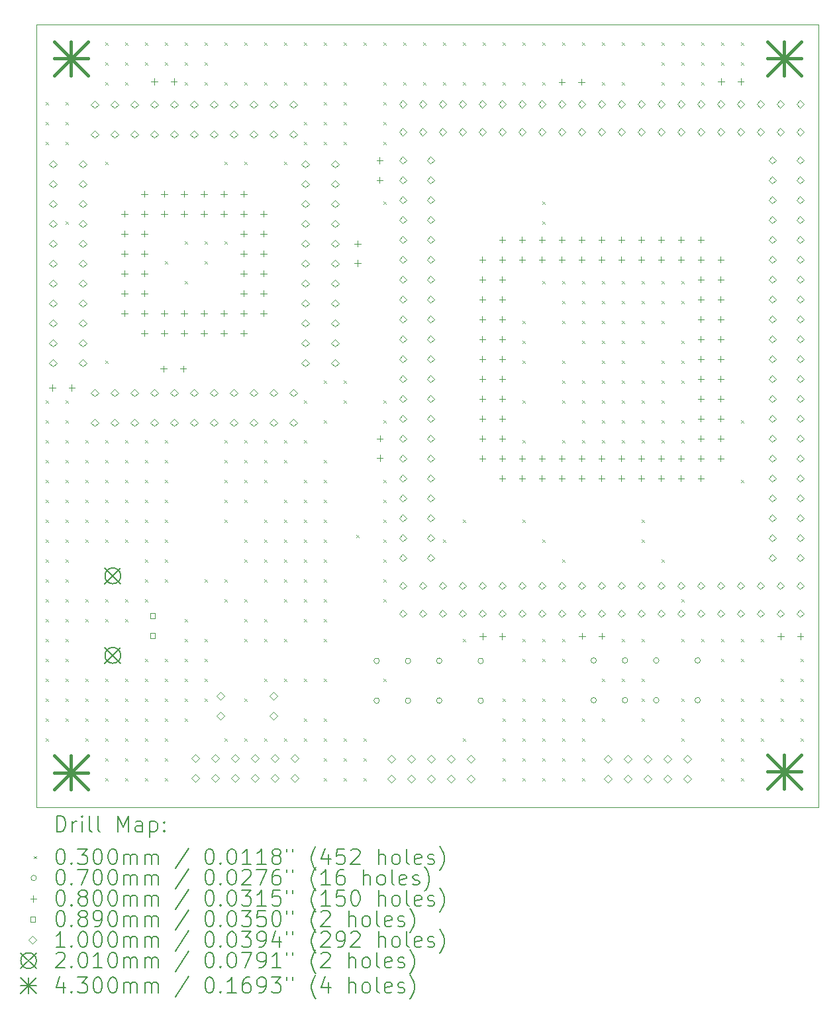
<source format=gbr>
%TF.GenerationSoftware,KiCad,Pcbnew,8.0.3+1*%
%TF.CreationDate,2024-08-08T21:55:16+02:00*%
%TF.ProjectId,EpmDevBoard,45706d44-6576-4426-9f61-72642e6b6963,rev?*%
%TF.SameCoordinates,Original*%
%TF.FileFunction,Drillmap*%
%TF.FilePolarity,Positive*%
%FSLAX45Y45*%
G04 Gerber Fmt 4.5, Leading zero omitted, Abs format (unit mm)*
G04 Created by KiCad (PCBNEW 8.0.3+1) date 2024-08-08 21:55:16*
%MOMM*%
%LPD*%
G01*
G04 APERTURE LIST*
%ADD10C,0.050000*%
%ADD11C,0.200000*%
%ADD12C,0.100000*%
%ADD13C,0.201000*%
%ADD14C,0.430000*%
G04 APERTURE END LIST*
D10*
X4990000Y-7660000D02*
X14990000Y-7660000D01*
X14990000Y-17660000D01*
X4990000Y-17660000D01*
X4990000Y-7660000D01*
D11*
D12*
X5107000Y-8658500D02*
X5137000Y-8688500D01*
X5137000Y-8658500D02*
X5107000Y-8688500D01*
X5107000Y-8912500D02*
X5137000Y-8942500D01*
X5137000Y-8912500D02*
X5107000Y-8942500D01*
X5107000Y-9166500D02*
X5137000Y-9196500D01*
X5137000Y-9166500D02*
X5107000Y-9196500D01*
X5107000Y-12468500D02*
X5137000Y-12498500D01*
X5137000Y-12468500D02*
X5107000Y-12498500D01*
X5107000Y-12722500D02*
X5137000Y-12752500D01*
X5137000Y-12722500D02*
X5107000Y-12752500D01*
X5107000Y-12976500D02*
X5137000Y-13006500D01*
X5137000Y-12976500D02*
X5107000Y-13006500D01*
X5107000Y-13230500D02*
X5137000Y-13260500D01*
X5137000Y-13230500D02*
X5107000Y-13260500D01*
X5107000Y-13484500D02*
X5137000Y-13514500D01*
X5137000Y-13484500D02*
X5107000Y-13514500D01*
X5107000Y-13738500D02*
X5137000Y-13768500D01*
X5137000Y-13738500D02*
X5107000Y-13768500D01*
X5107000Y-13992500D02*
X5137000Y-14022500D01*
X5137000Y-13992500D02*
X5107000Y-14022500D01*
X5107000Y-14246500D02*
X5137000Y-14276500D01*
X5137000Y-14246500D02*
X5107000Y-14276500D01*
X5107000Y-14500500D02*
X5137000Y-14530500D01*
X5137000Y-14500500D02*
X5107000Y-14530500D01*
X5107000Y-14754500D02*
X5137000Y-14784500D01*
X5137000Y-14754500D02*
X5107000Y-14784500D01*
X5107000Y-15008500D02*
X5137000Y-15038500D01*
X5137000Y-15008500D02*
X5107000Y-15038500D01*
X5107000Y-15262500D02*
X5137000Y-15292500D01*
X5137000Y-15262500D02*
X5107000Y-15292500D01*
X5107000Y-15516500D02*
X5137000Y-15546500D01*
X5137000Y-15516500D02*
X5107000Y-15546500D01*
X5107000Y-15770500D02*
X5137000Y-15800500D01*
X5137000Y-15770500D02*
X5107000Y-15800500D01*
X5107000Y-16024500D02*
X5137000Y-16054500D01*
X5137000Y-16024500D02*
X5107000Y-16054500D01*
X5107000Y-16278500D02*
X5137000Y-16308500D01*
X5137000Y-16278500D02*
X5107000Y-16308500D01*
X5107000Y-16532500D02*
X5137000Y-16562500D01*
X5137000Y-16532500D02*
X5107000Y-16562500D01*
X5107000Y-16786500D02*
X5137000Y-16816500D01*
X5137000Y-16786500D02*
X5107000Y-16816500D01*
X5361000Y-8658500D02*
X5391000Y-8688500D01*
X5391000Y-8658500D02*
X5361000Y-8688500D01*
X5361000Y-8912500D02*
X5391000Y-8942500D01*
X5391000Y-8912500D02*
X5361000Y-8942500D01*
X5361000Y-9166500D02*
X5391000Y-9196500D01*
X5391000Y-9166500D02*
X5361000Y-9196500D01*
X5361000Y-10182500D02*
X5391000Y-10212500D01*
X5391000Y-10182500D02*
X5361000Y-10212500D01*
X5361000Y-12468500D02*
X5391000Y-12498500D01*
X5391000Y-12468500D02*
X5361000Y-12498500D01*
X5361000Y-12722500D02*
X5391000Y-12752500D01*
X5391000Y-12722500D02*
X5361000Y-12752500D01*
X5361000Y-12976500D02*
X5391000Y-13006500D01*
X5391000Y-12976500D02*
X5361000Y-13006500D01*
X5361000Y-13230500D02*
X5391000Y-13260500D01*
X5391000Y-13230500D02*
X5361000Y-13260500D01*
X5361000Y-13484500D02*
X5391000Y-13514500D01*
X5391000Y-13484500D02*
X5361000Y-13514500D01*
X5361000Y-13738500D02*
X5391000Y-13768500D01*
X5391000Y-13738500D02*
X5361000Y-13768500D01*
X5361000Y-13992500D02*
X5391000Y-14022500D01*
X5391000Y-13992500D02*
X5361000Y-14022500D01*
X5361000Y-14246500D02*
X5391000Y-14276500D01*
X5391000Y-14246500D02*
X5361000Y-14276500D01*
X5361000Y-14500500D02*
X5391000Y-14530500D01*
X5391000Y-14500500D02*
X5361000Y-14530500D01*
X5361000Y-14754500D02*
X5391000Y-14784500D01*
X5391000Y-14754500D02*
X5361000Y-14784500D01*
X5361000Y-15008500D02*
X5391000Y-15038500D01*
X5391000Y-15008500D02*
X5361000Y-15038500D01*
X5361000Y-15262500D02*
X5391000Y-15292500D01*
X5391000Y-15262500D02*
X5361000Y-15292500D01*
X5361000Y-15516500D02*
X5391000Y-15546500D01*
X5391000Y-15516500D02*
X5361000Y-15546500D01*
X5361000Y-15770500D02*
X5391000Y-15800500D01*
X5391000Y-15770500D02*
X5361000Y-15800500D01*
X5361000Y-16024500D02*
X5391000Y-16054500D01*
X5391000Y-16024500D02*
X5361000Y-16054500D01*
X5361000Y-16278500D02*
X5391000Y-16308500D01*
X5391000Y-16278500D02*
X5361000Y-16308500D01*
X5361000Y-16532500D02*
X5391000Y-16562500D01*
X5391000Y-16532500D02*
X5361000Y-16562500D01*
X5615000Y-12976500D02*
X5645000Y-13006500D01*
X5645000Y-12976500D02*
X5615000Y-13006500D01*
X5615000Y-13230500D02*
X5645000Y-13260500D01*
X5645000Y-13230500D02*
X5615000Y-13260500D01*
X5615000Y-13484500D02*
X5645000Y-13514500D01*
X5645000Y-13484500D02*
X5615000Y-13514500D01*
X5615000Y-13738500D02*
X5645000Y-13768500D01*
X5645000Y-13738500D02*
X5615000Y-13768500D01*
X5615000Y-13992500D02*
X5645000Y-14022500D01*
X5645000Y-13992500D02*
X5615000Y-14022500D01*
X5615000Y-14246500D02*
X5645000Y-14276500D01*
X5645000Y-14246500D02*
X5615000Y-14276500D01*
X5615000Y-15008500D02*
X5645000Y-15038500D01*
X5645000Y-15008500D02*
X5615000Y-15038500D01*
X5615000Y-15262500D02*
X5645000Y-15292500D01*
X5645000Y-15262500D02*
X5615000Y-15292500D01*
X5615000Y-16024500D02*
X5645000Y-16054500D01*
X5645000Y-16024500D02*
X5615000Y-16054500D01*
X5615000Y-16278500D02*
X5645000Y-16308500D01*
X5645000Y-16278500D02*
X5615000Y-16308500D01*
X5615000Y-16532500D02*
X5645000Y-16562500D01*
X5645000Y-16532500D02*
X5615000Y-16562500D01*
X5615000Y-16786500D02*
X5645000Y-16816500D01*
X5645000Y-16786500D02*
X5615000Y-16816500D01*
X5869000Y-7896500D02*
X5899000Y-7926500D01*
X5899000Y-7896500D02*
X5869000Y-7926500D01*
X5869000Y-8150500D02*
X5899000Y-8180500D01*
X5899000Y-8150500D02*
X5869000Y-8180500D01*
X5869000Y-8404500D02*
X5899000Y-8434500D01*
X5899000Y-8404500D02*
X5869000Y-8434500D01*
X5869000Y-9420500D02*
X5899000Y-9450500D01*
X5899000Y-9420500D02*
X5869000Y-9450500D01*
X5869000Y-11960500D02*
X5899000Y-11990500D01*
X5899000Y-11960500D02*
X5869000Y-11990500D01*
X5869000Y-12976500D02*
X5899000Y-13006500D01*
X5899000Y-12976500D02*
X5869000Y-13006500D01*
X5869000Y-13230500D02*
X5899000Y-13260500D01*
X5899000Y-13230500D02*
X5869000Y-13260500D01*
X5869000Y-13484500D02*
X5899000Y-13514500D01*
X5899000Y-13484500D02*
X5869000Y-13514500D01*
X5869000Y-13738500D02*
X5899000Y-13768500D01*
X5899000Y-13738500D02*
X5869000Y-13768500D01*
X5869000Y-13992500D02*
X5899000Y-14022500D01*
X5899000Y-13992500D02*
X5869000Y-14022500D01*
X5869000Y-14246500D02*
X5899000Y-14276500D01*
X5899000Y-14246500D02*
X5869000Y-14276500D01*
X5869000Y-15008500D02*
X5899000Y-15038500D01*
X5899000Y-15008500D02*
X5869000Y-15038500D01*
X5869000Y-15262500D02*
X5899000Y-15292500D01*
X5899000Y-15262500D02*
X5869000Y-15292500D01*
X5869000Y-16024500D02*
X5899000Y-16054500D01*
X5899000Y-16024500D02*
X5869000Y-16054500D01*
X5869000Y-16278500D02*
X5899000Y-16308500D01*
X5899000Y-16278500D02*
X5869000Y-16308500D01*
X5869000Y-16532500D02*
X5899000Y-16562500D01*
X5899000Y-16532500D02*
X5869000Y-16562500D01*
X5869000Y-16786500D02*
X5899000Y-16816500D01*
X5899000Y-16786500D02*
X5869000Y-16816500D01*
X5869000Y-17040500D02*
X5899000Y-17070500D01*
X5899000Y-17040500D02*
X5869000Y-17070500D01*
X5869000Y-17294500D02*
X5899000Y-17324500D01*
X5899000Y-17294500D02*
X5869000Y-17324500D01*
X6123000Y-7896500D02*
X6153000Y-7926500D01*
X6153000Y-7896500D02*
X6123000Y-7926500D01*
X6123000Y-8150500D02*
X6153000Y-8180500D01*
X6153000Y-8150500D02*
X6123000Y-8180500D01*
X6123000Y-8404500D02*
X6153000Y-8434500D01*
X6153000Y-8404500D02*
X6123000Y-8434500D01*
X6123000Y-12976500D02*
X6153000Y-13006500D01*
X6153000Y-12976500D02*
X6123000Y-13006500D01*
X6123000Y-13230500D02*
X6153000Y-13260500D01*
X6153000Y-13230500D02*
X6123000Y-13260500D01*
X6123000Y-13484500D02*
X6153000Y-13514500D01*
X6153000Y-13484500D02*
X6123000Y-13514500D01*
X6123000Y-13738500D02*
X6153000Y-13768500D01*
X6153000Y-13738500D02*
X6123000Y-13768500D01*
X6123000Y-13992500D02*
X6153000Y-14022500D01*
X6153000Y-13992500D02*
X6123000Y-14022500D01*
X6123000Y-14246500D02*
X6153000Y-14276500D01*
X6153000Y-14246500D02*
X6123000Y-14276500D01*
X6123000Y-15008500D02*
X6153000Y-15038500D01*
X6153000Y-15008500D02*
X6123000Y-15038500D01*
X6123000Y-15262500D02*
X6153000Y-15292500D01*
X6153000Y-15262500D02*
X6123000Y-15292500D01*
X6123000Y-16024500D02*
X6153000Y-16054500D01*
X6153000Y-16024500D02*
X6123000Y-16054500D01*
X6123000Y-16278500D02*
X6153000Y-16308500D01*
X6153000Y-16278500D02*
X6123000Y-16308500D01*
X6123000Y-16532500D02*
X6153000Y-16562500D01*
X6153000Y-16532500D02*
X6123000Y-16562500D01*
X6123000Y-16786500D02*
X6153000Y-16816500D01*
X6153000Y-16786500D02*
X6123000Y-16816500D01*
X6123000Y-17040500D02*
X6153000Y-17070500D01*
X6153000Y-17040500D02*
X6123000Y-17070500D01*
X6123000Y-17294500D02*
X6153000Y-17324500D01*
X6153000Y-17294500D02*
X6123000Y-17324500D01*
X6377000Y-7896500D02*
X6407000Y-7926500D01*
X6407000Y-7896500D02*
X6377000Y-7926500D01*
X6377000Y-8150500D02*
X6407000Y-8180500D01*
X6407000Y-8150500D02*
X6377000Y-8180500D01*
X6377000Y-12976500D02*
X6407000Y-13006500D01*
X6407000Y-12976500D02*
X6377000Y-13006500D01*
X6377000Y-13230500D02*
X6407000Y-13260500D01*
X6407000Y-13230500D02*
X6377000Y-13260500D01*
X6377000Y-13484500D02*
X6407000Y-13514500D01*
X6407000Y-13484500D02*
X6377000Y-13514500D01*
X6377000Y-13738500D02*
X6407000Y-13768500D01*
X6407000Y-13738500D02*
X6377000Y-13768500D01*
X6377000Y-13992500D02*
X6407000Y-14022500D01*
X6407000Y-13992500D02*
X6377000Y-14022500D01*
X6377000Y-14246500D02*
X6407000Y-14276500D01*
X6407000Y-14246500D02*
X6377000Y-14276500D01*
X6377000Y-14500500D02*
X6407000Y-14530500D01*
X6407000Y-14500500D02*
X6377000Y-14530500D01*
X6377000Y-14754500D02*
X6407000Y-14784500D01*
X6407000Y-14754500D02*
X6377000Y-14784500D01*
X6377000Y-15008500D02*
X6407000Y-15038500D01*
X6407000Y-15008500D02*
X6377000Y-15038500D01*
X6377000Y-15770500D02*
X6407000Y-15800500D01*
X6407000Y-15770500D02*
X6377000Y-15800500D01*
X6377000Y-16024500D02*
X6407000Y-16054500D01*
X6407000Y-16024500D02*
X6377000Y-16054500D01*
X6377000Y-16278500D02*
X6407000Y-16308500D01*
X6407000Y-16278500D02*
X6377000Y-16308500D01*
X6377000Y-16532500D02*
X6407000Y-16562500D01*
X6407000Y-16532500D02*
X6377000Y-16562500D01*
X6377000Y-16786500D02*
X6407000Y-16816500D01*
X6407000Y-16786500D02*
X6377000Y-16816500D01*
X6377000Y-17040500D02*
X6407000Y-17070500D01*
X6407000Y-17040500D02*
X6377000Y-17070500D01*
X6377000Y-17294500D02*
X6407000Y-17324500D01*
X6407000Y-17294500D02*
X6377000Y-17324500D01*
X6631000Y-7896500D02*
X6661000Y-7926500D01*
X6661000Y-7896500D02*
X6631000Y-7926500D01*
X6631000Y-8150500D02*
X6661000Y-8180500D01*
X6661000Y-8150500D02*
X6631000Y-8180500D01*
X6631000Y-10690500D02*
X6661000Y-10720500D01*
X6661000Y-10690500D02*
X6631000Y-10720500D01*
X6631000Y-12976500D02*
X6661000Y-13006500D01*
X6661000Y-12976500D02*
X6631000Y-13006500D01*
X6631000Y-13230500D02*
X6661000Y-13260500D01*
X6661000Y-13230500D02*
X6631000Y-13260500D01*
X6631000Y-13484500D02*
X6661000Y-13514500D01*
X6661000Y-13484500D02*
X6631000Y-13514500D01*
X6631000Y-13738500D02*
X6661000Y-13768500D01*
X6661000Y-13738500D02*
X6631000Y-13768500D01*
X6631000Y-13992500D02*
X6661000Y-14022500D01*
X6661000Y-13992500D02*
X6631000Y-14022500D01*
X6631000Y-14246500D02*
X6661000Y-14276500D01*
X6661000Y-14246500D02*
X6631000Y-14276500D01*
X6631000Y-14500500D02*
X6661000Y-14530500D01*
X6661000Y-14500500D02*
X6631000Y-14530500D01*
X6631000Y-14754500D02*
X6661000Y-14784500D01*
X6661000Y-14754500D02*
X6631000Y-14784500D01*
X6631000Y-15770500D02*
X6661000Y-15800500D01*
X6661000Y-15770500D02*
X6631000Y-15800500D01*
X6631000Y-16024500D02*
X6661000Y-16054500D01*
X6661000Y-16024500D02*
X6631000Y-16054500D01*
X6631000Y-16278500D02*
X6661000Y-16308500D01*
X6661000Y-16278500D02*
X6631000Y-16308500D01*
X6631000Y-16532500D02*
X6661000Y-16562500D01*
X6661000Y-16532500D02*
X6631000Y-16562500D01*
X6631000Y-16786500D02*
X6661000Y-16816500D01*
X6661000Y-16786500D02*
X6631000Y-16816500D01*
X6631000Y-17040500D02*
X6661000Y-17070500D01*
X6661000Y-17040500D02*
X6631000Y-17070500D01*
X6631000Y-17294500D02*
X6661000Y-17324500D01*
X6661000Y-17294500D02*
X6631000Y-17324500D01*
X6885000Y-7896500D02*
X6915000Y-7926500D01*
X6915000Y-7896500D02*
X6885000Y-7926500D01*
X6885000Y-8150500D02*
X6915000Y-8180500D01*
X6915000Y-8150500D02*
X6885000Y-8180500D01*
X6885000Y-8404500D02*
X6915000Y-8434500D01*
X6915000Y-8404500D02*
X6885000Y-8434500D01*
X6885000Y-10436500D02*
X6915000Y-10466500D01*
X6915000Y-10436500D02*
X6885000Y-10466500D01*
X6885000Y-10944500D02*
X6915000Y-10974500D01*
X6915000Y-10944500D02*
X6885000Y-10974500D01*
X6885000Y-15262500D02*
X6915000Y-15292500D01*
X6915000Y-15262500D02*
X6885000Y-15292500D01*
X6885000Y-15516500D02*
X6915000Y-15546500D01*
X6915000Y-15516500D02*
X6885000Y-15546500D01*
X6885000Y-15770500D02*
X6915000Y-15800500D01*
X6915000Y-15770500D02*
X6885000Y-15800500D01*
X6885000Y-16024500D02*
X6915000Y-16054500D01*
X6915000Y-16024500D02*
X6885000Y-16054500D01*
X6885000Y-16278500D02*
X6915000Y-16308500D01*
X6915000Y-16278500D02*
X6885000Y-16308500D01*
X6885000Y-16532500D02*
X6915000Y-16562500D01*
X6915000Y-16532500D02*
X6885000Y-16562500D01*
X7139000Y-7896500D02*
X7169000Y-7926500D01*
X7169000Y-7896500D02*
X7139000Y-7926500D01*
X7139000Y-8150500D02*
X7169000Y-8180500D01*
X7169000Y-8150500D02*
X7139000Y-8180500D01*
X7139000Y-8404500D02*
X7169000Y-8434500D01*
X7169000Y-8404500D02*
X7139000Y-8434500D01*
X7139000Y-10436500D02*
X7169000Y-10466500D01*
X7169000Y-10436500D02*
X7139000Y-10466500D01*
X7139000Y-10690500D02*
X7169000Y-10720500D01*
X7169000Y-10690500D02*
X7139000Y-10720500D01*
X7139000Y-14754500D02*
X7169000Y-14784500D01*
X7169000Y-14754500D02*
X7139000Y-14784500D01*
X7139000Y-15516500D02*
X7169000Y-15546500D01*
X7169000Y-15516500D02*
X7139000Y-15546500D01*
X7139000Y-15770500D02*
X7169000Y-15800500D01*
X7169000Y-15770500D02*
X7139000Y-15800500D01*
X7139000Y-16024500D02*
X7169000Y-16054500D01*
X7169000Y-16024500D02*
X7139000Y-16054500D01*
X7139000Y-16278500D02*
X7169000Y-16308500D01*
X7169000Y-16278500D02*
X7139000Y-16308500D01*
X7393000Y-7896500D02*
X7423000Y-7926500D01*
X7423000Y-7896500D02*
X7393000Y-7926500D01*
X7393000Y-8404500D02*
X7423000Y-8434500D01*
X7423000Y-8404500D02*
X7393000Y-8434500D01*
X7393000Y-9420500D02*
X7423000Y-9450500D01*
X7423000Y-9420500D02*
X7393000Y-9450500D01*
X7393000Y-10436500D02*
X7423000Y-10466500D01*
X7423000Y-10436500D02*
X7393000Y-10466500D01*
X7393000Y-12976500D02*
X7423000Y-13006500D01*
X7423000Y-12976500D02*
X7393000Y-13006500D01*
X7393000Y-13230500D02*
X7423000Y-13260500D01*
X7423000Y-13230500D02*
X7393000Y-13260500D01*
X7393000Y-13484500D02*
X7423000Y-13514500D01*
X7423000Y-13484500D02*
X7393000Y-13514500D01*
X7393000Y-13738500D02*
X7423000Y-13768500D01*
X7423000Y-13738500D02*
X7393000Y-13768500D01*
X7393000Y-13992500D02*
X7423000Y-14022500D01*
X7423000Y-13992500D02*
X7393000Y-14022500D01*
X7393000Y-14754500D02*
X7423000Y-14784500D01*
X7423000Y-14754500D02*
X7393000Y-14784500D01*
X7393000Y-15008500D02*
X7423000Y-15038500D01*
X7423000Y-15008500D02*
X7393000Y-15038500D01*
X7393000Y-16786500D02*
X7423000Y-16816500D01*
X7423000Y-16786500D02*
X7393000Y-16816500D01*
X7647000Y-7896500D02*
X7677000Y-7926500D01*
X7677000Y-7896500D02*
X7647000Y-7926500D01*
X7647000Y-8404500D02*
X7677000Y-8434500D01*
X7677000Y-8404500D02*
X7647000Y-8434500D01*
X7647000Y-9420500D02*
X7677000Y-9450500D01*
X7677000Y-9420500D02*
X7647000Y-9450500D01*
X7647000Y-12976500D02*
X7677000Y-13006500D01*
X7677000Y-12976500D02*
X7647000Y-13006500D01*
X7647000Y-13230500D02*
X7677000Y-13260500D01*
X7677000Y-13230500D02*
X7647000Y-13260500D01*
X7647000Y-13484500D02*
X7677000Y-13514500D01*
X7677000Y-13484500D02*
X7647000Y-13514500D01*
X7647000Y-13738500D02*
X7677000Y-13768500D01*
X7677000Y-13738500D02*
X7647000Y-13768500D01*
X7647000Y-14246500D02*
X7677000Y-14276500D01*
X7677000Y-14246500D02*
X7647000Y-14276500D01*
X7647000Y-14500500D02*
X7677000Y-14530500D01*
X7677000Y-14500500D02*
X7647000Y-14530500D01*
X7647000Y-15008500D02*
X7677000Y-15038500D01*
X7677000Y-15008500D02*
X7647000Y-15038500D01*
X7647000Y-15262500D02*
X7677000Y-15292500D01*
X7677000Y-15262500D02*
X7647000Y-15292500D01*
X7647000Y-15516500D02*
X7677000Y-15546500D01*
X7677000Y-15516500D02*
X7647000Y-15546500D01*
X7647000Y-16278500D02*
X7677000Y-16308500D01*
X7677000Y-16278500D02*
X7647000Y-16308500D01*
X7647000Y-16786500D02*
X7677000Y-16816500D01*
X7677000Y-16786500D02*
X7647000Y-16816500D01*
X7901000Y-7896500D02*
X7931000Y-7926500D01*
X7931000Y-7896500D02*
X7901000Y-7926500D01*
X7901000Y-8404500D02*
X7931000Y-8434500D01*
X7931000Y-8404500D02*
X7901000Y-8434500D01*
X7901000Y-12976500D02*
X7931000Y-13006500D01*
X7931000Y-12976500D02*
X7901000Y-13006500D01*
X7901000Y-13230500D02*
X7931000Y-13260500D01*
X7931000Y-13230500D02*
X7901000Y-13260500D01*
X7901000Y-13484500D02*
X7931000Y-13514500D01*
X7931000Y-13484500D02*
X7901000Y-13514500D01*
X7901000Y-13992500D02*
X7931000Y-14022500D01*
X7931000Y-13992500D02*
X7901000Y-14022500D01*
X7901000Y-14246500D02*
X7931000Y-14276500D01*
X7931000Y-14246500D02*
X7901000Y-14276500D01*
X7901000Y-14500500D02*
X7931000Y-14530500D01*
X7931000Y-14500500D02*
X7901000Y-14530500D01*
X7901000Y-14754500D02*
X7931000Y-14784500D01*
X7931000Y-14754500D02*
X7901000Y-14784500D01*
X7901000Y-15262500D02*
X7931000Y-15292500D01*
X7931000Y-15262500D02*
X7901000Y-15292500D01*
X7901000Y-15516500D02*
X7931000Y-15546500D01*
X7931000Y-15516500D02*
X7901000Y-15546500D01*
X7901000Y-16024500D02*
X7931000Y-16054500D01*
X7931000Y-16024500D02*
X7901000Y-16054500D01*
X7901000Y-16786500D02*
X7931000Y-16816500D01*
X7931000Y-16786500D02*
X7901000Y-16816500D01*
X8155000Y-7896500D02*
X8185000Y-7926500D01*
X8185000Y-7896500D02*
X8155000Y-7926500D01*
X8155000Y-8404500D02*
X8185000Y-8434500D01*
X8185000Y-8404500D02*
X8155000Y-8434500D01*
X8155000Y-9420500D02*
X8185000Y-9450500D01*
X8185000Y-9420500D02*
X8155000Y-9450500D01*
X8155000Y-12976500D02*
X8185000Y-13006500D01*
X8185000Y-12976500D02*
X8155000Y-13006500D01*
X8155000Y-13230500D02*
X8185000Y-13260500D01*
X8185000Y-13230500D02*
X8155000Y-13260500D01*
X8155000Y-13738500D02*
X8185000Y-13768500D01*
X8185000Y-13738500D02*
X8155000Y-13768500D01*
X8155000Y-13992500D02*
X8185000Y-14022500D01*
X8185000Y-13992500D02*
X8155000Y-14022500D01*
X8155000Y-14246500D02*
X8185000Y-14276500D01*
X8185000Y-14246500D02*
X8155000Y-14276500D01*
X8155000Y-14500500D02*
X8185000Y-14530500D01*
X8185000Y-14500500D02*
X8155000Y-14530500D01*
X8155000Y-14754500D02*
X8185000Y-14784500D01*
X8185000Y-14754500D02*
X8155000Y-14784500D01*
X8155000Y-15008500D02*
X8185000Y-15038500D01*
X8185000Y-15008500D02*
X8155000Y-15038500D01*
X8155000Y-15516500D02*
X8185000Y-15546500D01*
X8185000Y-15516500D02*
X8155000Y-15546500D01*
X8155000Y-16024500D02*
X8185000Y-16054500D01*
X8185000Y-16024500D02*
X8155000Y-16054500D01*
X8155000Y-16786500D02*
X8185000Y-16816500D01*
X8185000Y-16786500D02*
X8155000Y-16816500D01*
X8409000Y-7896500D02*
X8439000Y-7926500D01*
X8439000Y-7896500D02*
X8409000Y-7926500D01*
X8409000Y-8404500D02*
X8439000Y-8434500D01*
X8439000Y-8404500D02*
X8409000Y-8434500D01*
X8409000Y-8912500D02*
X8439000Y-8942500D01*
X8439000Y-8912500D02*
X8409000Y-8942500D01*
X8409000Y-9166500D02*
X8439000Y-9196500D01*
X8439000Y-9166500D02*
X8409000Y-9196500D01*
X8409000Y-12468500D02*
X8439000Y-12498500D01*
X8439000Y-12468500D02*
X8409000Y-12498500D01*
X8409000Y-12976500D02*
X8439000Y-13006500D01*
X8439000Y-12976500D02*
X8409000Y-13006500D01*
X8409000Y-13484500D02*
X8439000Y-13514500D01*
X8439000Y-13484500D02*
X8409000Y-13514500D01*
X8409000Y-13738500D02*
X8439000Y-13768500D01*
X8439000Y-13738500D02*
X8409000Y-13768500D01*
X8409000Y-13992500D02*
X8439000Y-14022500D01*
X8439000Y-13992500D02*
X8409000Y-14022500D01*
X8409000Y-14246500D02*
X8439000Y-14276500D01*
X8439000Y-14246500D02*
X8409000Y-14276500D01*
X8409000Y-14500500D02*
X8439000Y-14530500D01*
X8439000Y-14500500D02*
X8409000Y-14530500D01*
X8409000Y-14754500D02*
X8439000Y-14784500D01*
X8439000Y-14754500D02*
X8409000Y-14784500D01*
X8409000Y-15008500D02*
X8439000Y-15038500D01*
X8439000Y-15008500D02*
X8409000Y-15038500D01*
X8409000Y-15262500D02*
X8439000Y-15292500D01*
X8439000Y-15262500D02*
X8409000Y-15292500D01*
X8409000Y-16024500D02*
X8439000Y-16054500D01*
X8439000Y-16024500D02*
X8409000Y-16054500D01*
X8409000Y-16532500D02*
X8439000Y-16562500D01*
X8439000Y-16532500D02*
X8409000Y-16562500D01*
X8409000Y-16786500D02*
X8439000Y-16816500D01*
X8439000Y-16786500D02*
X8409000Y-16816500D01*
X8663000Y-7896500D02*
X8693000Y-7926500D01*
X8693000Y-7896500D02*
X8663000Y-7926500D01*
X8663000Y-8404500D02*
X8693000Y-8434500D01*
X8693000Y-8404500D02*
X8663000Y-8434500D01*
X8663000Y-8658500D02*
X8693000Y-8688500D01*
X8693000Y-8658500D02*
X8663000Y-8688500D01*
X8663000Y-8912500D02*
X8693000Y-8942500D01*
X8693000Y-8912500D02*
X8663000Y-8942500D01*
X8663000Y-9166500D02*
X8693000Y-9196500D01*
X8693000Y-9166500D02*
X8663000Y-9196500D01*
X8663000Y-12214500D02*
X8693000Y-12244500D01*
X8693000Y-12214500D02*
X8663000Y-12244500D01*
X8663000Y-12722500D02*
X8693000Y-12752500D01*
X8693000Y-12722500D02*
X8663000Y-12752500D01*
X8663000Y-13230500D02*
X8693000Y-13260500D01*
X8693000Y-13230500D02*
X8663000Y-13260500D01*
X8663000Y-13484500D02*
X8693000Y-13514500D01*
X8693000Y-13484500D02*
X8663000Y-13514500D01*
X8663000Y-13738500D02*
X8693000Y-13768500D01*
X8693000Y-13738500D02*
X8663000Y-13768500D01*
X8663000Y-13992500D02*
X8693000Y-14022500D01*
X8693000Y-13992500D02*
X8663000Y-14022500D01*
X8663000Y-14246500D02*
X8693000Y-14276500D01*
X8693000Y-14246500D02*
X8663000Y-14276500D01*
X8663000Y-14500500D02*
X8693000Y-14530500D01*
X8693000Y-14500500D02*
X8663000Y-14530500D01*
X8663000Y-14754500D02*
X8693000Y-14784500D01*
X8693000Y-14754500D02*
X8663000Y-14784500D01*
X8663000Y-15008500D02*
X8693000Y-15038500D01*
X8693000Y-15008500D02*
X8663000Y-15038500D01*
X8663000Y-15262500D02*
X8693000Y-15292500D01*
X8693000Y-15262500D02*
X8663000Y-15292500D01*
X8663000Y-15516500D02*
X8693000Y-15546500D01*
X8693000Y-15516500D02*
X8663000Y-15546500D01*
X8663000Y-16024500D02*
X8693000Y-16054500D01*
X8693000Y-16024500D02*
X8663000Y-16054500D01*
X8663000Y-16532500D02*
X8693000Y-16562500D01*
X8693000Y-16532500D02*
X8663000Y-16562500D01*
X8663000Y-16786500D02*
X8693000Y-16816500D01*
X8693000Y-16786500D02*
X8663000Y-16816500D01*
X8663000Y-17040500D02*
X8693000Y-17070500D01*
X8693000Y-17040500D02*
X8663000Y-17070500D01*
X8663000Y-17294500D02*
X8693000Y-17324500D01*
X8693000Y-17294500D02*
X8663000Y-17324500D01*
X8917000Y-7896500D02*
X8947000Y-7926500D01*
X8947000Y-7896500D02*
X8917000Y-7926500D01*
X8917000Y-8404500D02*
X8947000Y-8434500D01*
X8947000Y-8404500D02*
X8917000Y-8434500D01*
X8917000Y-8658500D02*
X8947000Y-8688500D01*
X8947000Y-8658500D02*
X8917000Y-8688500D01*
X8917000Y-8912500D02*
X8947000Y-8942500D01*
X8947000Y-8912500D02*
X8917000Y-8942500D01*
X8917000Y-9166500D02*
X8947000Y-9196500D01*
X8947000Y-9166500D02*
X8917000Y-9196500D01*
X8917000Y-12214500D02*
X8947000Y-12244500D01*
X8947000Y-12214500D02*
X8917000Y-12244500D01*
X8917000Y-12468500D02*
X8947000Y-12498500D01*
X8947000Y-12468500D02*
X8917000Y-12498500D01*
X8917000Y-16786500D02*
X8947000Y-16816500D01*
X8947000Y-16786500D02*
X8917000Y-16816500D01*
X8917000Y-17040500D02*
X8947000Y-17070500D01*
X8947000Y-17040500D02*
X8917000Y-17070500D01*
X8917000Y-17294500D02*
X8947000Y-17324500D01*
X8947000Y-17294500D02*
X8917000Y-17324500D01*
X9078200Y-14183600D02*
X9108200Y-14213600D01*
X9108200Y-14183600D02*
X9078200Y-14213600D01*
X9171000Y-7896500D02*
X9201000Y-7926500D01*
X9201000Y-7896500D02*
X9171000Y-7926500D01*
X9171000Y-16786500D02*
X9201000Y-16816500D01*
X9201000Y-16786500D02*
X9171000Y-16816500D01*
X9171000Y-17040500D02*
X9201000Y-17070500D01*
X9201000Y-17040500D02*
X9171000Y-17070500D01*
X9171000Y-17294500D02*
X9201000Y-17324500D01*
X9201000Y-17294500D02*
X9171000Y-17324500D01*
X9425000Y-7896500D02*
X9455000Y-7926500D01*
X9455000Y-7896500D02*
X9425000Y-7926500D01*
X9425000Y-8404500D02*
X9455000Y-8434500D01*
X9455000Y-8404500D02*
X9425000Y-8434500D01*
X9425000Y-8658500D02*
X9455000Y-8688500D01*
X9455000Y-8658500D02*
X9425000Y-8688500D01*
X9425000Y-8912500D02*
X9455000Y-8942500D01*
X9455000Y-8912500D02*
X9425000Y-8942500D01*
X9425000Y-9166500D02*
X9455000Y-9196500D01*
X9455000Y-9166500D02*
X9425000Y-9196500D01*
X9425000Y-9928500D02*
X9455000Y-9958500D01*
X9455000Y-9928500D02*
X9425000Y-9958500D01*
X9425000Y-12468500D02*
X9455000Y-12498500D01*
X9455000Y-12468500D02*
X9425000Y-12498500D01*
X9425000Y-12722500D02*
X9455000Y-12752500D01*
X9455000Y-12722500D02*
X9425000Y-12752500D01*
X9425000Y-13484500D02*
X9455000Y-13514500D01*
X9455000Y-13484500D02*
X9425000Y-13514500D01*
X9425000Y-13738500D02*
X9455000Y-13768500D01*
X9455000Y-13738500D02*
X9425000Y-13768500D01*
X9425000Y-13992500D02*
X9455000Y-14022500D01*
X9455000Y-13992500D02*
X9425000Y-14022500D01*
X9425000Y-14246500D02*
X9455000Y-14276500D01*
X9455000Y-14246500D02*
X9425000Y-14276500D01*
X9425000Y-14500500D02*
X9455000Y-14530500D01*
X9455000Y-14500500D02*
X9425000Y-14530500D01*
X9425000Y-14754500D02*
X9455000Y-14784500D01*
X9455000Y-14754500D02*
X9425000Y-14784500D01*
X9425000Y-15008500D02*
X9455000Y-15038500D01*
X9455000Y-15008500D02*
X9425000Y-15038500D01*
X9425000Y-16024500D02*
X9455000Y-16054500D01*
X9455000Y-16024500D02*
X9425000Y-16054500D01*
X9679000Y-7896500D02*
X9709000Y-7926500D01*
X9709000Y-7896500D02*
X9679000Y-7926500D01*
X9679000Y-8404500D02*
X9709000Y-8434500D01*
X9709000Y-8404500D02*
X9679000Y-8434500D01*
X9933000Y-7896500D02*
X9963000Y-7926500D01*
X9963000Y-7896500D02*
X9933000Y-7926500D01*
X9933000Y-8404500D02*
X9963000Y-8434500D01*
X9963000Y-8404500D02*
X9933000Y-8434500D01*
X10187000Y-7896500D02*
X10217000Y-7926500D01*
X10217000Y-7896500D02*
X10187000Y-7926500D01*
X10187000Y-8404500D02*
X10217000Y-8434500D01*
X10217000Y-8404500D02*
X10187000Y-8434500D01*
X10187000Y-14246500D02*
X10217000Y-14276500D01*
X10217000Y-14246500D02*
X10187000Y-14276500D01*
X10441000Y-7896500D02*
X10471000Y-7926500D01*
X10471000Y-7896500D02*
X10441000Y-7926500D01*
X10441000Y-8404500D02*
X10471000Y-8434500D01*
X10471000Y-8404500D02*
X10441000Y-8434500D01*
X10441000Y-13992500D02*
X10471000Y-14022500D01*
X10471000Y-13992500D02*
X10441000Y-14022500D01*
X10441000Y-15516500D02*
X10471000Y-15546500D01*
X10471000Y-15516500D02*
X10441000Y-15546500D01*
X10441000Y-16786500D02*
X10471000Y-16816500D01*
X10471000Y-16786500D02*
X10441000Y-16816500D01*
X10695000Y-7896500D02*
X10725000Y-7926500D01*
X10725000Y-7896500D02*
X10695000Y-7926500D01*
X10695000Y-8404500D02*
X10725000Y-8434500D01*
X10725000Y-8404500D02*
X10695000Y-8434500D01*
X10949000Y-7896500D02*
X10979000Y-7926500D01*
X10979000Y-7896500D02*
X10949000Y-7926500D01*
X10949000Y-8404500D02*
X10979000Y-8434500D01*
X10979000Y-8404500D02*
X10949000Y-8434500D01*
X10949000Y-16278500D02*
X10979000Y-16308500D01*
X10979000Y-16278500D02*
X10949000Y-16308500D01*
X10949000Y-16532500D02*
X10979000Y-16562500D01*
X10979000Y-16532500D02*
X10949000Y-16562500D01*
X10949000Y-16786500D02*
X10979000Y-16816500D01*
X10979000Y-16786500D02*
X10949000Y-16816500D01*
X10949000Y-17040500D02*
X10979000Y-17070500D01*
X10979000Y-17040500D02*
X10949000Y-17070500D01*
X10949000Y-17294500D02*
X10979000Y-17324500D01*
X10979000Y-17294500D02*
X10949000Y-17324500D01*
X11203000Y-7896500D02*
X11233000Y-7926500D01*
X11233000Y-7896500D02*
X11203000Y-7926500D01*
X11203000Y-8404500D02*
X11233000Y-8434500D01*
X11233000Y-8404500D02*
X11203000Y-8434500D01*
X11203000Y-11452500D02*
X11233000Y-11482500D01*
X11233000Y-11452500D02*
X11203000Y-11482500D01*
X11203000Y-11706500D02*
X11233000Y-11736500D01*
X11233000Y-11706500D02*
X11203000Y-11736500D01*
X11203000Y-11960500D02*
X11233000Y-11990500D01*
X11233000Y-11960500D02*
X11203000Y-11990500D01*
X11203000Y-12468500D02*
X11233000Y-12498500D01*
X11233000Y-12468500D02*
X11203000Y-12498500D01*
X11203000Y-12976500D02*
X11233000Y-13006500D01*
X11233000Y-12976500D02*
X11203000Y-13006500D01*
X11203000Y-13992500D02*
X11233000Y-14022500D01*
X11233000Y-13992500D02*
X11203000Y-14022500D01*
X11203000Y-15516500D02*
X11233000Y-15546500D01*
X11233000Y-15516500D02*
X11203000Y-15546500D01*
X11203000Y-15770500D02*
X11233000Y-15800500D01*
X11233000Y-15770500D02*
X11203000Y-15800500D01*
X11203000Y-16278500D02*
X11233000Y-16308500D01*
X11233000Y-16278500D02*
X11203000Y-16308500D01*
X11203000Y-16532500D02*
X11233000Y-16562500D01*
X11233000Y-16532500D02*
X11203000Y-16562500D01*
X11203000Y-16786500D02*
X11233000Y-16816500D01*
X11233000Y-16786500D02*
X11203000Y-16816500D01*
X11203000Y-17040500D02*
X11233000Y-17070500D01*
X11233000Y-17040500D02*
X11203000Y-17070500D01*
X11203000Y-17294500D02*
X11233000Y-17324500D01*
X11233000Y-17294500D02*
X11203000Y-17324500D01*
X11457000Y-7896500D02*
X11487000Y-7926500D01*
X11487000Y-7896500D02*
X11457000Y-7926500D01*
X11457000Y-8404500D02*
X11487000Y-8434500D01*
X11487000Y-8404500D02*
X11457000Y-8434500D01*
X11457000Y-9928500D02*
X11487000Y-9958500D01*
X11487000Y-9928500D02*
X11457000Y-9958500D01*
X11457000Y-10182500D02*
X11487000Y-10212500D01*
X11487000Y-10182500D02*
X11457000Y-10212500D01*
X11457000Y-10944500D02*
X11487000Y-10974500D01*
X11487000Y-10944500D02*
X11457000Y-10974500D01*
X11457000Y-14246500D02*
X11487000Y-14276500D01*
X11487000Y-14246500D02*
X11457000Y-14276500D01*
X11457000Y-15516500D02*
X11487000Y-15546500D01*
X11487000Y-15516500D02*
X11457000Y-15546500D01*
X11457000Y-15770500D02*
X11487000Y-15800500D01*
X11487000Y-15770500D02*
X11457000Y-15800500D01*
X11457000Y-16278500D02*
X11487000Y-16308500D01*
X11487000Y-16278500D02*
X11457000Y-16308500D01*
X11457000Y-16532500D02*
X11487000Y-16562500D01*
X11487000Y-16532500D02*
X11457000Y-16562500D01*
X11457000Y-16786500D02*
X11487000Y-16816500D01*
X11487000Y-16786500D02*
X11457000Y-16816500D01*
X11457000Y-17040500D02*
X11487000Y-17070500D01*
X11487000Y-17040500D02*
X11457000Y-17070500D01*
X11457000Y-17294500D02*
X11487000Y-17324500D01*
X11487000Y-17294500D02*
X11457000Y-17324500D01*
X11711000Y-7896500D02*
X11741000Y-7926500D01*
X11741000Y-7896500D02*
X11711000Y-7926500D01*
X11711000Y-10944500D02*
X11741000Y-10974500D01*
X11741000Y-10944500D02*
X11711000Y-10974500D01*
X11711000Y-11198500D02*
X11741000Y-11228500D01*
X11741000Y-11198500D02*
X11711000Y-11228500D01*
X11711000Y-11452500D02*
X11741000Y-11482500D01*
X11741000Y-11452500D02*
X11711000Y-11482500D01*
X11711000Y-11960500D02*
X11741000Y-11990500D01*
X11741000Y-11960500D02*
X11711000Y-11990500D01*
X11711000Y-12214500D02*
X11741000Y-12244500D01*
X11741000Y-12214500D02*
X11711000Y-12244500D01*
X11711000Y-12468500D02*
X11741000Y-12498500D01*
X11741000Y-12468500D02*
X11711000Y-12498500D01*
X11711000Y-12976500D02*
X11741000Y-13006500D01*
X11741000Y-12976500D02*
X11711000Y-13006500D01*
X11711000Y-14500500D02*
X11741000Y-14530500D01*
X11741000Y-14500500D02*
X11711000Y-14530500D01*
X11711000Y-15516500D02*
X11741000Y-15546500D01*
X11741000Y-15516500D02*
X11711000Y-15546500D01*
X11711000Y-15770500D02*
X11741000Y-15800500D01*
X11741000Y-15770500D02*
X11711000Y-15800500D01*
X11711000Y-16278500D02*
X11741000Y-16308500D01*
X11741000Y-16278500D02*
X11711000Y-16308500D01*
X11711000Y-16532500D02*
X11741000Y-16562500D01*
X11741000Y-16532500D02*
X11711000Y-16562500D01*
X11711000Y-16786500D02*
X11741000Y-16816500D01*
X11741000Y-16786500D02*
X11711000Y-16816500D01*
X11711000Y-17040500D02*
X11741000Y-17070500D01*
X11741000Y-17040500D02*
X11711000Y-17070500D01*
X11711000Y-17294500D02*
X11741000Y-17324500D01*
X11741000Y-17294500D02*
X11711000Y-17324500D01*
X11965000Y-7896500D02*
X11995000Y-7926500D01*
X11995000Y-7896500D02*
X11965000Y-7926500D01*
X11965000Y-10944500D02*
X11995000Y-10974500D01*
X11995000Y-10944500D02*
X11965000Y-10974500D01*
X11965000Y-11198500D02*
X11995000Y-11228500D01*
X11995000Y-11198500D02*
X11965000Y-11228500D01*
X11965000Y-11452500D02*
X11995000Y-11482500D01*
X11995000Y-11452500D02*
X11965000Y-11482500D01*
X11965000Y-11706500D02*
X11995000Y-11736500D01*
X11995000Y-11706500D02*
X11965000Y-11736500D01*
X11965000Y-12214500D02*
X11995000Y-12244500D01*
X11995000Y-12214500D02*
X11965000Y-12244500D01*
X11965000Y-12468500D02*
X11995000Y-12498500D01*
X11995000Y-12468500D02*
X11965000Y-12498500D01*
X11965000Y-12722500D02*
X11995000Y-12752500D01*
X11995000Y-12722500D02*
X11965000Y-12752500D01*
X11965000Y-12976500D02*
X11995000Y-13006500D01*
X11995000Y-12976500D02*
X11965000Y-13006500D01*
X11965000Y-16532500D02*
X11995000Y-16562500D01*
X11995000Y-16532500D02*
X11965000Y-16562500D01*
X11965000Y-16786500D02*
X11995000Y-16816500D01*
X11995000Y-16786500D02*
X11965000Y-16816500D01*
X11965000Y-17040500D02*
X11995000Y-17070500D01*
X11995000Y-17040500D02*
X11965000Y-17070500D01*
X11965000Y-17294500D02*
X11995000Y-17324500D01*
X11995000Y-17294500D02*
X11965000Y-17324500D01*
X12219000Y-7896500D02*
X12249000Y-7926500D01*
X12249000Y-7896500D02*
X12219000Y-7926500D01*
X12219000Y-8404500D02*
X12249000Y-8434500D01*
X12249000Y-8404500D02*
X12219000Y-8434500D01*
X12219000Y-10944500D02*
X12249000Y-10974500D01*
X12249000Y-10944500D02*
X12219000Y-10974500D01*
X12219000Y-11198500D02*
X12249000Y-11228500D01*
X12249000Y-11198500D02*
X12219000Y-11228500D01*
X12219000Y-11452500D02*
X12249000Y-11482500D01*
X12249000Y-11452500D02*
X12219000Y-11482500D01*
X12219000Y-11706500D02*
X12249000Y-11736500D01*
X12249000Y-11706500D02*
X12219000Y-11736500D01*
X12219000Y-11960500D02*
X12249000Y-11990500D01*
X12249000Y-11960500D02*
X12219000Y-11990500D01*
X12219000Y-12214500D02*
X12249000Y-12244500D01*
X12249000Y-12214500D02*
X12219000Y-12244500D01*
X12219000Y-12468500D02*
X12249000Y-12498500D01*
X12249000Y-12468500D02*
X12219000Y-12498500D01*
X12219000Y-12722500D02*
X12249000Y-12752500D01*
X12249000Y-12722500D02*
X12219000Y-12752500D01*
X12219000Y-12976500D02*
X12249000Y-13006500D01*
X12249000Y-12976500D02*
X12219000Y-13006500D01*
X12219000Y-16024500D02*
X12249000Y-16054500D01*
X12249000Y-16024500D02*
X12219000Y-16054500D01*
X12219000Y-16532500D02*
X12249000Y-16562500D01*
X12249000Y-16532500D02*
X12219000Y-16562500D01*
X12473000Y-7896500D02*
X12503000Y-7926500D01*
X12503000Y-7896500D02*
X12473000Y-7926500D01*
X12473000Y-8404500D02*
X12503000Y-8434500D01*
X12503000Y-8404500D02*
X12473000Y-8434500D01*
X12473000Y-10944500D02*
X12503000Y-10974500D01*
X12503000Y-10944500D02*
X12473000Y-10974500D01*
X12473000Y-11198500D02*
X12503000Y-11228500D01*
X12503000Y-11198500D02*
X12473000Y-11228500D01*
X12473000Y-11452500D02*
X12503000Y-11482500D01*
X12503000Y-11452500D02*
X12473000Y-11482500D01*
X12473000Y-11706500D02*
X12503000Y-11736500D01*
X12503000Y-11706500D02*
X12473000Y-11736500D01*
X12473000Y-11960500D02*
X12503000Y-11990500D01*
X12503000Y-11960500D02*
X12473000Y-11990500D01*
X12473000Y-12214500D02*
X12503000Y-12244500D01*
X12503000Y-12214500D02*
X12473000Y-12244500D01*
X12473000Y-12468500D02*
X12503000Y-12498500D01*
X12503000Y-12468500D02*
X12473000Y-12498500D01*
X12473000Y-12722500D02*
X12503000Y-12752500D01*
X12503000Y-12722500D02*
X12473000Y-12752500D01*
X12473000Y-12976500D02*
X12503000Y-13006500D01*
X12503000Y-12976500D02*
X12473000Y-13006500D01*
X12473000Y-15516500D02*
X12503000Y-15546500D01*
X12503000Y-15516500D02*
X12473000Y-15546500D01*
X12473000Y-16024500D02*
X12503000Y-16054500D01*
X12503000Y-16024500D02*
X12473000Y-16054500D01*
X12727000Y-7896500D02*
X12757000Y-7926500D01*
X12757000Y-7896500D02*
X12727000Y-7926500D01*
X12727000Y-10944500D02*
X12757000Y-10974500D01*
X12757000Y-10944500D02*
X12727000Y-10974500D01*
X12727000Y-11198500D02*
X12757000Y-11228500D01*
X12757000Y-11198500D02*
X12727000Y-11228500D01*
X12727000Y-11452500D02*
X12757000Y-11482500D01*
X12757000Y-11452500D02*
X12727000Y-11482500D01*
X12727000Y-11706500D02*
X12757000Y-11736500D01*
X12757000Y-11706500D02*
X12727000Y-11736500D01*
X12727000Y-12214500D02*
X12757000Y-12244500D01*
X12757000Y-12214500D02*
X12727000Y-12244500D01*
X12727000Y-12468500D02*
X12757000Y-12498500D01*
X12757000Y-12468500D02*
X12727000Y-12498500D01*
X12727000Y-12722500D02*
X12757000Y-12752500D01*
X12757000Y-12722500D02*
X12727000Y-12752500D01*
X12727000Y-12976500D02*
X12757000Y-13006500D01*
X12757000Y-12976500D02*
X12727000Y-13006500D01*
X12727000Y-13992500D02*
X12757000Y-14022500D01*
X12757000Y-13992500D02*
X12727000Y-14022500D01*
X12727000Y-14246500D02*
X12757000Y-14276500D01*
X12757000Y-14246500D02*
X12727000Y-14276500D01*
X12727000Y-15516500D02*
X12757000Y-15546500D01*
X12757000Y-15516500D02*
X12727000Y-15546500D01*
X12727000Y-16024500D02*
X12757000Y-16054500D01*
X12757000Y-16024500D02*
X12727000Y-16054500D01*
X12727000Y-16278500D02*
X12757000Y-16308500D01*
X12757000Y-16278500D02*
X12727000Y-16308500D01*
X12727000Y-16532500D02*
X12757000Y-16562500D01*
X12757000Y-16532500D02*
X12727000Y-16562500D01*
X12981000Y-7896500D02*
X13011000Y-7926500D01*
X13011000Y-7896500D02*
X12981000Y-7926500D01*
X12981000Y-8150500D02*
X13011000Y-8180500D01*
X13011000Y-8150500D02*
X12981000Y-8180500D01*
X12981000Y-8404500D02*
X13011000Y-8434500D01*
X13011000Y-8404500D02*
X12981000Y-8434500D01*
X12981000Y-10944500D02*
X13011000Y-10974500D01*
X13011000Y-10944500D02*
X12981000Y-10974500D01*
X12981000Y-11198500D02*
X13011000Y-11228500D01*
X13011000Y-11198500D02*
X12981000Y-11228500D01*
X12981000Y-11452500D02*
X13011000Y-11482500D01*
X13011000Y-11452500D02*
X12981000Y-11482500D01*
X12981000Y-11960500D02*
X13011000Y-11990500D01*
X13011000Y-11960500D02*
X12981000Y-11990500D01*
X12981000Y-12214500D02*
X13011000Y-12244500D01*
X13011000Y-12214500D02*
X12981000Y-12244500D01*
X12981000Y-12468500D02*
X13011000Y-12498500D01*
X13011000Y-12468500D02*
X12981000Y-12498500D01*
X12981000Y-12722500D02*
X13011000Y-12752500D01*
X13011000Y-12722500D02*
X12981000Y-12752500D01*
X12981000Y-12976500D02*
X13011000Y-13006500D01*
X13011000Y-12976500D02*
X12981000Y-13006500D01*
X12981000Y-14500500D02*
X13011000Y-14530500D01*
X13011000Y-14500500D02*
X12981000Y-14530500D01*
X13235000Y-7896500D02*
X13265000Y-7926500D01*
X13265000Y-7896500D02*
X13235000Y-7926500D01*
X13235000Y-8150500D02*
X13265000Y-8180500D01*
X13265000Y-8150500D02*
X13235000Y-8180500D01*
X13235000Y-8404500D02*
X13265000Y-8434500D01*
X13265000Y-8404500D02*
X13235000Y-8434500D01*
X13235000Y-10944500D02*
X13265000Y-10974500D01*
X13265000Y-10944500D02*
X13235000Y-10974500D01*
X13235000Y-11198500D02*
X13265000Y-11228500D01*
X13265000Y-11198500D02*
X13235000Y-11228500D01*
X13235000Y-11706500D02*
X13265000Y-11736500D01*
X13265000Y-11706500D02*
X13235000Y-11736500D01*
X13235000Y-11960500D02*
X13265000Y-11990500D01*
X13265000Y-11960500D02*
X13235000Y-11990500D01*
X13235000Y-12214500D02*
X13265000Y-12244500D01*
X13265000Y-12214500D02*
X13235000Y-12244500D01*
X13235000Y-12722500D02*
X13265000Y-12752500D01*
X13265000Y-12722500D02*
X13235000Y-12752500D01*
X13235000Y-12976500D02*
X13265000Y-13006500D01*
X13265000Y-12976500D02*
X13235000Y-13006500D01*
X13235000Y-15008500D02*
X13265000Y-15038500D01*
X13265000Y-15008500D02*
X13235000Y-15038500D01*
X13235000Y-15516500D02*
X13265000Y-15546500D01*
X13265000Y-15516500D02*
X13235000Y-15546500D01*
X13235000Y-16278500D02*
X13265000Y-16308500D01*
X13265000Y-16278500D02*
X13235000Y-16308500D01*
X13235000Y-16532500D02*
X13265000Y-16562500D01*
X13265000Y-16532500D02*
X13235000Y-16562500D01*
X13235000Y-16786500D02*
X13265000Y-16816500D01*
X13265000Y-16786500D02*
X13235000Y-16816500D01*
X13489000Y-7896500D02*
X13519000Y-7926500D01*
X13519000Y-7896500D02*
X13489000Y-7926500D01*
X13489000Y-8150500D02*
X13519000Y-8180500D01*
X13519000Y-8150500D02*
X13489000Y-8180500D01*
X13489000Y-8404500D02*
X13519000Y-8434500D01*
X13519000Y-8404500D02*
X13489000Y-8434500D01*
X13489000Y-15516500D02*
X13519000Y-15546500D01*
X13519000Y-15516500D02*
X13489000Y-15546500D01*
X13743000Y-7896500D02*
X13773000Y-7926500D01*
X13773000Y-7896500D02*
X13743000Y-7926500D01*
X13743000Y-8150500D02*
X13773000Y-8180500D01*
X13773000Y-8150500D02*
X13743000Y-8180500D01*
X13743000Y-15516500D02*
X13773000Y-15546500D01*
X13773000Y-15516500D02*
X13743000Y-15546500D01*
X13743000Y-15770500D02*
X13773000Y-15800500D01*
X13773000Y-15770500D02*
X13743000Y-15800500D01*
X13743000Y-16278500D02*
X13773000Y-16308500D01*
X13773000Y-16278500D02*
X13743000Y-16308500D01*
X13743000Y-16532500D02*
X13773000Y-16562500D01*
X13773000Y-16532500D02*
X13743000Y-16562500D01*
X13743000Y-16786500D02*
X13773000Y-16816500D01*
X13773000Y-16786500D02*
X13743000Y-16816500D01*
X13743000Y-17040500D02*
X13773000Y-17070500D01*
X13773000Y-17040500D02*
X13743000Y-17070500D01*
X13743000Y-17294500D02*
X13773000Y-17324500D01*
X13773000Y-17294500D02*
X13743000Y-17324500D01*
X13997000Y-7896500D02*
X14027000Y-7926500D01*
X14027000Y-7896500D02*
X13997000Y-7926500D01*
X13997000Y-8150500D02*
X14027000Y-8180500D01*
X14027000Y-8150500D02*
X13997000Y-8180500D01*
X13997000Y-12722500D02*
X14027000Y-12752500D01*
X14027000Y-12722500D02*
X13997000Y-12752500D01*
X13997000Y-13484500D02*
X14027000Y-13514500D01*
X14027000Y-13484500D02*
X13997000Y-13514500D01*
X13997000Y-15516500D02*
X14027000Y-15546500D01*
X14027000Y-15516500D02*
X13997000Y-15546500D01*
X13997000Y-15770500D02*
X14027000Y-15800500D01*
X14027000Y-15770500D02*
X13997000Y-15800500D01*
X13997000Y-16278500D02*
X14027000Y-16308500D01*
X14027000Y-16278500D02*
X13997000Y-16308500D01*
X13997000Y-16532500D02*
X14027000Y-16562500D01*
X14027000Y-16532500D02*
X13997000Y-16562500D01*
X13997000Y-16786500D02*
X14027000Y-16816500D01*
X14027000Y-16786500D02*
X13997000Y-16816500D01*
X13997000Y-17040500D02*
X14027000Y-17070500D01*
X14027000Y-17040500D02*
X13997000Y-17070500D01*
X13997000Y-17294500D02*
X14027000Y-17324500D01*
X14027000Y-17294500D02*
X13997000Y-17324500D01*
X14251000Y-15516500D02*
X14281000Y-15546500D01*
X14281000Y-15516500D02*
X14251000Y-15546500D01*
X14251000Y-16278500D02*
X14281000Y-16308500D01*
X14281000Y-16278500D02*
X14251000Y-16308500D01*
X14251000Y-16532500D02*
X14281000Y-16562500D01*
X14281000Y-16532500D02*
X14251000Y-16562500D01*
X14251000Y-16786500D02*
X14281000Y-16816500D01*
X14281000Y-16786500D02*
X14251000Y-16816500D01*
X14505000Y-16024500D02*
X14535000Y-16054500D01*
X14535000Y-16024500D02*
X14505000Y-16054500D01*
X14505000Y-16278500D02*
X14535000Y-16308500D01*
X14535000Y-16278500D02*
X14505000Y-16308500D01*
X14505000Y-16532500D02*
X14535000Y-16562500D01*
X14535000Y-16532500D02*
X14505000Y-16562500D01*
X14759000Y-15770500D02*
X14789000Y-15800500D01*
X14789000Y-15770500D02*
X14759000Y-15800500D01*
X14759000Y-16024500D02*
X14789000Y-16054500D01*
X14789000Y-16024500D02*
X14759000Y-16054500D01*
X14759000Y-16278500D02*
X14789000Y-16308500D01*
X14789000Y-16278500D02*
X14759000Y-16308500D01*
X14759000Y-16532500D02*
X14789000Y-16562500D01*
X14789000Y-16532500D02*
X14759000Y-16562500D01*
X14759000Y-16786500D02*
X14789000Y-16816500D01*
X14789000Y-16786500D02*
X14759000Y-16816500D01*
X9373100Y-15793350D02*
G75*
G02*
X9303100Y-15793350I-35000J0D01*
G01*
X9303100Y-15793350D02*
G75*
G02*
X9373100Y-15793350I35000J0D01*
G01*
X9373100Y-16301350D02*
G75*
G02*
X9303100Y-16301350I-35000J0D01*
G01*
X9303100Y-16301350D02*
G75*
G02*
X9373100Y-16301350I35000J0D01*
G01*
X9773100Y-15793350D02*
G75*
G02*
X9703100Y-15793350I-35000J0D01*
G01*
X9703100Y-15793350D02*
G75*
G02*
X9773100Y-15793350I35000J0D01*
G01*
X9773100Y-16301350D02*
G75*
G02*
X9703100Y-16301350I-35000J0D01*
G01*
X9703100Y-16301350D02*
G75*
G02*
X9773100Y-16301350I35000J0D01*
G01*
X10173100Y-15792350D02*
G75*
G02*
X10103100Y-15792350I-35000J0D01*
G01*
X10103100Y-15792350D02*
G75*
G02*
X10173100Y-15792350I35000J0D01*
G01*
X10173100Y-16300350D02*
G75*
G02*
X10103100Y-16300350I-35000J0D01*
G01*
X10103100Y-16300350D02*
G75*
G02*
X10173100Y-16300350I35000J0D01*
G01*
X10703100Y-15793350D02*
G75*
G02*
X10633100Y-15793350I-35000J0D01*
G01*
X10633100Y-15793350D02*
G75*
G02*
X10703100Y-15793350I35000J0D01*
G01*
X10703100Y-16301350D02*
G75*
G02*
X10633100Y-16301350I-35000J0D01*
G01*
X10633100Y-16301350D02*
G75*
G02*
X10703100Y-16301350I35000J0D01*
G01*
X12148100Y-15787350D02*
G75*
G02*
X12078100Y-15787350I-35000J0D01*
G01*
X12078100Y-15787350D02*
G75*
G02*
X12148100Y-15787350I35000J0D01*
G01*
X12148100Y-16295350D02*
G75*
G02*
X12078100Y-16295350I-35000J0D01*
G01*
X12078100Y-16295350D02*
G75*
G02*
X12148100Y-16295350I35000J0D01*
G01*
X12548100Y-15787350D02*
G75*
G02*
X12478100Y-15787350I-35000J0D01*
G01*
X12478100Y-15787350D02*
G75*
G02*
X12548100Y-15787350I35000J0D01*
G01*
X12548100Y-16295350D02*
G75*
G02*
X12478100Y-16295350I-35000J0D01*
G01*
X12478100Y-16295350D02*
G75*
G02*
X12548100Y-16295350I35000J0D01*
G01*
X12948100Y-15787350D02*
G75*
G02*
X12878100Y-15787350I-35000J0D01*
G01*
X12878100Y-15787350D02*
G75*
G02*
X12948100Y-15787350I35000J0D01*
G01*
X12948100Y-16295350D02*
G75*
G02*
X12878100Y-16295350I-35000J0D01*
G01*
X12878100Y-16295350D02*
G75*
G02*
X12948100Y-16295350I35000J0D01*
G01*
X13478100Y-15787350D02*
G75*
G02*
X13408100Y-15787350I-35000J0D01*
G01*
X13408100Y-15787350D02*
G75*
G02*
X13478100Y-15787350I35000J0D01*
G01*
X13478100Y-16295350D02*
G75*
G02*
X13408100Y-16295350I-35000J0D01*
G01*
X13408100Y-16295350D02*
G75*
G02*
X13478100Y-16295350I35000J0D01*
G01*
X5190000Y-12262500D02*
X5190000Y-12342500D01*
X5150000Y-12302500D02*
X5230000Y-12302500D01*
X5440000Y-12262500D02*
X5440000Y-12342500D01*
X5400000Y-12302500D02*
X5480000Y-12302500D01*
X6114400Y-10041500D02*
X6114400Y-10121500D01*
X6074400Y-10081500D02*
X6154400Y-10081500D01*
X6114400Y-10295500D02*
X6114400Y-10375500D01*
X6074400Y-10335500D02*
X6154400Y-10335500D01*
X6114400Y-10549500D02*
X6114400Y-10629500D01*
X6074400Y-10589500D02*
X6154400Y-10589500D01*
X6114400Y-10803500D02*
X6114400Y-10883500D01*
X6074400Y-10843500D02*
X6154400Y-10843500D01*
X6114400Y-11057500D02*
X6114400Y-11137500D01*
X6074400Y-11097500D02*
X6154400Y-11097500D01*
X6114400Y-11311500D02*
X6114400Y-11391500D01*
X6074400Y-11351500D02*
X6154400Y-11351500D01*
X6368400Y-9787500D02*
X6368400Y-9867500D01*
X6328400Y-9827500D02*
X6408400Y-9827500D01*
X6368400Y-10041500D02*
X6368400Y-10121500D01*
X6328400Y-10081500D02*
X6408400Y-10081500D01*
X6368400Y-10295500D02*
X6368400Y-10375500D01*
X6328400Y-10335500D02*
X6408400Y-10335500D01*
X6368400Y-10549500D02*
X6368400Y-10629500D01*
X6328400Y-10589500D02*
X6408400Y-10589500D01*
X6368400Y-10803500D02*
X6368400Y-10883500D01*
X6328400Y-10843500D02*
X6408400Y-10843500D01*
X6368400Y-11057500D02*
X6368400Y-11137500D01*
X6328400Y-11097500D02*
X6408400Y-11097500D01*
X6368400Y-11311500D02*
X6368400Y-11391500D01*
X6328400Y-11351500D02*
X6408400Y-11351500D01*
X6368400Y-11565500D02*
X6368400Y-11645500D01*
X6328400Y-11605500D02*
X6408400Y-11605500D01*
X6495000Y-8352500D02*
X6495000Y-8432500D01*
X6455000Y-8392500D02*
X6535000Y-8392500D01*
X6615000Y-12022500D02*
X6615000Y-12102500D01*
X6575000Y-12062500D02*
X6655000Y-12062500D01*
X6622400Y-9787500D02*
X6622400Y-9867500D01*
X6582400Y-9827500D02*
X6662400Y-9827500D01*
X6622400Y-10041500D02*
X6622400Y-10121500D01*
X6582400Y-10081500D02*
X6662400Y-10081500D01*
X6622400Y-11311500D02*
X6622400Y-11391500D01*
X6582400Y-11351500D02*
X6662400Y-11351500D01*
X6622400Y-11565500D02*
X6622400Y-11645500D01*
X6582400Y-11605500D02*
X6662400Y-11605500D01*
X6745000Y-8352500D02*
X6745000Y-8432500D01*
X6705000Y-8392500D02*
X6785000Y-8392500D01*
X6865000Y-12022500D02*
X6865000Y-12102500D01*
X6825000Y-12062500D02*
X6905000Y-12062500D01*
X6876400Y-9787500D02*
X6876400Y-9867500D01*
X6836400Y-9827500D02*
X6916400Y-9827500D01*
X6876400Y-10041500D02*
X6876400Y-10121500D01*
X6836400Y-10081500D02*
X6916400Y-10081500D01*
X6876400Y-11311500D02*
X6876400Y-11391500D01*
X6836400Y-11351500D02*
X6916400Y-11351500D01*
X6876400Y-11565500D02*
X6876400Y-11645500D01*
X6836400Y-11605500D02*
X6916400Y-11605500D01*
X7130400Y-9787500D02*
X7130400Y-9867500D01*
X7090400Y-9827500D02*
X7170400Y-9827500D01*
X7130400Y-10041500D02*
X7130400Y-10121500D01*
X7090400Y-10081500D02*
X7170400Y-10081500D01*
X7130400Y-11311500D02*
X7130400Y-11391500D01*
X7090400Y-11351500D02*
X7170400Y-11351500D01*
X7130400Y-11565500D02*
X7130400Y-11645500D01*
X7090400Y-11605500D02*
X7170400Y-11605500D01*
X7384400Y-9787500D02*
X7384400Y-9867500D01*
X7344400Y-9827500D02*
X7424400Y-9827500D01*
X7384400Y-10041500D02*
X7384400Y-10121500D01*
X7344400Y-10081500D02*
X7424400Y-10081500D01*
X7384400Y-11311500D02*
X7384400Y-11391500D01*
X7344400Y-11351500D02*
X7424400Y-11351500D01*
X7384400Y-11565500D02*
X7384400Y-11645500D01*
X7344400Y-11605500D02*
X7424400Y-11605500D01*
X7638400Y-9787500D02*
X7638400Y-9867500D01*
X7598400Y-9827500D02*
X7678400Y-9827500D01*
X7638400Y-10041500D02*
X7638400Y-10121500D01*
X7598400Y-10081500D02*
X7678400Y-10081500D01*
X7638400Y-10295500D02*
X7638400Y-10375500D01*
X7598400Y-10335500D02*
X7678400Y-10335500D01*
X7638400Y-10549500D02*
X7638400Y-10629500D01*
X7598400Y-10589500D02*
X7678400Y-10589500D01*
X7638400Y-10803500D02*
X7638400Y-10883500D01*
X7598400Y-10843500D02*
X7678400Y-10843500D01*
X7638400Y-11057500D02*
X7638400Y-11137500D01*
X7598400Y-11097500D02*
X7678400Y-11097500D01*
X7638400Y-11311500D02*
X7638400Y-11391500D01*
X7598400Y-11351500D02*
X7678400Y-11351500D01*
X7638400Y-11565500D02*
X7638400Y-11645500D01*
X7598400Y-11605500D02*
X7678400Y-11605500D01*
X7892400Y-10041500D02*
X7892400Y-10121500D01*
X7852400Y-10081500D02*
X7932400Y-10081500D01*
X7892400Y-10295500D02*
X7892400Y-10375500D01*
X7852400Y-10335500D02*
X7932400Y-10335500D01*
X7892400Y-10549500D02*
X7892400Y-10629500D01*
X7852400Y-10589500D02*
X7932400Y-10589500D01*
X7892400Y-10803500D02*
X7892400Y-10883500D01*
X7852400Y-10843500D02*
X7932400Y-10843500D01*
X7892400Y-11057500D02*
X7892400Y-11137500D01*
X7852400Y-11097500D02*
X7932400Y-11097500D01*
X7892400Y-11311500D02*
X7892400Y-11391500D01*
X7852400Y-11351500D02*
X7932400Y-11351500D01*
X9093200Y-10422500D02*
X9093200Y-10502500D01*
X9053200Y-10462500D02*
X9133200Y-10462500D01*
X9093200Y-10672500D02*
X9093200Y-10752500D01*
X9053200Y-10712500D02*
X9133200Y-10712500D01*
X9377500Y-9360000D02*
X9377500Y-9440000D01*
X9337500Y-9400000D02*
X9417500Y-9400000D01*
X9377500Y-9610000D02*
X9377500Y-9690000D01*
X9337500Y-9650000D02*
X9417500Y-9650000D01*
X9380000Y-12912500D02*
X9380000Y-12992500D01*
X9340000Y-12952500D02*
X9420000Y-12952500D01*
X9380000Y-13162500D02*
X9380000Y-13242500D01*
X9340000Y-13202500D02*
X9420000Y-13202500D01*
X10690000Y-10626280D02*
X10690000Y-10706280D01*
X10650000Y-10666280D02*
X10730000Y-10666280D01*
X10690000Y-10880280D02*
X10690000Y-10960280D01*
X10650000Y-10920280D02*
X10730000Y-10920280D01*
X10690000Y-11134280D02*
X10690000Y-11214280D01*
X10650000Y-11174280D02*
X10730000Y-11174280D01*
X10690000Y-11388280D02*
X10690000Y-11468280D01*
X10650000Y-11428280D02*
X10730000Y-11428280D01*
X10690000Y-11642280D02*
X10690000Y-11722280D01*
X10650000Y-11682280D02*
X10730000Y-11682280D01*
X10690000Y-11896280D02*
X10690000Y-11976280D01*
X10650000Y-11936280D02*
X10730000Y-11936280D01*
X10690000Y-12150280D02*
X10690000Y-12230280D01*
X10650000Y-12190280D02*
X10730000Y-12190280D01*
X10690000Y-12404280D02*
X10690000Y-12484280D01*
X10650000Y-12444280D02*
X10730000Y-12444280D01*
X10690000Y-12658280D02*
X10690000Y-12738280D01*
X10650000Y-12698280D02*
X10730000Y-12698280D01*
X10690000Y-12912280D02*
X10690000Y-12992280D01*
X10650000Y-12952280D02*
X10730000Y-12952280D01*
X10690000Y-13166280D02*
X10690000Y-13246280D01*
X10650000Y-13206280D02*
X10730000Y-13206280D01*
X10692500Y-15437500D02*
X10692500Y-15517500D01*
X10652500Y-15477500D02*
X10732500Y-15477500D01*
X10942500Y-15437500D02*
X10942500Y-15517500D01*
X10902500Y-15477500D02*
X10982500Y-15477500D01*
X10944000Y-10372280D02*
X10944000Y-10452280D01*
X10904000Y-10412280D02*
X10984000Y-10412280D01*
X10944000Y-10626280D02*
X10944000Y-10706280D01*
X10904000Y-10666280D02*
X10984000Y-10666280D01*
X10944000Y-10880280D02*
X10944000Y-10960280D01*
X10904000Y-10920280D02*
X10984000Y-10920280D01*
X10944000Y-11134280D02*
X10944000Y-11214280D01*
X10904000Y-11174280D02*
X10984000Y-11174280D01*
X10944000Y-11388280D02*
X10944000Y-11468280D01*
X10904000Y-11428280D02*
X10984000Y-11428280D01*
X10944000Y-11642280D02*
X10944000Y-11722280D01*
X10904000Y-11682280D02*
X10984000Y-11682280D01*
X10944000Y-11896280D02*
X10944000Y-11976280D01*
X10904000Y-11936280D02*
X10984000Y-11936280D01*
X10944000Y-12150280D02*
X10944000Y-12230280D01*
X10904000Y-12190280D02*
X10984000Y-12190280D01*
X10944000Y-12404280D02*
X10944000Y-12484280D01*
X10904000Y-12444280D02*
X10984000Y-12444280D01*
X10944000Y-12658280D02*
X10944000Y-12738280D01*
X10904000Y-12698280D02*
X10984000Y-12698280D01*
X10944000Y-12912280D02*
X10944000Y-12992280D01*
X10904000Y-12952280D02*
X10984000Y-12952280D01*
X10944000Y-13166280D02*
X10944000Y-13246280D01*
X10904000Y-13206280D02*
X10984000Y-13206280D01*
X10944000Y-13420280D02*
X10944000Y-13500280D01*
X10904000Y-13460280D02*
X10984000Y-13460280D01*
X11198000Y-10372280D02*
X11198000Y-10452280D01*
X11158000Y-10412280D02*
X11238000Y-10412280D01*
X11198000Y-10626280D02*
X11198000Y-10706280D01*
X11158000Y-10666280D02*
X11238000Y-10666280D01*
X11198000Y-13166280D02*
X11198000Y-13246280D01*
X11158000Y-13206280D02*
X11238000Y-13206280D01*
X11198000Y-13420280D02*
X11198000Y-13500280D01*
X11158000Y-13460280D02*
X11238000Y-13460280D01*
X11452000Y-10372280D02*
X11452000Y-10452280D01*
X11412000Y-10412280D02*
X11492000Y-10412280D01*
X11452000Y-10626280D02*
X11452000Y-10706280D01*
X11412000Y-10666280D02*
X11492000Y-10666280D01*
X11452000Y-13166280D02*
X11452000Y-13246280D01*
X11412000Y-13206280D02*
X11492000Y-13206280D01*
X11452000Y-13420280D02*
X11452000Y-13500280D01*
X11412000Y-13460280D02*
X11492000Y-13460280D01*
X11705000Y-8357500D02*
X11705000Y-8437500D01*
X11665000Y-8397500D02*
X11745000Y-8397500D01*
X11706000Y-10372280D02*
X11706000Y-10452280D01*
X11666000Y-10412280D02*
X11746000Y-10412280D01*
X11706000Y-10626280D02*
X11706000Y-10706280D01*
X11666000Y-10666280D02*
X11746000Y-10666280D01*
X11706000Y-13166280D02*
X11706000Y-13246280D01*
X11666000Y-13206280D02*
X11746000Y-13206280D01*
X11706000Y-13420280D02*
X11706000Y-13500280D01*
X11666000Y-13460280D02*
X11746000Y-13460280D01*
X11955000Y-8357500D02*
X11955000Y-8437500D01*
X11915000Y-8397500D02*
X11995000Y-8397500D01*
X11960000Y-10372280D02*
X11960000Y-10452280D01*
X11920000Y-10412280D02*
X12000000Y-10412280D01*
X11960000Y-10626280D02*
X11960000Y-10706280D01*
X11920000Y-10666280D02*
X12000000Y-10666280D01*
X11960000Y-13166280D02*
X11960000Y-13246280D01*
X11920000Y-13206280D02*
X12000000Y-13206280D01*
X11960000Y-13420280D02*
X11960000Y-13500280D01*
X11920000Y-13460280D02*
X12000000Y-13460280D01*
X11965000Y-15435000D02*
X11965000Y-15515000D01*
X11925000Y-15475000D02*
X12005000Y-15475000D01*
X12214000Y-10372280D02*
X12214000Y-10452280D01*
X12174000Y-10412280D02*
X12254000Y-10412280D01*
X12214000Y-10626280D02*
X12214000Y-10706280D01*
X12174000Y-10666280D02*
X12254000Y-10666280D01*
X12214000Y-13166280D02*
X12214000Y-13246280D01*
X12174000Y-13206280D02*
X12254000Y-13206280D01*
X12214000Y-13420280D02*
X12214000Y-13500280D01*
X12174000Y-13460280D02*
X12254000Y-13460280D01*
X12215000Y-15435000D02*
X12215000Y-15515000D01*
X12175000Y-15475000D02*
X12255000Y-15475000D01*
X12468000Y-10372280D02*
X12468000Y-10452280D01*
X12428000Y-10412280D02*
X12508000Y-10412280D01*
X12468000Y-10626280D02*
X12468000Y-10706280D01*
X12428000Y-10666280D02*
X12508000Y-10666280D01*
X12468000Y-13166280D02*
X12468000Y-13246280D01*
X12428000Y-13206280D02*
X12508000Y-13206280D01*
X12468000Y-13420280D02*
X12468000Y-13500280D01*
X12428000Y-13460280D02*
X12508000Y-13460280D01*
X12722000Y-10372280D02*
X12722000Y-10452280D01*
X12682000Y-10412280D02*
X12762000Y-10412280D01*
X12722000Y-10626280D02*
X12722000Y-10706280D01*
X12682000Y-10666280D02*
X12762000Y-10666280D01*
X12722000Y-13166280D02*
X12722000Y-13246280D01*
X12682000Y-13206280D02*
X12762000Y-13206280D01*
X12722000Y-13420280D02*
X12722000Y-13500280D01*
X12682000Y-13460280D02*
X12762000Y-13460280D01*
X12976000Y-10372280D02*
X12976000Y-10452280D01*
X12936000Y-10412280D02*
X13016000Y-10412280D01*
X12976000Y-10626280D02*
X12976000Y-10706280D01*
X12936000Y-10666280D02*
X13016000Y-10666280D01*
X12976000Y-13166280D02*
X12976000Y-13246280D01*
X12936000Y-13206280D02*
X13016000Y-13206280D01*
X12976000Y-13420280D02*
X12976000Y-13500280D01*
X12936000Y-13460280D02*
X13016000Y-13460280D01*
X13230000Y-10372280D02*
X13230000Y-10452280D01*
X13190000Y-10412280D02*
X13270000Y-10412280D01*
X13230000Y-10626280D02*
X13230000Y-10706280D01*
X13190000Y-10666280D02*
X13270000Y-10666280D01*
X13230000Y-13166280D02*
X13230000Y-13246280D01*
X13190000Y-13206280D02*
X13270000Y-13206280D01*
X13230000Y-13420280D02*
X13230000Y-13500280D01*
X13190000Y-13460280D02*
X13270000Y-13460280D01*
X13484000Y-10372280D02*
X13484000Y-10452280D01*
X13444000Y-10412280D02*
X13524000Y-10412280D01*
X13484000Y-10626280D02*
X13484000Y-10706280D01*
X13444000Y-10666280D02*
X13524000Y-10666280D01*
X13484000Y-10880280D02*
X13484000Y-10960280D01*
X13444000Y-10920280D02*
X13524000Y-10920280D01*
X13484000Y-11134280D02*
X13484000Y-11214280D01*
X13444000Y-11174280D02*
X13524000Y-11174280D01*
X13484000Y-11388280D02*
X13484000Y-11468280D01*
X13444000Y-11428280D02*
X13524000Y-11428280D01*
X13484000Y-11642280D02*
X13484000Y-11722280D01*
X13444000Y-11682280D02*
X13524000Y-11682280D01*
X13484000Y-11896280D02*
X13484000Y-11976280D01*
X13444000Y-11936280D02*
X13524000Y-11936280D01*
X13484000Y-12150280D02*
X13484000Y-12230280D01*
X13444000Y-12190280D02*
X13524000Y-12190280D01*
X13484000Y-12404280D02*
X13484000Y-12484280D01*
X13444000Y-12444280D02*
X13524000Y-12444280D01*
X13484000Y-12658280D02*
X13484000Y-12738280D01*
X13444000Y-12698280D02*
X13524000Y-12698280D01*
X13484000Y-12912280D02*
X13484000Y-12992280D01*
X13444000Y-12952280D02*
X13524000Y-12952280D01*
X13484000Y-13166280D02*
X13484000Y-13246280D01*
X13444000Y-13206280D02*
X13524000Y-13206280D01*
X13484000Y-13420280D02*
X13484000Y-13500280D01*
X13444000Y-13460280D02*
X13524000Y-13460280D01*
X13738000Y-10626280D02*
X13738000Y-10706280D01*
X13698000Y-10666280D02*
X13778000Y-10666280D01*
X13738000Y-10880280D02*
X13738000Y-10960280D01*
X13698000Y-10920280D02*
X13778000Y-10920280D01*
X13738000Y-11134280D02*
X13738000Y-11214280D01*
X13698000Y-11174280D02*
X13778000Y-11174280D01*
X13738000Y-11388280D02*
X13738000Y-11468280D01*
X13698000Y-11428280D02*
X13778000Y-11428280D01*
X13738000Y-11642280D02*
X13738000Y-11722280D01*
X13698000Y-11682280D02*
X13778000Y-11682280D01*
X13738000Y-11896280D02*
X13738000Y-11976280D01*
X13698000Y-11936280D02*
X13778000Y-11936280D01*
X13738000Y-12150280D02*
X13738000Y-12230280D01*
X13698000Y-12190280D02*
X13778000Y-12190280D01*
X13738000Y-12404280D02*
X13738000Y-12484280D01*
X13698000Y-12444280D02*
X13778000Y-12444280D01*
X13738000Y-12658280D02*
X13738000Y-12738280D01*
X13698000Y-12698280D02*
X13778000Y-12698280D01*
X13738000Y-12912280D02*
X13738000Y-12992280D01*
X13698000Y-12952280D02*
X13778000Y-12952280D01*
X13738000Y-13166280D02*
X13738000Y-13246280D01*
X13698000Y-13206280D02*
X13778000Y-13206280D01*
X13742500Y-8352500D02*
X13742500Y-8432500D01*
X13702500Y-8392500D02*
X13782500Y-8392500D01*
X13992500Y-8352500D02*
X13992500Y-8432500D01*
X13952500Y-8392500D02*
X14032500Y-8392500D01*
X14505000Y-15440000D02*
X14505000Y-15520000D01*
X14465000Y-15480000D02*
X14545000Y-15480000D01*
X14755000Y-15440000D02*
X14755000Y-15520000D01*
X14715000Y-15480000D02*
X14795000Y-15480000D01*
X6503967Y-15246067D02*
X6503967Y-15183133D01*
X6441033Y-15183133D01*
X6441033Y-15246067D01*
X6503967Y-15246067D01*
X6503967Y-15500067D02*
X6503967Y-15437133D01*
X6441033Y-15437133D01*
X6441033Y-15500067D01*
X6503967Y-15500067D01*
X5200000Y-9496500D02*
X5250000Y-9446500D01*
X5200000Y-9396500D01*
X5150000Y-9446500D01*
X5200000Y-9496500D01*
X5200000Y-9750500D02*
X5250000Y-9700500D01*
X5200000Y-9650500D01*
X5150000Y-9700500D01*
X5200000Y-9750500D01*
X5200000Y-10004500D02*
X5250000Y-9954500D01*
X5200000Y-9904500D01*
X5150000Y-9954500D01*
X5200000Y-10004500D01*
X5200000Y-10258500D02*
X5250000Y-10208500D01*
X5200000Y-10158500D01*
X5150000Y-10208500D01*
X5200000Y-10258500D01*
X5200000Y-10512500D02*
X5250000Y-10462500D01*
X5200000Y-10412500D01*
X5150000Y-10462500D01*
X5200000Y-10512500D01*
X5200000Y-10766500D02*
X5250000Y-10716500D01*
X5200000Y-10666500D01*
X5150000Y-10716500D01*
X5200000Y-10766500D01*
X5200000Y-11020500D02*
X5250000Y-10970500D01*
X5200000Y-10920500D01*
X5150000Y-10970500D01*
X5200000Y-11020500D01*
X5200000Y-11274500D02*
X5250000Y-11224500D01*
X5200000Y-11174500D01*
X5150000Y-11224500D01*
X5200000Y-11274500D01*
X5200000Y-11528500D02*
X5250000Y-11478500D01*
X5200000Y-11428500D01*
X5150000Y-11478500D01*
X5200000Y-11528500D01*
X5200000Y-11782500D02*
X5250000Y-11732500D01*
X5200000Y-11682500D01*
X5150000Y-11732500D01*
X5200000Y-11782500D01*
X5200000Y-12036500D02*
X5250000Y-11986500D01*
X5200000Y-11936500D01*
X5150000Y-11986500D01*
X5200000Y-12036500D01*
X5581000Y-9496500D02*
X5631000Y-9446500D01*
X5581000Y-9396500D01*
X5531000Y-9446500D01*
X5581000Y-9496500D01*
X5581000Y-9750500D02*
X5631000Y-9700500D01*
X5581000Y-9650500D01*
X5531000Y-9700500D01*
X5581000Y-9750500D01*
X5581000Y-10004500D02*
X5631000Y-9954500D01*
X5581000Y-9904500D01*
X5531000Y-9954500D01*
X5581000Y-10004500D01*
X5581000Y-10258500D02*
X5631000Y-10208500D01*
X5581000Y-10158500D01*
X5531000Y-10208500D01*
X5581000Y-10258500D01*
X5581000Y-10512500D02*
X5631000Y-10462500D01*
X5581000Y-10412500D01*
X5531000Y-10462500D01*
X5581000Y-10512500D01*
X5581000Y-10766500D02*
X5631000Y-10716500D01*
X5581000Y-10666500D01*
X5531000Y-10716500D01*
X5581000Y-10766500D01*
X5581000Y-11020500D02*
X5631000Y-10970500D01*
X5581000Y-10920500D01*
X5531000Y-10970500D01*
X5581000Y-11020500D01*
X5581000Y-11274500D02*
X5631000Y-11224500D01*
X5581000Y-11174500D01*
X5531000Y-11224500D01*
X5581000Y-11274500D01*
X5581000Y-11528500D02*
X5631000Y-11478500D01*
X5581000Y-11428500D01*
X5531000Y-11478500D01*
X5581000Y-11528500D01*
X5581000Y-11782500D02*
X5631000Y-11732500D01*
X5581000Y-11682500D01*
X5531000Y-11732500D01*
X5581000Y-11782500D01*
X5581000Y-12036500D02*
X5631000Y-11986500D01*
X5581000Y-11936500D01*
X5531000Y-11986500D01*
X5581000Y-12036500D01*
X5733400Y-8734500D02*
X5783400Y-8684500D01*
X5733400Y-8634500D01*
X5683400Y-8684500D01*
X5733400Y-8734500D01*
X5733400Y-9115500D02*
X5783400Y-9065500D01*
X5733400Y-9015500D01*
X5683400Y-9065500D01*
X5733400Y-9115500D01*
X5733400Y-12417500D02*
X5783400Y-12367500D01*
X5733400Y-12317500D01*
X5683400Y-12367500D01*
X5733400Y-12417500D01*
X5733400Y-12798500D02*
X5783400Y-12748500D01*
X5733400Y-12698500D01*
X5683400Y-12748500D01*
X5733400Y-12798500D01*
X5987400Y-8734500D02*
X6037400Y-8684500D01*
X5987400Y-8634500D01*
X5937400Y-8684500D01*
X5987400Y-8734500D01*
X5987400Y-9115500D02*
X6037400Y-9065500D01*
X5987400Y-9015500D01*
X5937400Y-9065500D01*
X5987400Y-9115500D01*
X5987400Y-12417500D02*
X6037400Y-12367500D01*
X5987400Y-12317500D01*
X5937400Y-12367500D01*
X5987400Y-12417500D01*
X5987400Y-12798500D02*
X6037400Y-12748500D01*
X5987400Y-12698500D01*
X5937400Y-12748500D01*
X5987400Y-12798500D01*
X6241400Y-8734500D02*
X6291400Y-8684500D01*
X6241400Y-8634500D01*
X6191400Y-8684500D01*
X6241400Y-8734500D01*
X6241400Y-9115500D02*
X6291400Y-9065500D01*
X6241400Y-9015500D01*
X6191400Y-9065500D01*
X6241400Y-9115500D01*
X6241400Y-12417500D02*
X6291400Y-12367500D01*
X6241400Y-12317500D01*
X6191400Y-12367500D01*
X6241400Y-12417500D01*
X6241400Y-12798500D02*
X6291400Y-12748500D01*
X6241400Y-12698500D01*
X6191400Y-12748500D01*
X6241400Y-12798500D01*
X6495400Y-8734500D02*
X6545400Y-8684500D01*
X6495400Y-8634500D01*
X6445400Y-8684500D01*
X6495400Y-8734500D01*
X6495400Y-9115500D02*
X6545400Y-9065500D01*
X6495400Y-9015500D01*
X6445400Y-9065500D01*
X6495400Y-9115500D01*
X6495400Y-12417500D02*
X6545400Y-12367500D01*
X6495400Y-12317500D01*
X6445400Y-12367500D01*
X6495400Y-12417500D01*
X6495400Y-12798500D02*
X6545400Y-12748500D01*
X6495400Y-12698500D01*
X6445400Y-12748500D01*
X6495400Y-12798500D01*
X6749400Y-8734500D02*
X6799400Y-8684500D01*
X6749400Y-8634500D01*
X6699400Y-8684500D01*
X6749400Y-8734500D01*
X6749400Y-9115500D02*
X6799400Y-9065500D01*
X6749400Y-9015500D01*
X6699400Y-9065500D01*
X6749400Y-9115500D01*
X6749400Y-12417500D02*
X6799400Y-12367500D01*
X6749400Y-12317500D01*
X6699400Y-12367500D01*
X6749400Y-12417500D01*
X6749400Y-12798500D02*
X6799400Y-12748500D01*
X6749400Y-12698500D01*
X6699400Y-12748500D01*
X6749400Y-12798500D01*
X7003400Y-8734500D02*
X7053400Y-8684500D01*
X7003400Y-8634500D01*
X6953400Y-8684500D01*
X7003400Y-8734500D01*
X7003400Y-9115500D02*
X7053400Y-9065500D01*
X7003400Y-9015500D01*
X6953400Y-9065500D01*
X7003400Y-9115500D01*
X7003400Y-12417500D02*
X7053400Y-12367500D01*
X7003400Y-12317500D01*
X6953400Y-12367500D01*
X7003400Y-12417500D01*
X7003400Y-12798500D02*
X7053400Y-12748500D01*
X7003400Y-12698500D01*
X6953400Y-12748500D01*
X7003400Y-12798500D01*
X7020600Y-17089350D02*
X7070600Y-17039350D01*
X7020600Y-16989350D01*
X6970600Y-17039350D01*
X7020600Y-17089350D01*
X7020600Y-17343350D02*
X7070600Y-17293350D01*
X7020600Y-17243350D01*
X6970600Y-17293350D01*
X7020600Y-17343350D01*
X7257400Y-8734500D02*
X7307400Y-8684500D01*
X7257400Y-8634500D01*
X7207400Y-8684500D01*
X7257400Y-8734500D01*
X7257400Y-9115500D02*
X7307400Y-9065500D01*
X7257400Y-9015500D01*
X7207400Y-9065500D01*
X7257400Y-9115500D01*
X7257400Y-12417500D02*
X7307400Y-12367500D01*
X7257400Y-12317500D01*
X7207400Y-12367500D01*
X7257400Y-12417500D01*
X7257400Y-12798500D02*
X7307400Y-12748500D01*
X7257400Y-12698500D01*
X7207400Y-12748500D01*
X7257400Y-12798500D01*
X7274600Y-17089350D02*
X7324600Y-17039350D01*
X7274600Y-16989350D01*
X7224600Y-17039350D01*
X7274600Y-17089350D01*
X7274600Y-17343350D02*
X7324600Y-17293350D01*
X7274600Y-17243350D01*
X7224600Y-17293350D01*
X7274600Y-17343350D01*
X7340600Y-16291850D02*
X7390600Y-16241850D01*
X7340600Y-16191850D01*
X7290600Y-16241850D01*
X7340600Y-16291850D01*
X7340600Y-16545850D02*
X7390600Y-16495850D01*
X7340600Y-16445850D01*
X7290600Y-16495850D01*
X7340600Y-16545850D01*
X7511400Y-8734500D02*
X7561400Y-8684500D01*
X7511400Y-8634500D01*
X7461400Y-8684500D01*
X7511400Y-8734500D01*
X7511400Y-9115500D02*
X7561400Y-9065500D01*
X7511400Y-9015500D01*
X7461400Y-9065500D01*
X7511400Y-9115500D01*
X7511400Y-12417500D02*
X7561400Y-12367500D01*
X7511400Y-12317500D01*
X7461400Y-12367500D01*
X7511400Y-12417500D01*
X7511400Y-12798500D02*
X7561400Y-12748500D01*
X7511400Y-12698500D01*
X7461400Y-12748500D01*
X7511400Y-12798500D01*
X7528600Y-17089350D02*
X7578600Y-17039350D01*
X7528600Y-16989350D01*
X7478600Y-17039350D01*
X7528600Y-17089350D01*
X7528600Y-17343350D02*
X7578600Y-17293350D01*
X7528600Y-17243350D01*
X7478600Y-17293350D01*
X7528600Y-17343350D01*
X7765400Y-8734500D02*
X7815400Y-8684500D01*
X7765400Y-8634500D01*
X7715400Y-8684500D01*
X7765400Y-8734500D01*
X7765400Y-9115500D02*
X7815400Y-9065500D01*
X7765400Y-9015500D01*
X7715400Y-9065500D01*
X7765400Y-9115500D01*
X7765400Y-12417500D02*
X7815400Y-12367500D01*
X7765400Y-12317500D01*
X7715400Y-12367500D01*
X7765400Y-12417500D01*
X7765400Y-12798500D02*
X7815400Y-12748500D01*
X7765400Y-12698500D01*
X7715400Y-12748500D01*
X7765400Y-12798500D01*
X7782600Y-17089350D02*
X7832600Y-17039350D01*
X7782600Y-16989350D01*
X7732600Y-17039350D01*
X7782600Y-17089350D01*
X7782600Y-17343350D02*
X7832600Y-17293350D01*
X7782600Y-17243350D01*
X7732600Y-17293350D01*
X7782600Y-17343350D01*
X8015600Y-16291850D02*
X8065600Y-16241850D01*
X8015600Y-16191850D01*
X7965600Y-16241850D01*
X8015600Y-16291850D01*
X8015600Y-16545850D02*
X8065600Y-16495850D01*
X8015600Y-16445850D01*
X7965600Y-16495850D01*
X8015600Y-16545850D01*
X8019400Y-8734500D02*
X8069400Y-8684500D01*
X8019400Y-8634500D01*
X7969400Y-8684500D01*
X8019400Y-8734500D01*
X8019400Y-9115500D02*
X8069400Y-9065500D01*
X8019400Y-9015500D01*
X7969400Y-9065500D01*
X8019400Y-9115500D01*
X8019400Y-12417500D02*
X8069400Y-12367500D01*
X8019400Y-12317500D01*
X7969400Y-12367500D01*
X8019400Y-12417500D01*
X8019400Y-12798500D02*
X8069400Y-12748500D01*
X8019400Y-12698500D01*
X7969400Y-12748500D01*
X8019400Y-12798500D01*
X8036600Y-17089350D02*
X8086600Y-17039350D01*
X8036600Y-16989350D01*
X7986600Y-17039350D01*
X8036600Y-17089350D01*
X8036600Y-17343350D02*
X8086600Y-17293350D01*
X8036600Y-17243350D01*
X7986600Y-17293350D01*
X8036600Y-17343350D01*
X8273400Y-8734500D02*
X8323400Y-8684500D01*
X8273400Y-8634500D01*
X8223400Y-8684500D01*
X8273400Y-8734500D01*
X8273400Y-9115500D02*
X8323400Y-9065500D01*
X8273400Y-9015500D01*
X8223400Y-9065500D01*
X8273400Y-9115500D01*
X8273400Y-12417500D02*
X8323400Y-12367500D01*
X8273400Y-12317500D01*
X8223400Y-12367500D01*
X8273400Y-12417500D01*
X8273400Y-12798500D02*
X8323400Y-12748500D01*
X8273400Y-12698500D01*
X8223400Y-12748500D01*
X8273400Y-12798500D01*
X8290600Y-17089350D02*
X8340600Y-17039350D01*
X8290600Y-16989350D01*
X8240600Y-17039350D01*
X8290600Y-17089350D01*
X8290600Y-17343350D02*
X8340600Y-17293350D01*
X8290600Y-17243350D01*
X8240600Y-17293350D01*
X8290600Y-17343350D01*
X8425800Y-9496500D02*
X8475800Y-9446500D01*
X8425800Y-9396500D01*
X8375800Y-9446500D01*
X8425800Y-9496500D01*
X8425800Y-9750500D02*
X8475800Y-9700500D01*
X8425800Y-9650500D01*
X8375800Y-9700500D01*
X8425800Y-9750500D01*
X8425800Y-10004500D02*
X8475800Y-9954500D01*
X8425800Y-9904500D01*
X8375800Y-9954500D01*
X8425800Y-10004500D01*
X8425800Y-10258500D02*
X8475800Y-10208500D01*
X8425800Y-10158500D01*
X8375800Y-10208500D01*
X8425800Y-10258500D01*
X8425800Y-10512500D02*
X8475800Y-10462500D01*
X8425800Y-10412500D01*
X8375800Y-10462500D01*
X8425800Y-10512500D01*
X8425800Y-10766500D02*
X8475800Y-10716500D01*
X8425800Y-10666500D01*
X8375800Y-10716500D01*
X8425800Y-10766500D01*
X8425800Y-11020500D02*
X8475800Y-10970500D01*
X8425800Y-10920500D01*
X8375800Y-10970500D01*
X8425800Y-11020500D01*
X8425800Y-11274500D02*
X8475800Y-11224500D01*
X8425800Y-11174500D01*
X8375800Y-11224500D01*
X8425800Y-11274500D01*
X8425800Y-11528500D02*
X8475800Y-11478500D01*
X8425800Y-11428500D01*
X8375800Y-11478500D01*
X8425800Y-11528500D01*
X8425800Y-11782500D02*
X8475800Y-11732500D01*
X8425800Y-11682500D01*
X8375800Y-11732500D01*
X8425800Y-11782500D01*
X8425800Y-12036500D02*
X8475800Y-11986500D01*
X8425800Y-11936500D01*
X8375800Y-11986500D01*
X8425800Y-12036500D01*
X8806800Y-9496500D02*
X8856800Y-9446500D01*
X8806800Y-9396500D01*
X8756800Y-9446500D01*
X8806800Y-9496500D01*
X8806800Y-9750500D02*
X8856800Y-9700500D01*
X8806800Y-9650500D01*
X8756800Y-9700500D01*
X8806800Y-9750500D01*
X8806800Y-10004500D02*
X8856800Y-9954500D01*
X8806800Y-9904500D01*
X8756800Y-9954500D01*
X8806800Y-10004500D01*
X8806800Y-10258500D02*
X8856800Y-10208500D01*
X8806800Y-10158500D01*
X8756800Y-10208500D01*
X8806800Y-10258500D01*
X8806800Y-10512500D02*
X8856800Y-10462500D01*
X8806800Y-10412500D01*
X8756800Y-10462500D01*
X8806800Y-10512500D01*
X8806800Y-10766500D02*
X8856800Y-10716500D01*
X8806800Y-10666500D01*
X8756800Y-10716500D01*
X8806800Y-10766500D01*
X8806800Y-11020500D02*
X8856800Y-10970500D01*
X8806800Y-10920500D01*
X8756800Y-10970500D01*
X8806800Y-11020500D01*
X8806800Y-11274500D02*
X8856800Y-11224500D01*
X8806800Y-11174500D01*
X8756800Y-11224500D01*
X8806800Y-11274500D01*
X8806800Y-11528500D02*
X8856800Y-11478500D01*
X8806800Y-11428500D01*
X8756800Y-11478500D01*
X8806800Y-11528500D01*
X8806800Y-11782500D02*
X8856800Y-11732500D01*
X8806800Y-11682500D01*
X8756800Y-11732500D01*
X8806800Y-11782500D01*
X8806800Y-12036500D02*
X8856800Y-11986500D01*
X8806800Y-11936500D01*
X8756800Y-11986500D01*
X8806800Y-12036500D01*
X9525600Y-17094350D02*
X9575600Y-17044350D01*
X9525600Y-16994350D01*
X9475600Y-17044350D01*
X9525600Y-17094350D01*
X9525600Y-17348350D02*
X9575600Y-17298350D01*
X9525600Y-17248350D01*
X9475600Y-17298350D01*
X9525600Y-17348350D01*
X9674000Y-8730000D02*
X9724000Y-8680000D01*
X9674000Y-8630000D01*
X9624000Y-8680000D01*
X9674000Y-8730000D01*
X9674000Y-9085600D02*
X9724000Y-9035600D01*
X9674000Y-8985600D01*
X9624000Y-9035600D01*
X9674000Y-9085600D01*
X9674000Y-9446280D02*
X9724000Y-9396280D01*
X9674000Y-9346280D01*
X9624000Y-9396280D01*
X9674000Y-9446280D01*
X9674000Y-9700280D02*
X9724000Y-9650280D01*
X9674000Y-9600280D01*
X9624000Y-9650280D01*
X9674000Y-9700280D01*
X9674000Y-9954280D02*
X9724000Y-9904280D01*
X9674000Y-9854280D01*
X9624000Y-9904280D01*
X9674000Y-9954280D01*
X9674000Y-10208280D02*
X9724000Y-10158280D01*
X9674000Y-10108280D01*
X9624000Y-10158280D01*
X9674000Y-10208280D01*
X9674000Y-10462280D02*
X9724000Y-10412280D01*
X9674000Y-10362280D01*
X9624000Y-10412280D01*
X9674000Y-10462280D01*
X9674000Y-10716280D02*
X9724000Y-10666280D01*
X9674000Y-10616280D01*
X9624000Y-10666280D01*
X9674000Y-10716280D01*
X9674000Y-10970280D02*
X9724000Y-10920280D01*
X9674000Y-10870280D01*
X9624000Y-10920280D01*
X9674000Y-10970280D01*
X9674000Y-11224280D02*
X9724000Y-11174280D01*
X9674000Y-11124280D01*
X9624000Y-11174280D01*
X9674000Y-11224280D01*
X9674000Y-11478280D02*
X9724000Y-11428280D01*
X9674000Y-11378280D01*
X9624000Y-11428280D01*
X9674000Y-11478280D01*
X9674000Y-11732280D02*
X9724000Y-11682280D01*
X9674000Y-11632280D01*
X9624000Y-11682280D01*
X9674000Y-11732280D01*
X9674000Y-11986280D02*
X9724000Y-11936280D01*
X9674000Y-11886280D01*
X9624000Y-11936280D01*
X9674000Y-11986280D01*
X9674000Y-12240280D02*
X9724000Y-12190280D01*
X9674000Y-12140280D01*
X9624000Y-12190280D01*
X9674000Y-12240280D01*
X9674000Y-12494280D02*
X9724000Y-12444280D01*
X9674000Y-12394280D01*
X9624000Y-12444280D01*
X9674000Y-12494280D01*
X9674000Y-12748280D02*
X9724000Y-12698280D01*
X9674000Y-12648280D01*
X9624000Y-12698280D01*
X9674000Y-12748280D01*
X9674000Y-13002280D02*
X9724000Y-12952280D01*
X9674000Y-12902280D01*
X9624000Y-12952280D01*
X9674000Y-13002280D01*
X9674000Y-13256280D02*
X9724000Y-13206280D01*
X9674000Y-13156280D01*
X9624000Y-13206280D01*
X9674000Y-13256280D01*
X9674000Y-13510280D02*
X9724000Y-13460280D01*
X9674000Y-13410280D01*
X9624000Y-13460280D01*
X9674000Y-13510280D01*
X9674000Y-13764280D02*
X9724000Y-13714280D01*
X9674000Y-13664280D01*
X9624000Y-13714280D01*
X9674000Y-13764280D01*
X9674000Y-14018280D02*
X9724000Y-13968280D01*
X9674000Y-13918280D01*
X9624000Y-13968280D01*
X9674000Y-14018280D01*
X9674000Y-14272280D02*
X9724000Y-14222280D01*
X9674000Y-14172280D01*
X9624000Y-14222280D01*
X9674000Y-14272280D01*
X9674000Y-14526280D02*
X9724000Y-14476280D01*
X9674000Y-14426280D01*
X9624000Y-14476280D01*
X9674000Y-14526280D01*
X9674000Y-14881880D02*
X9724000Y-14831880D01*
X9674000Y-14781880D01*
X9624000Y-14831880D01*
X9674000Y-14881880D01*
X9674000Y-15237480D02*
X9724000Y-15187480D01*
X9674000Y-15137480D01*
X9624000Y-15187480D01*
X9674000Y-15237480D01*
X9779600Y-17094350D02*
X9829600Y-17044350D01*
X9779600Y-16994350D01*
X9729600Y-17044350D01*
X9779600Y-17094350D01*
X9779600Y-17348350D02*
X9829600Y-17298350D01*
X9779600Y-17248350D01*
X9729600Y-17298350D01*
X9779600Y-17348350D01*
X9928000Y-8730000D02*
X9978000Y-8680000D01*
X9928000Y-8630000D01*
X9878000Y-8680000D01*
X9928000Y-8730000D01*
X9928000Y-9085600D02*
X9978000Y-9035600D01*
X9928000Y-8985600D01*
X9878000Y-9035600D01*
X9928000Y-9085600D01*
X9928000Y-14881880D02*
X9978000Y-14831880D01*
X9928000Y-14781880D01*
X9878000Y-14831880D01*
X9928000Y-14881880D01*
X9928000Y-15237480D02*
X9978000Y-15187480D01*
X9928000Y-15137480D01*
X9878000Y-15187480D01*
X9928000Y-15237480D01*
X10029600Y-9446280D02*
X10079600Y-9396280D01*
X10029600Y-9346280D01*
X9979600Y-9396280D01*
X10029600Y-9446280D01*
X10029600Y-9700280D02*
X10079600Y-9650280D01*
X10029600Y-9600280D01*
X9979600Y-9650280D01*
X10029600Y-9700280D01*
X10029600Y-9954280D02*
X10079600Y-9904280D01*
X10029600Y-9854280D01*
X9979600Y-9904280D01*
X10029600Y-9954280D01*
X10029600Y-10208280D02*
X10079600Y-10158280D01*
X10029600Y-10108280D01*
X9979600Y-10158280D01*
X10029600Y-10208280D01*
X10029600Y-10462280D02*
X10079600Y-10412280D01*
X10029600Y-10362280D01*
X9979600Y-10412280D01*
X10029600Y-10462280D01*
X10029600Y-10716280D02*
X10079600Y-10666280D01*
X10029600Y-10616280D01*
X9979600Y-10666280D01*
X10029600Y-10716280D01*
X10029600Y-10970280D02*
X10079600Y-10920280D01*
X10029600Y-10870280D01*
X9979600Y-10920280D01*
X10029600Y-10970280D01*
X10029600Y-11224280D02*
X10079600Y-11174280D01*
X10029600Y-11124280D01*
X9979600Y-11174280D01*
X10029600Y-11224280D01*
X10029600Y-11478280D02*
X10079600Y-11428280D01*
X10029600Y-11378280D01*
X9979600Y-11428280D01*
X10029600Y-11478280D01*
X10029600Y-11732280D02*
X10079600Y-11682280D01*
X10029600Y-11632280D01*
X9979600Y-11682280D01*
X10029600Y-11732280D01*
X10029600Y-11986280D02*
X10079600Y-11936280D01*
X10029600Y-11886280D01*
X9979600Y-11936280D01*
X10029600Y-11986280D01*
X10029600Y-12240280D02*
X10079600Y-12190280D01*
X10029600Y-12140280D01*
X9979600Y-12190280D01*
X10029600Y-12240280D01*
X10029600Y-12494280D02*
X10079600Y-12444280D01*
X10029600Y-12394280D01*
X9979600Y-12444280D01*
X10029600Y-12494280D01*
X10029600Y-12748280D02*
X10079600Y-12698280D01*
X10029600Y-12648280D01*
X9979600Y-12698280D01*
X10029600Y-12748280D01*
X10029600Y-13002280D02*
X10079600Y-12952280D01*
X10029600Y-12902280D01*
X9979600Y-12952280D01*
X10029600Y-13002280D01*
X10029600Y-13256280D02*
X10079600Y-13206280D01*
X10029600Y-13156280D01*
X9979600Y-13206280D01*
X10029600Y-13256280D01*
X10029600Y-13510280D02*
X10079600Y-13460280D01*
X10029600Y-13410280D01*
X9979600Y-13460280D01*
X10029600Y-13510280D01*
X10029600Y-13764280D02*
X10079600Y-13714280D01*
X10029600Y-13664280D01*
X9979600Y-13714280D01*
X10029600Y-13764280D01*
X10029600Y-14018280D02*
X10079600Y-13968280D01*
X10029600Y-13918280D01*
X9979600Y-13968280D01*
X10029600Y-14018280D01*
X10029600Y-14272280D02*
X10079600Y-14222280D01*
X10029600Y-14172280D01*
X9979600Y-14222280D01*
X10029600Y-14272280D01*
X10029600Y-14526280D02*
X10079600Y-14476280D01*
X10029600Y-14426280D01*
X9979600Y-14476280D01*
X10029600Y-14526280D01*
X10033600Y-17094350D02*
X10083600Y-17044350D01*
X10033600Y-16994350D01*
X9983600Y-17044350D01*
X10033600Y-17094350D01*
X10033600Y-17348350D02*
X10083600Y-17298350D01*
X10033600Y-17248350D01*
X9983600Y-17298350D01*
X10033600Y-17348350D01*
X10182000Y-8730000D02*
X10232000Y-8680000D01*
X10182000Y-8630000D01*
X10132000Y-8680000D01*
X10182000Y-8730000D01*
X10182000Y-9085600D02*
X10232000Y-9035600D01*
X10182000Y-8985600D01*
X10132000Y-9035600D01*
X10182000Y-9085600D01*
X10182000Y-14881880D02*
X10232000Y-14831880D01*
X10182000Y-14781880D01*
X10132000Y-14831880D01*
X10182000Y-14881880D01*
X10182000Y-15237480D02*
X10232000Y-15187480D01*
X10182000Y-15137480D01*
X10132000Y-15187480D01*
X10182000Y-15237480D01*
X10287600Y-17094350D02*
X10337600Y-17044350D01*
X10287600Y-16994350D01*
X10237600Y-17044350D01*
X10287600Y-17094350D01*
X10287600Y-17348350D02*
X10337600Y-17298350D01*
X10287600Y-17248350D01*
X10237600Y-17298350D01*
X10287600Y-17348350D01*
X10436000Y-8730000D02*
X10486000Y-8680000D01*
X10436000Y-8630000D01*
X10386000Y-8680000D01*
X10436000Y-8730000D01*
X10436000Y-9085600D02*
X10486000Y-9035600D01*
X10436000Y-8985600D01*
X10386000Y-9035600D01*
X10436000Y-9085600D01*
X10436000Y-14881880D02*
X10486000Y-14831880D01*
X10436000Y-14781880D01*
X10386000Y-14831880D01*
X10436000Y-14881880D01*
X10436000Y-15237480D02*
X10486000Y-15187480D01*
X10436000Y-15137480D01*
X10386000Y-15187480D01*
X10436000Y-15237480D01*
X10541600Y-17094350D02*
X10591600Y-17044350D01*
X10541600Y-16994350D01*
X10491600Y-17044350D01*
X10541600Y-17094350D01*
X10541600Y-17348350D02*
X10591600Y-17298350D01*
X10541600Y-17248350D01*
X10491600Y-17298350D01*
X10541600Y-17348350D01*
X10690000Y-8730000D02*
X10740000Y-8680000D01*
X10690000Y-8630000D01*
X10640000Y-8680000D01*
X10690000Y-8730000D01*
X10690000Y-9085600D02*
X10740000Y-9035600D01*
X10690000Y-8985600D01*
X10640000Y-9035600D01*
X10690000Y-9085600D01*
X10690000Y-14881880D02*
X10740000Y-14831880D01*
X10690000Y-14781880D01*
X10640000Y-14831880D01*
X10690000Y-14881880D01*
X10690000Y-15237480D02*
X10740000Y-15187480D01*
X10690000Y-15137480D01*
X10640000Y-15187480D01*
X10690000Y-15237480D01*
X10944000Y-8730000D02*
X10994000Y-8680000D01*
X10944000Y-8630000D01*
X10894000Y-8680000D01*
X10944000Y-8730000D01*
X10944000Y-9085600D02*
X10994000Y-9035600D01*
X10944000Y-8985600D01*
X10894000Y-9035600D01*
X10944000Y-9085600D01*
X10944000Y-14881880D02*
X10994000Y-14831880D01*
X10944000Y-14781880D01*
X10894000Y-14831880D01*
X10944000Y-14881880D01*
X10944000Y-15237480D02*
X10994000Y-15187480D01*
X10944000Y-15137480D01*
X10894000Y-15187480D01*
X10944000Y-15237480D01*
X11198000Y-8730000D02*
X11248000Y-8680000D01*
X11198000Y-8630000D01*
X11148000Y-8680000D01*
X11198000Y-8730000D01*
X11198000Y-9085600D02*
X11248000Y-9035600D01*
X11198000Y-8985600D01*
X11148000Y-9035600D01*
X11198000Y-9085600D01*
X11198000Y-14881880D02*
X11248000Y-14831880D01*
X11198000Y-14781880D01*
X11148000Y-14831880D01*
X11198000Y-14881880D01*
X11198000Y-15237480D02*
X11248000Y-15187480D01*
X11198000Y-15137480D01*
X11148000Y-15187480D01*
X11198000Y-15237480D01*
X11452000Y-8730000D02*
X11502000Y-8680000D01*
X11452000Y-8630000D01*
X11402000Y-8680000D01*
X11452000Y-8730000D01*
X11452000Y-9085600D02*
X11502000Y-9035600D01*
X11452000Y-8985600D01*
X11402000Y-9035600D01*
X11452000Y-9085600D01*
X11452000Y-14881880D02*
X11502000Y-14831880D01*
X11452000Y-14781880D01*
X11402000Y-14831880D01*
X11452000Y-14881880D01*
X11452000Y-15237480D02*
X11502000Y-15187480D01*
X11452000Y-15137480D01*
X11402000Y-15187480D01*
X11452000Y-15237480D01*
X11706000Y-8730000D02*
X11756000Y-8680000D01*
X11706000Y-8630000D01*
X11656000Y-8680000D01*
X11706000Y-8730000D01*
X11706000Y-9085600D02*
X11756000Y-9035600D01*
X11706000Y-8985600D01*
X11656000Y-9035600D01*
X11706000Y-9085600D01*
X11706000Y-14881880D02*
X11756000Y-14831880D01*
X11706000Y-14781880D01*
X11656000Y-14831880D01*
X11706000Y-14881880D01*
X11706000Y-15237480D02*
X11756000Y-15187480D01*
X11706000Y-15137480D01*
X11656000Y-15187480D01*
X11706000Y-15237480D01*
X11960000Y-8730000D02*
X12010000Y-8680000D01*
X11960000Y-8630000D01*
X11910000Y-8680000D01*
X11960000Y-8730000D01*
X11960000Y-9085600D02*
X12010000Y-9035600D01*
X11960000Y-8985600D01*
X11910000Y-9035600D01*
X11960000Y-9085600D01*
X11960000Y-14881880D02*
X12010000Y-14831880D01*
X11960000Y-14781880D01*
X11910000Y-14831880D01*
X11960000Y-14881880D01*
X11960000Y-15237480D02*
X12010000Y-15187480D01*
X11960000Y-15137480D01*
X11910000Y-15187480D01*
X11960000Y-15237480D01*
X12214000Y-8730000D02*
X12264000Y-8680000D01*
X12214000Y-8630000D01*
X12164000Y-8680000D01*
X12214000Y-8730000D01*
X12214000Y-9085600D02*
X12264000Y-9035600D01*
X12214000Y-8985600D01*
X12164000Y-9035600D01*
X12214000Y-9085600D01*
X12214000Y-14881880D02*
X12264000Y-14831880D01*
X12214000Y-14781880D01*
X12164000Y-14831880D01*
X12214000Y-14881880D01*
X12214000Y-15237480D02*
X12264000Y-15187480D01*
X12214000Y-15137480D01*
X12164000Y-15187480D01*
X12214000Y-15237480D01*
X12293600Y-17094350D02*
X12343600Y-17044350D01*
X12293600Y-16994350D01*
X12243600Y-17044350D01*
X12293600Y-17094350D01*
X12293600Y-17348350D02*
X12343600Y-17298350D01*
X12293600Y-17248350D01*
X12243600Y-17298350D01*
X12293600Y-17348350D01*
X12468000Y-8730000D02*
X12518000Y-8680000D01*
X12468000Y-8630000D01*
X12418000Y-8680000D01*
X12468000Y-8730000D01*
X12468000Y-9085600D02*
X12518000Y-9035600D01*
X12468000Y-8985600D01*
X12418000Y-9035600D01*
X12468000Y-9085600D01*
X12468000Y-14881880D02*
X12518000Y-14831880D01*
X12468000Y-14781880D01*
X12418000Y-14831880D01*
X12468000Y-14881880D01*
X12468000Y-15237480D02*
X12518000Y-15187480D01*
X12468000Y-15137480D01*
X12418000Y-15187480D01*
X12468000Y-15237480D01*
X12547600Y-17094350D02*
X12597600Y-17044350D01*
X12547600Y-16994350D01*
X12497600Y-17044350D01*
X12547600Y-17094350D01*
X12547600Y-17348350D02*
X12597600Y-17298350D01*
X12547600Y-17248350D01*
X12497600Y-17298350D01*
X12547600Y-17348350D01*
X12722000Y-8730000D02*
X12772000Y-8680000D01*
X12722000Y-8630000D01*
X12672000Y-8680000D01*
X12722000Y-8730000D01*
X12722000Y-9085600D02*
X12772000Y-9035600D01*
X12722000Y-8985600D01*
X12672000Y-9035600D01*
X12722000Y-9085600D01*
X12722000Y-14881880D02*
X12772000Y-14831880D01*
X12722000Y-14781880D01*
X12672000Y-14831880D01*
X12722000Y-14881880D01*
X12722000Y-15237480D02*
X12772000Y-15187480D01*
X12722000Y-15137480D01*
X12672000Y-15187480D01*
X12722000Y-15237480D01*
X12801600Y-17094350D02*
X12851600Y-17044350D01*
X12801600Y-16994350D01*
X12751600Y-17044350D01*
X12801600Y-17094350D01*
X12801600Y-17348350D02*
X12851600Y-17298350D01*
X12801600Y-17248350D01*
X12751600Y-17298350D01*
X12801600Y-17348350D01*
X12976000Y-8730000D02*
X13026000Y-8680000D01*
X12976000Y-8630000D01*
X12926000Y-8680000D01*
X12976000Y-8730000D01*
X12976000Y-9085600D02*
X13026000Y-9035600D01*
X12976000Y-8985600D01*
X12926000Y-9035600D01*
X12976000Y-9085600D01*
X12976000Y-14881880D02*
X13026000Y-14831880D01*
X12976000Y-14781880D01*
X12926000Y-14831880D01*
X12976000Y-14881880D01*
X12976000Y-15237480D02*
X13026000Y-15187480D01*
X12976000Y-15137480D01*
X12926000Y-15187480D01*
X12976000Y-15237480D01*
X13055600Y-17094350D02*
X13105600Y-17044350D01*
X13055600Y-16994350D01*
X13005600Y-17044350D01*
X13055600Y-17094350D01*
X13055600Y-17348350D02*
X13105600Y-17298350D01*
X13055600Y-17248350D01*
X13005600Y-17298350D01*
X13055600Y-17348350D01*
X13230000Y-8730000D02*
X13280000Y-8680000D01*
X13230000Y-8630000D01*
X13180000Y-8680000D01*
X13230000Y-8730000D01*
X13230000Y-9085600D02*
X13280000Y-9035600D01*
X13230000Y-8985600D01*
X13180000Y-9035600D01*
X13230000Y-9085600D01*
X13230000Y-14881880D02*
X13280000Y-14831880D01*
X13230000Y-14781880D01*
X13180000Y-14831880D01*
X13230000Y-14881880D01*
X13230000Y-15237480D02*
X13280000Y-15187480D01*
X13230000Y-15137480D01*
X13180000Y-15187480D01*
X13230000Y-15237480D01*
X13309600Y-17094350D02*
X13359600Y-17044350D01*
X13309600Y-16994350D01*
X13259600Y-17044350D01*
X13309600Y-17094350D01*
X13309600Y-17348350D02*
X13359600Y-17298350D01*
X13309600Y-17248350D01*
X13259600Y-17298350D01*
X13309600Y-17348350D01*
X13484000Y-8730000D02*
X13534000Y-8680000D01*
X13484000Y-8630000D01*
X13434000Y-8680000D01*
X13484000Y-8730000D01*
X13484000Y-9085600D02*
X13534000Y-9035600D01*
X13484000Y-8985600D01*
X13434000Y-9035600D01*
X13484000Y-9085600D01*
X13484000Y-14881880D02*
X13534000Y-14831880D01*
X13484000Y-14781880D01*
X13434000Y-14831880D01*
X13484000Y-14881880D01*
X13484000Y-15237480D02*
X13534000Y-15187480D01*
X13484000Y-15137480D01*
X13434000Y-15187480D01*
X13484000Y-15237480D01*
X13738000Y-8730000D02*
X13788000Y-8680000D01*
X13738000Y-8630000D01*
X13688000Y-8680000D01*
X13738000Y-8730000D01*
X13738000Y-9085600D02*
X13788000Y-9035600D01*
X13738000Y-8985600D01*
X13688000Y-9035600D01*
X13738000Y-9085600D01*
X13738000Y-14881880D02*
X13788000Y-14831880D01*
X13738000Y-14781880D01*
X13688000Y-14831880D01*
X13738000Y-14881880D01*
X13738000Y-15237480D02*
X13788000Y-15187480D01*
X13738000Y-15137480D01*
X13688000Y-15187480D01*
X13738000Y-15237480D01*
X13992000Y-8730000D02*
X14042000Y-8680000D01*
X13992000Y-8630000D01*
X13942000Y-8680000D01*
X13992000Y-8730000D01*
X13992000Y-9085600D02*
X14042000Y-9035600D01*
X13992000Y-8985600D01*
X13942000Y-9035600D01*
X13992000Y-9085600D01*
X13992000Y-14881880D02*
X14042000Y-14831880D01*
X13992000Y-14781880D01*
X13942000Y-14831880D01*
X13992000Y-14881880D01*
X13992000Y-15237480D02*
X14042000Y-15187480D01*
X13992000Y-15137480D01*
X13942000Y-15187480D01*
X13992000Y-15237480D01*
X14246000Y-8730000D02*
X14296000Y-8680000D01*
X14246000Y-8630000D01*
X14196000Y-8680000D01*
X14246000Y-8730000D01*
X14246000Y-9085600D02*
X14296000Y-9035600D01*
X14246000Y-8985600D01*
X14196000Y-9035600D01*
X14246000Y-9085600D01*
X14246000Y-14881880D02*
X14296000Y-14831880D01*
X14246000Y-14781880D01*
X14196000Y-14831880D01*
X14246000Y-14881880D01*
X14246000Y-15237480D02*
X14296000Y-15187480D01*
X14246000Y-15137480D01*
X14196000Y-15187480D01*
X14246000Y-15237480D01*
X14398400Y-9446280D02*
X14448400Y-9396280D01*
X14398400Y-9346280D01*
X14348400Y-9396280D01*
X14398400Y-9446280D01*
X14398400Y-9700280D02*
X14448400Y-9650280D01*
X14398400Y-9600280D01*
X14348400Y-9650280D01*
X14398400Y-9700280D01*
X14398400Y-9954280D02*
X14448400Y-9904280D01*
X14398400Y-9854280D01*
X14348400Y-9904280D01*
X14398400Y-9954280D01*
X14398400Y-10208280D02*
X14448400Y-10158280D01*
X14398400Y-10108280D01*
X14348400Y-10158280D01*
X14398400Y-10208280D01*
X14398400Y-10462280D02*
X14448400Y-10412280D01*
X14398400Y-10362280D01*
X14348400Y-10412280D01*
X14398400Y-10462280D01*
X14398400Y-10716280D02*
X14448400Y-10666280D01*
X14398400Y-10616280D01*
X14348400Y-10666280D01*
X14398400Y-10716280D01*
X14398400Y-10970280D02*
X14448400Y-10920280D01*
X14398400Y-10870280D01*
X14348400Y-10920280D01*
X14398400Y-10970280D01*
X14398400Y-11224280D02*
X14448400Y-11174280D01*
X14398400Y-11124280D01*
X14348400Y-11174280D01*
X14398400Y-11224280D01*
X14398400Y-11478280D02*
X14448400Y-11428280D01*
X14398400Y-11378280D01*
X14348400Y-11428280D01*
X14398400Y-11478280D01*
X14398400Y-11732280D02*
X14448400Y-11682280D01*
X14398400Y-11632280D01*
X14348400Y-11682280D01*
X14398400Y-11732280D01*
X14398400Y-11986280D02*
X14448400Y-11936280D01*
X14398400Y-11886280D01*
X14348400Y-11936280D01*
X14398400Y-11986280D01*
X14398400Y-12240280D02*
X14448400Y-12190280D01*
X14398400Y-12140280D01*
X14348400Y-12190280D01*
X14398400Y-12240280D01*
X14398400Y-12494280D02*
X14448400Y-12444280D01*
X14398400Y-12394280D01*
X14348400Y-12444280D01*
X14398400Y-12494280D01*
X14398400Y-12748280D02*
X14448400Y-12698280D01*
X14398400Y-12648280D01*
X14348400Y-12698280D01*
X14398400Y-12748280D01*
X14398400Y-13002280D02*
X14448400Y-12952280D01*
X14398400Y-12902280D01*
X14348400Y-12952280D01*
X14398400Y-13002280D01*
X14398400Y-13256280D02*
X14448400Y-13206280D01*
X14398400Y-13156280D01*
X14348400Y-13206280D01*
X14398400Y-13256280D01*
X14398400Y-13510280D02*
X14448400Y-13460280D01*
X14398400Y-13410280D01*
X14348400Y-13460280D01*
X14398400Y-13510280D01*
X14398400Y-13764280D02*
X14448400Y-13714280D01*
X14398400Y-13664280D01*
X14348400Y-13714280D01*
X14398400Y-13764280D01*
X14398400Y-14018280D02*
X14448400Y-13968280D01*
X14398400Y-13918280D01*
X14348400Y-13968280D01*
X14398400Y-14018280D01*
X14398400Y-14272280D02*
X14448400Y-14222280D01*
X14398400Y-14172280D01*
X14348400Y-14222280D01*
X14398400Y-14272280D01*
X14398400Y-14526280D02*
X14448400Y-14476280D01*
X14398400Y-14426280D01*
X14348400Y-14476280D01*
X14398400Y-14526280D01*
X14500000Y-8730000D02*
X14550000Y-8680000D01*
X14500000Y-8630000D01*
X14450000Y-8680000D01*
X14500000Y-8730000D01*
X14500000Y-9085600D02*
X14550000Y-9035600D01*
X14500000Y-8985600D01*
X14450000Y-9035600D01*
X14500000Y-9085600D01*
X14500000Y-14881880D02*
X14550000Y-14831880D01*
X14500000Y-14781880D01*
X14450000Y-14831880D01*
X14500000Y-14881880D01*
X14500000Y-15237480D02*
X14550000Y-15187480D01*
X14500000Y-15137480D01*
X14450000Y-15187480D01*
X14500000Y-15237480D01*
X14754000Y-8730000D02*
X14804000Y-8680000D01*
X14754000Y-8630000D01*
X14704000Y-8680000D01*
X14754000Y-8730000D01*
X14754000Y-9085600D02*
X14804000Y-9035600D01*
X14754000Y-8985600D01*
X14704000Y-9035600D01*
X14754000Y-9085600D01*
X14754000Y-9446280D02*
X14804000Y-9396280D01*
X14754000Y-9346280D01*
X14704000Y-9396280D01*
X14754000Y-9446280D01*
X14754000Y-9700280D02*
X14804000Y-9650280D01*
X14754000Y-9600280D01*
X14704000Y-9650280D01*
X14754000Y-9700280D01*
X14754000Y-9954280D02*
X14804000Y-9904280D01*
X14754000Y-9854280D01*
X14704000Y-9904280D01*
X14754000Y-9954280D01*
X14754000Y-10208280D02*
X14804000Y-10158280D01*
X14754000Y-10108280D01*
X14704000Y-10158280D01*
X14754000Y-10208280D01*
X14754000Y-10462280D02*
X14804000Y-10412280D01*
X14754000Y-10362280D01*
X14704000Y-10412280D01*
X14754000Y-10462280D01*
X14754000Y-10716280D02*
X14804000Y-10666280D01*
X14754000Y-10616280D01*
X14704000Y-10666280D01*
X14754000Y-10716280D01*
X14754000Y-10970280D02*
X14804000Y-10920280D01*
X14754000Y-10870280D01*
X14704000Y-10920280D01*
X14754000Y-10970280D01*
X14754000Y-11224280D02*
X14804000Y-11174280D01*
X14754000Y-11124280D01*
X14704000Y-11174280D01*
X14754000Y-11224280D01*
X14754000Y-11478280D02*
X14804000Y-11428280D01*
X14754000Y-11378280D01*
X14704000Y-11428280D01*
X14754000Y-11478280D01*
X14754000Y-11732280D02*
X14804000Y-11682280D01*
X14754000Y-11632280D01*
X14704000Y-11682280D01*
X14754000Y-11732280D01*
X14754000Y-11986280D02*
X14804000Y-11936280D01*
X14754000Y-11886280D01*
X14704000Y-11936280D01*
X14754000Y-11986280D01*
X14754000Y-12240280D02*
X14804000Y-12190280D01*
X14754000Y-12140280D01*
X14704000Y-12190280D01*
X14754000Y-12240280D01*
X14754000Y-12494280D02*
X14804000Y-12444280D01*
X14754000Y-12394280D01*
X14704000Y-12444280D01*
X14754000Y-12494280D01*
X14754000Y-12748280D02*
X14804000Y-12698280D01*
X14754000Y-12648280D01*
X14704000Y-12698280D01*
X14754000Y-12748280D01*
X14754000Y-13002280D02*
X14804000Y-12952280D01*
X14754000Y-12902280D01*
X14704000Y-12952280D01*
X14754000Y-13002280D01*
X14754000Y-13256280D02*
X14804000Y-13206280D01*
X14754000Y-13156280D01*
X14704000Y-13206280D01*
X14754000Y-13256280D01*
X14754000Y-13510280D02*
X14804000Y-13460280D01*
X14754000Y-13410280D01*
X14704000Y-13460280D01*
X14754000Y-13510280D01*
X14754000Y-13764280D02*
X14804000Y-13714280D01*
X14754000Y-13664280D01*
X14704000Y-13714280D01*
X14754000Y-13764280D01*
X14754000Y-14018280D02*
X14804000Y-13968280D01*
X14754000Y-13918280D01*
X14704000Y-13968280D01*
X14754000Y-14018280D01*
X14754000Y-14272280D02*
X14804000Y-14222280D01*
X14754000Y-14172280D01*
X14704000Y-14222280D01*
X14754000Y-14272280D01*
X14754000Y-14526280D02*
X14804000Y-14476280D01*
X14754000Y-14426280D01*
X14704000Y-14476280D01*
X14754000Y-14526280D01*
X14754000Y-14881880D02*
X14804000Y-14831880D01*
X14754000Y-14781880D01*
X14704000Y-14831880D01*
X14754000Y-14881880D01*
X14754000Y-15237480D02*
X14804000Y-15187480D01*
X14754000Y-15137480D01*
X14704000Y-15187480D01*
X14754000Y-15237480D01*
D13*
X5864000Y-14606100D02*
X6065000Y-14807100D01*
X6065000Y-14606100D02*
X5864000Y-14807100D01*
X6065000Y-14706600D02*
G75*
G02*
X5864000Y-14706600I-100500J0D01*
G01*
X5864000Y-14706600D02*
G75*
G02*
X6065000Y-14706600I100500J0D01*
G01*
X5864000Y-15622100D02*
X6065000Y-15823100D01*
X6065000Y-15622100D02*
X5864000Y-15823100D01*
X6065000Y-15722600D02*
G75*
G02*
X5864000Y-15722600I-100500J0D01*
G01*
X5864000Y-15722600D02*
G75*
G02*
X6065000Y-15722600I100500J0D01*
G01*
D14*
X5215000Y-7885000D02*
X5645000Y-8315000D01*
X5645000Y-7885000D02*
X5215000Y-8315000D01*
X5430000Y-7885000D02*
X5430000Y-8315000D01*
X5215000Y-8100000D02*
X5645000Y-8100000D01*
X5215000Y-17005000D02*
X5645000Y-17435000D01*
X5645000Y-17005000D02*
X5215000Y-17435000D01*
X5430000Y-17005000D02*
X5430000Y-17435000D01*
X5215000Y-17220000D02*
X5645000Y-17220000D01*
X14335000Y-7885000D02*
X14765000Y-8315000D01*
X14765000Y-7885000D02*
X14335000Y-8315000D01*
X14550000Y-7885000D02*
X14550000Y-8315000D01*
X14335000Y-8100000D02*
X14765000Y-8100000D01*
X14335000Y-16995000D02*
X14765000Y-17425000D01*
X14765000Y-16995000D02*
X14335000Y-17425000D01*
X14550000Y-16995000D02*
X14550000Y-17425000D01*
X14335000Y-17210000D02*
X14765000Y-17210000D01*
D11*
X5248277Y-17973984D02*
X5248277Y-17773984D01*
X5248277Y-17773984D02*
X5295896Y-17773984D01*
X5295896Y-17773984D02*
X5324467Y-17783508D01*
X5324467Y-17783508D02*
X5343515Y-17802555D01*
X5343515Y-17802555D02*
X5353039Y-17821603D01*
X5353039Y-17821603D02*
X5362563Y-17859698D01*
X5362563Y-17859698D02*
X5362563Y-17888270D01*
X5362563Y-17888270D02*
X5353039Y-17926365D01*
X5353039Y-17926365D02*
X5343515Y-17945412D01*
X5343515Y-17945412D02*
X5324467Y-17964460D01*
X5324467Y-17964460D02*
X5295896Y-17973984D01*
X5295896Y-17973984D02*
X5248277Y-17973984D01*
X5448277Y-17973984D02*
X5448277Y-17840650D01*
X5448277Y-17878746D02*
X5457801Y-17859698D01*
X5457801Y-17859698D02*
X5467324Y-17850174D01*
X5467324Y-17850174D02*
X5486372Y-17840650D01*
X5486372Y-17840650D02*
X5505420Y-17840650D01*
X5572086Y-17973984D02*
X5572086Y-17840650D01*
X5572086Y-17773984D02*
X5562563Y-17783508D01*
X5562563Y-17783508D02*
X5572086Y-17793031D01*
X5572086Y-17793031D02*
X5581610Y-17783508D01*
X5581610Y-17783508D02*
X5572086Y-17773984D01*
X5572086Y-17773984D02*
X5572086Y-17793031D01*
X5695896Y-17973984D02*
X5676848Y-17964460D01*
X5676848Y-17964460D02*
X5667324Y-17945412D01*
X5667324Y-17945412D02*
X5667324Y-17773984D01*
X5800658Y-17973984D02*
X5781610Y-17964460D01*
X5781610Y-17964460D02*
X5772086Y-17945412D01*
X5772086Y-17945412D02*
X5772086Y-17773984D01*
X6029229Y-17973984D02*
X6029229Y-17773984D01*
X6029229Y-17773984D02*
X6095896Y-17916841D01*
X6095896Y-17916841D02*
X6162562Y-17773984D01*
X6162562Y-17773984D02*
X6162562Y-17973984D01*
X6343515Y-17973984D02*
X6343515Y-17869222D01*
X6343515Y-17869222D02*
X6333991Y-17850174D01*
X6333991Y-17850174D02*
X6314943Y-17840650D01*
X6314943Y-17840650D02*
X6276848Y-17840650D01*
X6276848Y-17840650D02*
X6257801Y-17850174D01*
X6343515Y-17964460D02*
X6324467Y-17973984D01*
X6324467Y-17973984D02*
X6276848Y-17973984D01*
X6276848Y-17973984D02*
X6257801Y-17964460D01*
X6257801Y-17964460D02*
X6248277Y-17945412D01*
X6248277Y-17945412D02*
X6248277Y-17926365D01*
X6248277Y-17926365D02*
X6257801Y-17907317D01*
X6257801Y-17907317D02*
X6276848Y-17897793D01*
X6276848Y-17897793D02*
X6324467Y-17897793D01*
X6324467Y-17897793D02*
X6343515Y-17888270D01*
X6438753Y-17840650D02*
X6438753Y-18040650D01*
X6438753Y-17850174D02*
X6457801Y-17840650D01*
X6457801Y-17840650D02*
X6495896Y-17840650D01*
X6495896Y-17840650D02*
X6514943Y-17850174D01*
X6514943Y-17850174D02*
X6524467Y-17859698D01*
X6524467Y-17859698D02*
X6533991Y-17878746D01*
X6533991Y-17878746D02*
X6533991Y-17935889D01*
X6533991Y-17935889D02*
X6524467Y-17954936D01*
X6524467Y-17954936D02*
X6514943Y-17964460D01*
X6514943Y-17964460D02*
X6495896Y-17973984D01*
X6495896Y-17973984D02*
X6457801Y-17973984D01*
X6457801Y-17973984D02*
X6438753Y-17964460D01*
X6619705Y-17954936D02*
X6629229Y-17964460D01*
X6629229Y-17964460D02*
X6619705Y-17973984D01*
X6619705Y-17973984D02*
X6610182Y-17964460D01*
X6610182Y-17964460D02*
X6619705Y-17954936D01*
X6619705Y-17954936D02*
X6619705Y-17973984D01*
X6619705Y-17850174D02*
X6629229Y-17859698D01*
X6629229Y-17859698D02*
X6619705Y-17869222D01*
X6619705Y-17869222D02*
X6610182Y-17859698D01*
X6610182Y-17859698D02*
X6619705Y-17850174D01*
X6619705Y-17850174D02*
X6619705Y-17869222D01*
D12*
X4957500Y-18287500D02*
X4987500Y-18317500D01*
X4987500Y-18287500D02*
X4957500Y-18317500D01*
D11*
X5286372Y-18193984D02*
X5305420Y-18193984D01*
X5305420Y-18193984D02*
X5324467Y-18203508D01*
X5324467Y-18203508D02*
X5333991Y-18213031D01*
X5333991Y-18213031D02*
X5343515Y-18232079D01*
X5343515Y-18232079D02*
X5353039Y-18270174D01*
X5353039Y-18270174D02*
X5353039Y-18317793D01*
X5353039Y-18317793D02*
X5343515Y-18355889D01*
X5343515Y-18355889D02*
X5333991Y-18374936D01*
X5333991Y-18374936D02*
X5324467Y-18384460D01*
X5324467Y-18384460D02*
X5305420Y-18393984D01*
X5305420Y-18393984D02*
X5286372Y-18393984D01*
X5286372Y-18393984D02*
X5267324Y-18384460D01*
X5267324Y-18384460D02*
X5257801Y-18374936D01*
X5257801Y-18374936D02*
X5248277Y-18355889D01*
X5248277Y-18355889D02*
X5238753Y-18317793D01*
X5238753Y-18317793D02*
X5238753Y-18270174D01*
X5238753Y-18270174D02*
X5248277Y-18232079D01*
X5248277Y-18232079D02*
X5257801Y-18213031D01*
X5257801Y-18213031D02*
X5267324Y-18203508D01*
X5267324Y-18203508D02*
X5286372Y-18193984D01*
X5438753Y-18374936D02*
X5448277Y-18384460D01*
X5448277Y-18384460D02*
X5438753Y-18393984D01*
X5438753Y-18393984D02*
X5429229Y-18384460D01*
X5429229Y-18384460D02*
X5438753Y-18374936D01*
X5438753Y-18374936D02*
X5438753Y-18393984D01*
X5514944Y-18193984D02*
X5638753Y-18193984D01*
X5638753Y-18193984D02*
X5572086Y-18270174D01*
X5572086Y-18270174D02*
X5600658Y-18270174D01*
X5600658Y-18270174D02*
X5619705Y-18279698D01*
X5619705Y-18279698D02*
X5629229Y-18289222D01*
X5629229Y-18289222D02*
X5638753Y-18308270D01*
X5638753Y-18308270D02*
X5638753Y-18355889D01*
X5638753Y-18355889D02*
X5629229Y-18374936D01*
X5629229Y-18374936D02*
X5619705Y-18384460D01*
X5619705Y-18384460D02*
X5600658Y-18393984D01*
X5600658Y-18393984D02*
X5543515Y-18393984D01*
X5543515Y-18393984D02*
X5524467Y-18384460D01*
X5524467Y-18384460D02*
X5514944Y-18374936D01*
X5762562Y-18193984D02*
X5781610Y-18193984D01*
X5781610Y-18193984D02*
X5800658Y-18203508D01*
X5800658Y-18203508D02*
X5810182Y-18213031D01*
X5810182Y-18213031D02*
X5819705Y-18232079D01*
X5819705Y-18232079D02*
X5829229Y-18270174D01*
X5829229Y-18270174D02*
X5829229Y-18317793D01*
X5829229Y-18317793D02*
X5819705Y-18355889D01*
X5819705Y-18355889D02*
X5810182Y-18374936D01*
X5810182Y-18374936D02*
X5800658Y-18384460D01*
X5800658Y-18384460D02*
X5781610Y-18393984D01*
X5781610Y-18393984D02*
X5762562Y-18393984D01*
X5762562Y-18393984D02*
X5743515Y-18384460D01*
X5743515Y-18384460D02*
X5733991Y-18374936D01*
X5733991Y-18374936D02*
X5724467Y-18355889D01*
X5724467Y-18355889D02*
X5714943Y-18317793D01*
X5714943Y-18317793D02*
X5714943Y-18270174D01*
X5714943Y-18270174D02*
X5724467Y-18232079D01*
X5724467Y-18232079D02*
X5733991Y-18213031D01*
X5733991Y-18213031D02*
X5743515Y-18203508D01*
X5743515Y-18203508D02*
X5762562Y-18193984D01*
X5953039Y-18193984D02*
X5972086Y-18193984D01*
X5972086Y-18193984D02*
X5991134Y-18203508D01*
X5991134Y-18203508D02*
X6000658Y-18213031D01*
X6000658Y-18213031D02*
X6010182Y-18232079D01*
X6010182Y-18232079D02*
X6019705Y-18270174D01*
X6019705Y-18270174D02*
X6019705Y-18317793D01*
X6019705Y-18317793D02*
X6010182Y-18355889D01*
X6010182Y-18355889D02*
X6000658Y-18374936D01*
X6000658Y-18374936D02*
X5991134Y-18384460D01*
X5991134Y-18384460D02*
X5972086Y-18393984D01*
X5972086Y-18393984D02*
X5953039Y-18393984D01*
X5953039Y-18393984D02*
X5933991Y-18384460D01*
X5933991Y-18384460D02*
X5924467Y-18374936D01*
X5924467Y-18374936D02*
X5914943Y-18355889D01*
X5914943Y-18355889D02*
X5905420Y-18317793D01*
X5905420Y-18317793D02*
X5905420Y-18270174D01*
X5905420Y-18270174D02*
X5914943Y-18232079D01*
X5914943Y-18232079D02*
X5924467Y-18213031D01*
X5924467Y-18213031D02*
X5933991Y-18203508D01*
X5933991Y-18203508D02*
X5953039Y-18193984D01*
X6105420Y-18393984D02*
X6105420Y-18260650D01*
X6105420Y-18279698D02*
X6114943Y-18270174D01*
X6114943Y-18270174D02*
X6133991Y-18260650D01*
X6133991Y-18260650D02*
X6162563Y-18260650D01*
X6162563Y-18260650D02*
X6181610Y-18270174D01*
X6181610Y-18270174D02*
X6191134Y-18289222D01*
X6191134Y-18289222D02*
X6191134Y-18393984D01*
X6191134Y-18289222D02*
X6200658Y-18270174D01*
X6200658Y-18270174D02*
X6219705Y-18260650D01*
X6219705Y-18260650D02*
X6248277Y-18260650D01*
X6248277Y-18260650D02*
X6267324Y-18270174D01*
X6267324Y-18270174D02*
X6276848Y-18289222D01*
X6276848Y-18289222D02*
X6276848Y-18393984D01*
X6372086Y-18393984D02*
X6372086Y-18260650D01*
X6372086Y-18279698D02*
X6381610Y-18270174D01*
X6381610Y-18270174D02*
X6400658Y-18260650D01*
X6400658Y-18260650D02*
X6429229Y-18260650D01*
X6429229Y-18260650D02*
X6448277Y-18270174D01*
X6448277Y-18270174D02*
X6457801Y-18289222D01*
X6457801Y-18289222D02*
X6457801Y-18393984D01*
X6457801Y-18289222D02*
X6467324Y-18270174D01*
X6467324Y-18270174D02*
X6486372Y-18260650D01*
X6486372Y-18260650D02*
X6514943Y-18260650D01*
X6514943Y-18260650D02*
X6533991Y-18270174D01*
X6533991Y-18270174D02*
X6543515Y-18289222D01*
X6543515Y-18289222D02*
X6543515Y-18393984D01*
X6933991Y-18184460D02*
X6762563Y-18441603D01*
X7191134Y-18193984D02*
X7210182Y-18193984D01*
X7210182Y-18193984D02*
X7229229Y-18203508D01*
X7229229Y-18203508D02*
X7238753Y-18213031D01*
X7238753Y-18213031D02*
X7248277Y-18232079D01*
X7248277Y-18232079D02*
X7257801Y-18270174D01*
X7257801Y-18270174D02*
X7257801Y-18317793D01*
X7257801Y-18317793D02*
X7248277Y-18355889D01*
X7248277Y-18355889D02*
X7238753Y-18374936D01*
X7238753Y-18374936D02*
X7229229Y-18384460D01*
X7229229Y-18384460D02*
X7210182Y-18393984D01*
X7210182Y-18393984D02*
X7191134Y-18393984D01*
X7191134Y-18393984D02*
X7172086Y-18384460D01*
X7172086Y-18384460D02*
X7162563Y-18374936D01*
X7162563Y-18374936D02*
X7153039Y-18355889D01*
X7153039Y-18355889D02*
X7143515Y-18317793D01*
X7143515Y-18317793D02*
X7143515Y-18270174D01*
X7143515Y-18270174D02*
X7153039Y-18232079D01*
X7153039Y-18232079D02*
X7162563Y-18213031D01*
X7162563Y-18213031D02*
X7172086Y-18203508D01*
X7172086Y-18203508D02*
X7191134Y-18193984D01*
X7343515Y-18374936D02*
X7353039Y-18384460D01*
X7353039Y-18384460D02*
X7343515Y-18393984D01*
X7343515Y-18393984D02*
X7333991Y-18384460D01*
X7333991Y-18384460D02*
X7343515Y-18374936D01*
X7343515Y-18374936D02*
X7343515Y-18393984D01*
X7476848Y-18193984D02*
X7495896Y-18193984D01*
X7495896Y-18193984D02*
X7514944Y-18203508D01*
X7514944Y-18203508D02*
X7524467Y-18213031D01*
X7524467Y-18213031D02*
X7533991Y-18232079D01*
X7533991Y-18232079D02*
X7543515Y-18270174D01*
X7543515Y-18270174D02*
X7543515Y-18317793D01*
X7543515Y-18317793D02*
X7533991Y-18355889D01*
X7533991Y-18355889D02*
X7524467Y-18374936D01*
X7524467Y-18374936D02*
X7514944Y-18384460D01*
X7514944Y-18384460D02*
X7495896Y-18393984D01*
X7495896Y-18393984D02*
X7476848Y-18393984D01*
X7476848Y-18393984D02*
X7457801Y-18384460D01*
X7457801Y-18384460D02*
X7448277Y-18374936D01*
X7448277Y-18374936D02*
X7438753Y-18355889D01*
X7438753Y-18355889D02*
X7429229Y-18317793D01*
X7429229Y-18317793D02*
X7429229Y-18270174D01*
X7429229Y-18270174D02*
X7438753Y-18232079D01*
X7438753Y-18232079D02*
X7448277Y-18213031D01*
X7448277Y-18213031D02*
X7457801Y-18203508D01*
X7457801Y-18203508D02*
X7476848Y-18193984D01*
X7733991Y-18393984D02*
X7619706Y-18393984D01*
X7676848Y-18393984D02*
X7676848Y-18193984D01*
X7676848Y-18193984D02*
X7657801Y-18222555D01*
X7657801Y-18222555D02*
X7638753Y-18241603D01*
X7638753Y-18241603D02*
X7619706Y-18251127D01*
X7924467Y-18393984D02*
X7810182Y-18393984D01*
X7867325Y-18393984D02*
X7867325Y-18193984D01*
X7867325Y-18193984D02*
X7848277Y-18222555D01*
X7848277Y-18222555D02*
X7829229Y-18241603D01*
X7829229Y-18241603D02*
X7810182Y-18251127D01*
X8038753Y-18279698D02*
X8019706Y-18270174D01*
X8019706Y-18270174D02*
X8010182Y-18260650D01*
X8010182Y-18260650D02*
X8000658Y-18241603D01*
X8000658Y-18241603D02*
X8000658Y-18232079D01*
X8000658Y-18232079D02*
X8010182Y-18213031D01*
X8010182Y-18213031D02*
X8019706Y-18203508D01*
X8019706Y-18203508D02*
X8038753Y-18193984D01*
X8038753Y-18193984D02*
X8076848Y-18193984D01*
X8076848Y-18193984D02*
X8095896Y-18203508D01*
X8095896Y-18203508D02*
X8105420Y-18213031D01*
X8105420Y-18213031D02*
X8114944Y-18232079D01*
X8114944Y-18232079D02*
X8114944Y-18241603D01*
X8114944Y-18241603D02*
X8105420Y-18260650D01*
X8105420Y-18260650D02*
X8095896Y-18270174D01*
X8095896Y-18270174D02*
X8076848Y-18279698D01*
X8076848Y-18279698D02*
X8038753Y-18279698D01*
X8038753Y-18279698D02*
X8019706Y-18289222D01*
X8019706Y-18289222D02*
X8010182Y-18298746D01*
X8010182Y-18298746D02*
X8000658Y-18317793D01*
X8000658Y-18317793D02*
X8000658Y-18355889D01*
X8000658Y-18355889D02*
X8010182Y-18374936D01*
X8010182Y-18374936D02*
X8019706Y-18384460D01*
X8019706Y-18384460D02*
X8038753Y-18393984D01*
X8038753Y-18393984D02*
X8076848Y-18393984D01*
X8076848Y-18393984D02*
X8095896Y-18384460D01*
X8095896Y-18384460D02*
X8105420Y-18374936D01*
X8105420Y-18374936D02*
X8114944Y-18355889D01*
X8114944Y-18355889D02*
X8114944Y-18317793D01*
X8114944Y-18317793D02*
X8105420Y-18298746D01*
X8105420Y-18298746D02*
X8095896Y-18289222D01*
X8095896Y-18289222D02*
X8076848Y-18279698D01*
X8191134Y-18193984D02*
X8191134Y-18232079D01*
X8267325Y-18193984D02*
X8267325Y-18232079D01*
X8562563Y-18470174D02*
X8553039Y-18460650D01*
X8553039Y-18460650D02*
X8533991Y-18432079D01*
X8533991Y-18432079D02*
X8524468Y-18413031D01*
X8524468Y-18413031D02*
X8514944Y-18384460D01*
X8514944Y-18384460D02*
X8505420Y-18336841D01*
X8505420Y-18336841D02*
X8505420Y-18298746D01*
X8505420Y-18298746D02*
X8514944Y-18251127D01*
X8514944Y-18251127D02*
X8524468Y-18222555D01*
X8524468Y-18222555D02*
X8533991Y-18203508D01*
X8533991Y-18203508D02*
X8553039Y-18174936D01*
X8553039Y-18174936D02*
X8562563Y-18165412D01*
X8724468Y-18260650D02*
X8724468Y-18393984D01*
X8676849Y-18184460D02*
X8629230Y-18327317D01*
X8629230Y-18327317D02*
X8753039Y-18327317D01*
X8924468Y-18193984D02*
X8829230Y-18193984D01*
X8829230Y-18193984D02*
X8819706Y-18289222D01*
X8819706Y-18289222D02*
X8829230Y-18279698D01*
X8829230Y-18279698D02*
X8848277Y-18270174D01*
X8848277Y-18270174D02*
X8895896Y-18270174D01*
X8895896Y-18270174D02*
X8914944Y-18279698D01*
X8914944Y-18279698D02*
X8924468Y-18289222D01*
X8924468Y-18289222D02*
X8933991Y-18308270D01*
X8933991Y-18308270D02*
X8933991Y-18355889D01*
X8933991Y-18355889D02*
X8924468Y-18374936D01*
X8924468Y-18374936D02*
X8914944Y-18384460D01*
X8914944Y-18384460D02*
X8895896Y-18393984D01*
X8895896Y-18393984D02*
X8848277Y-18393984D01*
X8848277Y-18393984D02*
X8829230Y-18384460D01*
X8829230Y-18384460D02*
X8819706Y-18374936D01*
X9010182Y-18213031D02*
X9019706Y-18203508D01*
X9019706Y-18203508D02*
X9038753Y-18193984D01*
X9038753Y-18193984D02*
X9086372Y-18193984D01*
X9086372Y-18193984D02*
X9105420Y-18203508D01*
X9105420Y-18203508D02*
X9114944Y-18213031D01*
X9114944Y-18213031D02*
X9124468Y-18232079D01*
X9124468Y-18232079D02*
X9124468Y-18251127D01*
X9124468Y-18251127D02*
X9114944Y-18279698D01*
X9114944Y-18279698D02*
X9000658Y-18393984D01*
X9000658Y-18393984D02*
X9124468Y-18393984D01*
X9362563Y-18393984D02*
X9362563Y-18193984D01*
X9448277Y-18393984D02*
X9448277Y-18289222D01*
X9448277Y-18289222D02*
X9438753Y-18270174D01*
X9438753Y-18270174D02*
X9419706Y-18260650D01*
X9419706Y-18260650D02*
X9391134Y-18260650D01*
X9391134Y-18260650D02*
X9372087Y-18270174D01*
X9372087Y-18270174D02*
X9362563Y-18279698D01*
X9572087Y-18393984D02*
X9553039Y-18384460D01*
X9553039Y-18384460D02*
X9543515Y-18374936D01*
X9543515Y-18374936D02*
X9533992Y-18355889D01*
X9533992Y-18355889D02*
X9533992Y-18298746D01*
X9533992Y-18298746D02*
X9543515Y-18279698D01*
X9543515Y-18279698D02*
X9553039Y-18270174D01*
X9553039Y-18270174D02*
X9572087Y-18260650D01*
X9572087Y-18260650D02*
X9600658Y-18260650D01*
X9600658Y-18260650D02*
X9619706Y-18270174D01*
X9619706Y-18270174D02*
X9629230Y-18279698D01*
X9629230Y-18279698D02*
X9638753Y-18298746D01*
X9638753Y-18298746D02*
X9638753Y-18355889D01*
X9638753Y-18355889D02*
X9629230Y-18374936D01*
X9629230Y-18374936D02*
X9619706Y-18384460D01*
X9619706Y-18384460D02*
X9600658Y-18393984D01*
X9600658Y-18393984D02*
X9572087Y-18393984D01*
X9753039Y-18393984D02*
X9733992Y-18384460D01*
X9733992Y-18384460D02*
X9724468Y-18365412D01*
X9724468Y-18365412D02*
X9724468Y-18193984D01*
X9905420Y-18384460D02*
X9886373Y-18393984D01*
X9886373Y-18393984D02*
X9848277Y-18393984D01*
X9848277Y-18393984D02*
X9829230Y-18384460D01*
X9829230Y-18384460D02*
X9819706Y-18365412D01*
X9819706Y-18365412D02*
X9819706Y-18289222D01*
X9819706Y-18289222D02*
X9829230Y-18270174D01*
X9829230Y-18270174D02*
X9848277Y-18260650D01*
X9848277Y-18260650D02*
X9886373Y-18260650D01*
X9886373Y-18260650D02*
X9905420Y-18270174D01*
X9905420Y-18270174D02*
X9914944Y-18289222D01*
X9914944Y-18289222D02*
X9914944Y-18308270D01*
X9914944Y-18308270D02*
X9819706Y-18327317D01*
X9991134Y-18384460D02*
X10010182Y-18393984D01*
X10010182Y-18393984D02*
X10048277Y-18393984D01*
X10048277Y-18393984D02*
X10067325Y-18384460D01*
X10067325Y-18384460D02*
X10076849Y-18365412D01*
X10076849Y-18365412D02*
X10076849Y-18355889D01*
X10076849Y-18355889D02*
X10067325Y-18336841D01*
X10067325Y-18336841D02*
X10048277Y-18327317D01*
X10048277Y-18327317D02*
X10019706Y-18327317D01*
X10019706Y-18327317D02*
X10000658Y-18317793D01*
X10000658Y-18317793D02*
X9991134Y-18298746D01*
X9991134Y-18298746D02*
X9991134Y-18289222D01*
X9991134Y-18289222D02*
X10000658Y-18270174D01*
X10000658Y-18270174D02*
X10019706Y-18260650D01*
X10019706Y-18260650D02*
X10048277Y-18260650D01*
X10048277Y-18260650D02*
X10067325Y-18270174D01*
X10143515Y-18470174D02*
X10153039Y-18460650D01*
X10153039Y-18460650D02*
X10172087Y-18432079D01*
X10172087Y-18432079D02*
X10181611Y-18413031D01*
X10181611Y-18413031D02*
X10191134Y-18384460D01*
X10191134Y-18384460D02*
X10200658Y-18336841D01*
X10200658Y-18336841D02*
X10200658Y-18298746D01*
X10200658Y-18298746D02*
X10191134Y-18251127D01*
X10191134Y-18251127D02*
X10181611Y-18222555D01*
X10181611Y-18222555D02*
X10172087Y-18203508D01*
X10172087Y-18203508D02*
X10153039Y-18174936D01*
X10153039Y-18174936D02*
X10143515Y-18165412D01*
D12*
X4987500Y-18566500D02*
G75*
G02*
X4917500Y-18566500I-35000J0D01*
G01*
X4917500Y-18566500D02*
G75*
G02*
X4987500Y-18566500I35000J0D01*
G01*
D11*
X5286372Y-18457984D02*
X5305420Y-18457984D01*
X5305420Y-18457984D02*
X5324467Y-18467508D01*
X5324467Y-18467508D02*
X5333991Y-18477031D01*
X5333991Y-18477031D02*
X5343515Y-18496079D01*
X5343515Y-18496079D02*
X5353039Y-18534174D01*
X5353039Y-18534174D02*
X5353039Y-18581793D01*
X5353039Y-18581793D02*
X5343515Y-18619889D01*
X5343515Y-18619889D02*
X5333991Y-18638936D01*
X5333991Y-18638936D02*
X5324467Y-18648460D01*
X5324467Y-18648460D02*
X5305420Y-18657984D01*
X5305420Y-18657984D02*
X5286372Y-18657984D01*
X5286372Y-18657984D02*
X5267324Y-18648460D01*
X5267324Y-18648460D02*
X5257801Y-18638936D01*
X5257801Y-18638936D02*
X5248277Y-18619889D01*
X5248277Y-18619889D02*
X5238753Y-18581793D01*
X5238753Y-18581793D02*
X5238753Y-18534174D01*
X5238753Y-18534174D02*
X5248277Y-18496079D01*
X5248277Y-18496079D02*
X5257801Y-18477031D01*
X5257801Y-18477031D02*
X5267324Y-18467508D01*
X5267324Y-18467508D02*
X5286372Y-18457984D01*
X5438753Y-18638936D02*
X5448277Y-18648460D01*
X5448277Y-18648460D02*
X5438753Y-18657984D01*
X5438753Y-18657984D02*
X5429229Y-18648460D01*
X5429229Y-18648460D02*
X5438753Y-18638936D01*
X5438753Y-18638936D02*
X5438753Y-18657984D01*
X5514944Y-18457984D02*
X5648277Y-18457984D01*
X5648277Y-18457984D02*
X5562563Y-18657984D01*
X5762562Y-18457984D02*
X5781610Y-18457984D01*
X5781610Y-18457984D02*
X5800658Y-18467508D01*
X5800658Y-18467508D02*
X5810182Y-18477031D01*
X5810182Y-18477031D02*
X5819705Y-18496079D01*
X5819705Y-18496079D02*
X5829229Y-18534174D01*
X5829229Y-18534174D02*
X5829229Y-18581793D01*
X5829229Y-18581793D02*
X5819705Y-18619889D01*
X5819705Y-18619889D02*
X5810182Y-18638936D01*
X5810182Y-18638936D02*
X5800658Y-18648460D01*
X5800658Y-18648460D02*
X5781610Y-18657984D01*
X5781610Y-18657984D02*
X5762562Y-18657984D01*
X5762562Y-18657984D02*
X5743515Y-18648460D01*
X5743515Y-18648460D02*
X5733991Y-18638936D01*
X5733991Y-18638936D02*
X5724467Y-18619889D01*
X5724467Y-18619889D02*
X5714943Y-18581793D01*
X5714943Y-18581793D02*
X5714943Y-18534174D01*
X5714943Y-18534174D02*
X5724467Y-18496079D01*
X5724467Y-18496079D02*
X5733991Y-18477031D01*
X5733991Y-18477031D02*
X5743515Y-18467508D01*
X5743515Y-18467508D02*
X5762562Y-18457984D01*
X5953039Y-18457984D02*
X5972086Y-18457984D01*
X5972086Y-18457984D02*
X5991134Y-18467508D01*
X5991134Y-18467508D02*
X6000658Y-18477031D01*
X6000658Y-18477031D02*
X6010182Y-18496079D01*
X6010182Y-18496079D02*
X6019705Y-18534174D01*
X6019705Y-18534174D02*
X6019705Y-18581793D01*
X6019705Y-18581793D02*
X6010182Y-18619889D01*
X6010182Y-18619889D02*
X6000658Y-18638936D01*
X6000658Y-18638936D02*
X5991134Y-18648460D01*
X5991134Y-18648460D02*
X5972086Y-18657984D01*
X5972086Y-18657984D02*
X5953039Y-18657984D01*
X5953039Y-18657984D02*
X5933991Y-18648460D01*
X5933991Y-18648460D02*
X5924467Y-18638936D01*
X5924467Y-18638936D02*
X5914943Y-18619889D01*
X5914943Y-18619889D02*
X5905420Y-18581793D01*
X5905420Y-18581793D02*
X5905420Y-18534174D01*
X5905420Y-18534174D02*
X5914943Y-18496079D01*
X5914943Y-18496079D02*
X5924467Y-18477031D01*
X5924467Y-18477031D02*
X5933991Y-18467508D01*
X5933991Y-18467508D02*
X5953039Y-18457984D01*
X6105420Y-18657984D02*
X6105420Y-18524650D01*
X6105420Y-18543698D02*
X6114943Y-18534174D01*
X6114943Y-18534174D02*
X6133991Y-18524650D01*
X6133991Y-18524650D02*
X6162563Y-18524650D01*
X6162563Y-18524650D02*
X6181610Y-18534174D01*
X6181610Y-18534174D02*
X6191134Y-18553222D01*
X6191134Y-18553222D02*
X6191134Y-18657984D01*
X6191134Y-18553222D02*
X6200658Y-18534174D01*
X6200658Y-18534174D02*
X6219705Y-18524650D01*
X6219705Y-18524650D02*
X6248277Y-18524650D01*
X6248277Y-18524650D02*
X6267324Y-18534174D01*
X6267324Y-18534174D02*
X6276848Y-18553222D01*
X6276848Y-18553222D02*
X6276848Y-18657984D01*
X6372086Y-18657984D02*
X6372086Y-18524650D01*
X6372086Y-18543698D02*
X6381610Y-18534174D01*
X6381610Y-18534174D02*
X6400658Y-18524650D01*
X6400658Y-18524650D02*
X6429229Y-18524650D01*
X6429229Y-18524650D02*
X6448277Y-18534174D01*
X6448277Y-18534174D02*
X6457801Y-18553222D01*
X6457801Y-18553222D02*
X6457801Y-18657984D01*
X6457801Y-18553222D02*
X6467324Y-18534174D01*
X6467324Y-18534174D02*
X6486372Y-18524650D01*
X6486372Y-18524650D02*
X6514943Y-18524650D01*
X6514943Y-18524650D02*
X6533991Y-18534174D01*
X6533991Y-18534174D02*
X6543515Y-18553222D01*
X6543515Y-18553222D02*
X6543515Y-18657984D01*
X6933991Y-18448460D02*
X6762563Y-18705603D01*
X7191134Y-18457984D02*
X7210182Y-18457984D01*
X7210182Y-18457984D02*
X7229229Y-18467508D01*
X7229229Y-18467508D02*
X7238753Y-18477031D01*
X7238753Y-18477031D02*
X7248277Y-18496079D01*
X7248277Y-18496079D02*
X7257801Y-18534174D01*
X7257801Y-18534174D02*
X7257801Y-18581793D01*
X7257801Y-18581793D02*
X7248277Y-18619889D01*
X7248277Y-18619889D02*
X7238753Y-18638936D01*
X7238753Y-18638936D02*
X7229229Y-18648460D01*
X7229229Y-18648460D02*
X7210182Y-18657984D01*
X7210182Y-18657984D02*
X7191134Y-18657984D01*
X7191134Y-18657984D02*
X7172086Y-18648460D01*
X7172086Y-18648460D02*
X7162563Y-18638936D01*
X7162563Y-18638936D02*
X7153039Y-18619889D01*
X7153039Y-18619889D02*
X7143515Y-18581793D01*
X7143515Y-18581793D02*
X7143515Y-18534174D01*
X7143515Y-18534174D02*
X7153039Y-18496079D01*
X7153039Y-18496079D02*
X7162563Y-18477031D01*
X7162563Y-18477031D02*
X7172086Y-18467508D01*
X7172086Y-18467508D02*
X7191134Y-18457984D01*
X7343515Y-18638936D02*
X7353039Y-18648460D01*
X7353039Y-18648460D02*
X7343515Y-18657984D01*
X7343515Y-18657984D02*
X7333991Y-18648460D01*
X7333991Y-18648460D02*
X7343515Y-18638936D01*
X7343515Y-18638936D02*
X7343515Y-18657984D01*
X7476848Y-18457984D02*
X7495896Y-18457984D01*
X7495896Y-18457984D02*
X7514944Y-18467508D01*
X7514944Y-18467508D02*
X7524467Y-18477031D01*
X7524467Y-18477031D02*
X7533991Y-18496079D01*
X7533991Y-18496079D02*
X7543515Y-18534174D01*
X7543515Y-18534174D02*
X7543515Y-18581793D01*
X7543515Y-18581793D02*
X7533991Y-18619889D01*
X7533991Y-18619889D02*
X7524467Y-18638936D01*
X7524467Y-18638936D02*
X7514944Y-18648460D01*
X7514944Y-18648460D02*
X7495896Y-18657984D01*
X7495896Y-18657984D02*
X7476848Y-18657984D01*
X7476848Y-18657984D02*
X7457801Y-18648460D01*
X7457801Y-18648460D02*
X7448277Y-18638936D01*
X7448277Y-18638936D02*
X7438753Y-18619889D01*
X7438753Y-18619889D02*
X7429229Y-18581793D01*
X7429229Y-18581793D02*
X7429229Y-18534174D01*
X7429229Y-18534174D02*
X7438753Y-18496079D01*
X7438753Y-18496079D02*
X7448277Y-18477031D01*
X7448277Y-18477031D02*
X7457801Y-18467508D01*
X7457801Y-18467508D02*
X7476848Y-18457984D01*
X7619706Y-18477031D02*
X7629229Y-18467508D01*
X7629229Y-18467508D02*
X7648277Y-18457984D01*
X7648277Y-18457984D02*
X7695896Y-18457984D01*
X7695896Y-18457984D02*
X7714944Y-18467508D01*
X7714944Y-18467508D02*
X7724467Y-18477031D01*
X7724467Y-18477031D02*
X7733991Y-18496079D01*
X7733991Y-18496079D02*
X7733991Y-18515127D01*
X7733991Y-18515127D02*
X7724467Y-18543698D01*
X7724467Y-18543698D02*
X7610182Y-18657984D01*
X7610182Y-18657984D02*
X7733991Y-18657984D01*
X7800658Y-18457984D02*
X7933991Y-18457984D01*
X7933991Y-18457984D02*
X7848277Y-18657984D01*
X8095896Y-18457984D02*
X8057801Y-18457984D01*
X8057801Y-18457984D02*
X8038753Y-18467508D01*
X8038753Y-18467508D02*
X8029229Y-18477031D01*
X8029229Y-18477031D02*
X8010182Y-18505603D01*
X8010182Y-18505603D02*
X8000658Y-18543698D01*
X8000658Y-18543698D02*
X8000658Y-18619889D01*
X8000658Y-18619889D02*
X8010182Y-18638936D01*
X8010182Y-18638936D02*
X8019706Y-18648460D01*
X8019706Y-18648460D02*
X8038753Y-18657984D01*
X8038753Y-18657984D02*
X8076848Y-18657984D01*
X8076848Y-18657984D02*
X8095896Y-18648460D01*
X8095896Y-18648460D02*
X8105420Y-18638936D01*
X8105420Y-18638936D02*
X8114944Y-18619889D01*
X8114944Y-18619889D02*
X8114944Y-18572270D01*
X8114944Y-18572270D02*
X8105420Y-18553222D01*
X8105420Y-18553222D02*
X8095896Y-18543698D01*
X8095896Y-18543698D02*
X8076848Y-18534174D01*
X8076848Y-18534174D02*
X8038753Y-18534174D01*
X8038753Y-18534174D02*
X8019706Y-18543698D01*
X8019706Y-18543698D02*
X8010182Y-18553222D01*
X8010182Y-18553222D02*
X8000658Y-18572270D01*
X8191134Y-18457984D02*
X8191134Y-18496079D01*
X8267325Y-18457984D02*
X8267325Y-18496079D01*
X8562563Y-18734174D02*
X8553039Y-18724650D01*
X8553039Y-18724650D02*
X8533991Y-18696079D01*
X8533991Y-18696079D02*
X8524468Y-18677031D01*
X8524468Y-18677031D02*
X8514944Y-18648460D01*
X8514944Y-18648460D02*
X8505420Y-18600841D01*
X8505420Y-18600841D02*
X8505420Y-18562746D01*
X8505420Y-18562746D02*
X8514944Y-18515127D01*
X8514944Y-18515127D02*
X8524468Y-18486555D01*
X8524468Y-18486555D02*
X8533991Y-18467508D01*
X8533991Y-18467508D02*
X8553039Y-18438936D01*
X8553039Y-18438936D02*
X8562563Y-18429412D01*
X8743515Y-18657984D02*
X8629230Y-18657984D01*
X8686372Y-18657984D02*
X8686372Y-18457984D01*
X8686372Y-18457984D02*
X8667325Y-18486555D01*
X8667325Y-18486555D02*
X8648277Y-18505603D01*
X8648277Y-18505603D02*
X8629230Y-18515127D01*
X8914944Y-18457984D02*
X8876849Y-18457984D01*
X8876849Y-18457984D02*
X8857801Y-18467508D01*
X8857801Y-18467508D02*
X8848277Y-18477031D01*
X8848277Y-18477031D02*
X8829230Y-18505603D01*
X8829230Y-18505603D02*
X8819706Y-18543698D01*
X8819706Y-18543698D02*
X8819706Y-18619889D01*
X8819706Y-18619889D02*
X8829230Y-18638936D01*
X8829230Y-18638936D02*
X8838753Y-18648460D01*
X8838753Y-18648460D02*
X8857801Y-18657984D01*
X8857801Y-18657984D02*
X8895896Y-18657984D01*
X8895896Y-18657984D02*
X8914944Y-18648460D01*
X8914944Y-18648460D02*
X8924468Y-18638936D01*
X8924468Y-18638936D02*
X8933991Y-18619889D01*
X8933991Y-18619889D02*
X8933991Y-18572270D01*
X8933991Y-18572270D02*
X8924468Y-18553222D01*
X8924468Y-18553222D02*
X8914944Y-18543698D01*
X8914944Y-18543698D02*
X8895896Y-18534174D01*
X8895896Y-18534174D02*
X8857801Y-18534174D01*
X8857801Y-18534174D02*
X8838753Y-18543698D01*
X8838753Y-18543698D02*
X8829230Y-18553222D01*
X8829230Y-18553222D02*
X8819706Y-18572270D01*
X9172087Y-18657984D02*
X9172087Y-18457984D01*
X9257801Y-18657984D02*
X9257801Y-18553222D01*
X9257801Y-18553222D02*
X9248277Y-18534174D01*
X9248277Y-18534174D02*
X9229230Y-18524650D01*
X9229230Y-18524650D02*
X9200658Y-18524650D01*
X9200658Y-18524650D02*
X9181611Y-18534174D01*
X9181611Y-18534174D02*
X9172087Y-18543698D01*
X9381611Y-18657984D02*
X9362563Y-18648460D01*
X9362563Y-18648460D02*
X9353039Y-18638936D01*
X9353039Y-18638936D02*
X9343515Y-18619889D01*
X9343515Y-18619889D02*
X9343515Y-18562746D01*
X9343515Y-18562746D02*
X9353039Y-18543698D01*
X9353039Y-18543698D02*
X9362563Y-18534174D01*
X9362563Y-18534174D02*
X9381611Y-18524650D01*
X9381611Y-18524650D02*
X9410182Y-18524650D01*
X9410182Y-18524650D02*
X9429230Y-18534174D01*
X9429230Y-18534174D02*
X9438753Y-18543698D01*
X9438753Y-18543698D02*
X9448277Y-18562746D01*
X9448277Y-18562746D02*
X9448277Y-18619889D01*
X9448277Y-18619889D02*
X9438753Y-18638936D01*
X9438753Y-18638936D02*
X9429230Y-18648460D01*
X9429230Y-18648460D02*
X9410182Y-18657984D01*
X9410182Y-18657984D02*
X9381611Y-18657984D01*
X9562563Y-18657984D02*
X9543515Y-18648460D01*
X9543515Y-18648460D02*
X9533992Y-18629412D01*
X9533992Y-18629412D02*
X9533992Y-18457984D01*
X9714944Y-18648460D02*
X9695896Y-18657984D01*
X9695896Y-18657984D02*
X9657801Y-18657984D01*
X9657801Y-18657984D02*
X9638753Y-18648460D01*
X9638753Y-18648460D02*
X9629230Y-18629412D01*
X9629230Y-18629412D02*
X9629230Y-18553222D01*
X9629230Y-18553222D02*
X9638753Y-18534174D01*
X9638753Y-18534174D02*
X9657801Y-18524650D01*
X9657801Y-18524650D02*
X9695896Y-18524650D01*
X9695896Y-18524650D02*
X9714944Y-18534174D01*
X9714944Y-18534174D02*
X9724468Y-18553222D01*
X9724468Y-18553222D02*
X9724468Y-18572270D01*
X9724468Y-18572270D02*
X9629230Y-18591317D01*
X9800658Y-18648460D02*
X9819706Y-18657984D01*
X9819706Y-18657984D02*
X9857801Y-18657984D01*
X9857801Y-18657984D02*
X9876849Y-18648460D01*
X9876849Y-18648460D02*
X9886373Y-18629412D01*
X9886373Y-18629412D02*
X9886373Y-18619889D01*
X9886373Y-18619889D02*
X9876849Y-18600841D01*
X9876849Y-18600841D02*
X9857801Y-18591317D01*
X9857801Y-18591317D02*
X9829230Y-18591317D01*
X9829230Y-18591317D02*
X9810182Y-18581793D01*
X9810182Y-18581793D02*
X9800658Y-18562746D01*
X9800658Y-18562746D02*
X9800658Y-18553222D01*
X9800658Y-18553222D02*
X9810182Y-18534174D01*
X9810182Y-18534174D02*
X9829230Y-18524650D01*
X9829230Y-18524650D02*
X9857801Y-18524650D01*
X9857801Y-18524650D02*
X9876849Y-18534174D01*
X9953039Y-18734174D02*
X9962563Y-18724650D01*
X9962563Y-18724650D02*
X9981611Y-18696079D01*
X9981611Y-18696079D02*
X9991134Y-18677031D01*
X9991134Y-18677031D02*
X10000658Y-18648460D01*
X10000658Y-18648460D02*
X10010182Y-18600841D01*
X10010182Y-18600841D02*
X10010182Y-18562746D01*
X10010182Y-18562746D02*
X10000658Y-18515127D01*
X10000658Y-18515127D02*
X9991134Y-18486555D01*
X9991134Y-18486555D02*
X9981611Y-18467508D01*
X9981611Y-18467508D02*
X9962563Y-18438936D01*
X9962563Y-18438936D02*
X9953039Y-18429412D01*
D12*
X4947500Y-18790500D02*
X4947500Y-18870500D01*
X4907500Y-18830500D02*
X4987500Y-18830500D01*
D11*
X5286372Y-18721984D02*
X5305420Y-18721984D01*
X5305420Y-18721984D02*
X5324467Y-18731508D01*
X5324467Y-18731508D02*
X5333991Y-18741031D01*
X5333991Y-18741031D02*
X5343515Y-18760079D01*
X5343515Y-18760079D02*
X5353039Y-18798174D01*
X5353039Y-18798174D02*
X5353039Y-18845793D01*
X5353039Y-18845793D02*
X5343515Y-18883889D01*
X5343515Y-18883889D02*
X5333991Y-18902936D01*
X5333991Y-18902936D02*
X5324467Y-18912460D01*
X5324467Y-18912460D02*
X5305420Y-18921984D01*
X5305420Y-18921984D02*
X5286372Y-18921984D01*
X5286372Y-18921984D02*
X5267324Y-18912460D01*
X5267324Y-18912460D02*
X5257801Y-18902936D01*
X5257801Y-18902936D02*
X5248277Y-18883889D01*
X5248277Y-18883889D02*
X5238753Y-18845793D01*
X5238753Y-18845793D02*
X5238753Y-18798174D01*
X5238753Y-18798174D02*
X5248277Y-18760079D01*
X5248277Y-18760079D02*
X5257801Y-18741031D01*
X5257801Y-18741031D02*
X5267324Y-18731508D01*
X5267324Y-18731508D02*
X5286372Y-18721984D01*
X5438753Y-18902936D02*
X5448277Y-18912460D01*
X5448277Y-18912460D02*
X5438753Y-18921984D01*
X5438753Y-18921984D02*
X5429229Y-18912460D01*
X5429229Y-18912460D02*
X5438753Y-18902936D01*
X5438753Y-18902936D02*
X5438753Y-18921984D01*
X5562563Y-18807698D02*
X5543515Y-18798174D01*
X5543515Y-18798174D02*
X5533991Y-18788650D01*
X5533991Y-18788650D02*
X5524467Y-18769603D01*
X5524467Y-18769603D02*
X5524467Y-18760079D01*
X5524467Y-18760079D02*
X5533991Y-18741031D01*
X5533991Y-18741031D02*
X5543515Y-18731508D01*
X5543515Y-18731508D02*
X5562563Y-18721984D01*
X5562563Y-18721984D02*
X5600658Y-18721984D01*
X5600658Y-18721984D02*
X5619705Y-18731508D01*
X5619705Y-18731508D02*
X5629229Y-18741031D01*
X5629229Y-18741031D02*
X5638753Y-18760079D01*
X5638753Y-18760079D02*
X5638753Y-18769603D01*
X5638753Y-18769603D02*
X5629229Y-18788650D01*
X5629229Y-18788650D02*
X5619705Y-18798174D01*
X5619705Y-18798174D02*
X5600658Y-18807698D01*
X5600658Y-18807698D02*
X5562563Y-18807698D01*
X5562563Y-18807698D02*
X5543515Y-18817222D01*
X5543515Y-18817222D02*
X5533991Y-18826746D01*
X5533991Y-18826746D02*
X5524467Y-18845793D01*
X5524467Y-18845793D02*
X5524467Y-18883889D01*
X5524467Y-18883889D02*
X5533991Y-18902936D01*
X5533991Y-18902936D02*
X5543515Y-18912460D01*
X5543515Y-18912460D02*
X5562563Y-18921984D01*
X5562563Y-18921984D02*
X5600658Y-18921984D01*
X5600658Y-18921984D02*
X5619705Y-18912460D01*
X5619705Y-18912460D02*
X5629229Y-18902936D01*
X5629229Y-18902936D02*
X5638753Y-18883889D01*
X5638753Y-18883889D02*
X5638753Y-18845793D01*
X5638753Y-18845793D02*
X5629229Y-18826746D01*
X5629229Y-18826746D02*
X5619705Y-18817222D01*
X5619705Y-18817222D02*
X5600658Y-18807698D01*
X5762562Y-18721984D02*
X5781610Y-18721984D01*
X5781610Y-18721984D02*
X5800658Y-18731508D01*
X5800658Y-18731508D02*
X5810182Y-18741031D01*
X5810182Y-18741031D02*
X5819705Y-18760079D01*
X5819705Y-18760079D02*
X5829229Y-18798174D01*
X5829229Y-18798174D02*
X5829229Y-18845793D01*
X5829229Y-18845793D02*
X5819705Y-18883889D01*
X5819705Y-18883889D02*
X5810182Y-18902936D01*
X5810182Y-18902936D02*
X5800658Y-18912460D01*
X5800658Y-18912460D02*
X5781610Y-18921984D01*
X5781610Y-18921984D02*
X5762562Y-18921984D01*
X5762562Y-18921984D02*
X5743515Y-18912460D01*
X5743515Y-18912460D02*
X5733991Y-18902936D01*
X5733991Y-18902936D02*
X5724467Y-18883889D01*
X5724467Y-18883889D02*
X5714943Y-18845793D01*
X5714943Y-18845793D02*
X5714943Y-18798174D01*
X5714943Y-18798174D02*
X5724467Y-18760079D01*
X5724467Y-18760079D02*
X5733991Y-18741031D01*
X5733991Y-18741031D02*
X5743515Y-18731508D01*
X5743515Y-18731508D02*
X5762562Y-18721984D01*
X5953039Y-18721984D02*
X5972086Y-18721984D01*
X5972086Y-18721984D02*
X5991134Y-18731508D01*
X5991134Y-18731508D02*
X6000658Y-18741031D01*
X6000658Y-18741031D02*
X6010182Y-18760079D01*
X6010182Y-18760079D02*
X6019705Y-18798174D01*
X6019705Y-18798174D02*
X6019705Y-18845793D01*
X6019705Y-18845793D02*
X6010182Y-18883889D01*
X6010182Y-18883889D02*
X6000658Y-18902936D01*
X6000658Y-18902936D02*
X5991134Y-18912460D01*
X5991134Y-18912460D02*
X5972086Y-18921984D01*
X5972086Y-18921984D02*
X5953039Y-18921984D01*
X5953039Y-18921984D02*
X5933991Y-18912460D01*
X5933991Y-18912460D02*
X5924467Y-18902936D01*
X5924467Y-18902936D02*
X5914943Y-18883889D01*
X5914943Y-18883889D02*
X5905420Y-18845793D01*
X5905420Y-18845793D02*
X5905420Y-18798174D01*
X5905420Y-18798174D02*
X5914943Y-18760079D01*
X5914943Y-18760079D02*
X5924467Y-18741031D01*
X5924467Y-18741031D02*
X5933991Y-18731508D01*
X5933991Y-18731508D02*
X5953039Y-18721984D01*
X6105420Y-18921984D02*
X6105420Y-18788650D01*
X6105420Y-18807698D02*
X6114943Y-18798174D01*
X6114943Y-18798174D02*
X6133991Y-18788650D01*
X6133991Y-18788650D02*
X6162563Y-18788650D01*
X6162563Y-18788650D02*
X6181610Y-18798174D01*
X6181610Y-18798174D02*
X6191134Y-18817222D01*
X6191134Y-18817222D02*
X6191134Y-18921984D01*
X6191134Y-18817222D02*
X6200658Y-18798174D01*
X6200658Y-18798174D02*
X6219705Y-18788650D01*
X6219705Y-18788650D02*
X6248277Y-18788650D01*
X6248277Y-18788650D02*
X6267324Y-18798174D01*
X6267324Y-18798174D02*
X6276848Y-18817222D01*
X6276848Y-18817222D02*
X6276848Y-18921984D01*
X6372086Y-18921984D02*
X6372086Y-18788650D01*
X6372086Y-18807698D02*
X6381610Y-18798174D01*
X6381610Y-18798174D02*
X6400658Y-18788650D01*
X6400658Y-18788650D02*
X6429229Y-18788650D01*
X6429229Y-18788650D02*
X6448277Y-18798174D01*
X6448277Y-18798174D02*
X6457801Y-18817222D01*
X6457801Y-18817222D02*
X6457801Y-18921984D01*
X6457801Y-18817222D02*
X6467324Y-18798174D01*
X6467324Y-18798174D02*
X6486372Y-18788650D01*
X6486372Y-18788650D02*
X6514943Y-18788650D01*
X6514943Y-18788650D02*
X6533991Y-18798174D01*
X6533991Y-18798174D02*
X6543515Y-18817222D01*
X6543515Y-18817222D02*
X6543515Y-18921984D01*
X6933991Y-18712460D02*
X6762563Y-18969603D01*
X7191134Y-18721984D02*
X7210182Y-18721984D01*
X7210182Y-18721984D02*
X7229229Y-18731508D01*
X7229229Y-18731508D02*
X7238753Y-18741031D01*
X7238753Y-18741031D02*
X7248277Y-18760079D01*
X7248277Y-18760079D02*
X7257801Y-18798174D01*
X7257801Y-18798174D02*
X7257801Y-18845793D01*
X7257801Y-18845793D02*
X7248277Y-18883889D01*
X7248277Y-18883889D02*
X7238753Y-18902936D01*
X7238753Y-18902936D02*
X7229229Y-18912460D01*
X7229229Y-18912460D02*
X7210182Y-18921984D01*
X7210182Y-18921984D02*
X7191134Y-18921984D01*
X7191134Y-18921984D02*
X7172086Y-18912460D01*
X7172086Y-18912460D02*
X7162563Y-18902936D01*
X7162563Y-18902936D02*
X7153039Y-18883889D01*
X7153039Y-18883889D02*
X7143515Y-18845793D01*
X7143515Y-18845793D02*
X7143515Y-18798174D01*
X7143515Y-18798174D02*
X7153039Y-18760079D01*
X7153039Y-18760079D02*
X7162563Y-18741031D01*
X7162563Y-18741031D02*
X7172086Y-18731508D01*
X7172086Y-18731508D02*
X7191134Y-18721984D01*
X7343515Y-18902936D02*
X7353039Y-18912460D01*
X7353039Y-18912460D02*
X7343515Y-18921984D01*
X7343515Y-18921984D02*
X7333991Y-18912460D01*
X7333991Y-18912460D02*
X7343515Y-18902936D01*
X7343515Y-18902936D02*
X7343515Y-18921984D01*
X7476848Y-18721984D02*
X7495896Y-18721984D01*
X7495896Y-18721984D02*
X7514944Y-18731508D01*
X7514944Y-18731508D02*
X7524467Y-18741031D01*
X7524467Y-18741031D02*
X7533991Y-18760079D01*
X7533991Y-18760079D02*
X7543515Y-18798174D01*
X7543515Y-18798174D02*
X7543515Y-18845793D01*
X7543515Y-18845793D02*
X7533991Y-18883889D01*
X7533991Y-18883889D02*
X7524467Y-18902936D01*
X7524467Y-18902936D02*
X7514944Y-18912460D01*
X7514944Y-18912460D02*
X7495896Y-18921984D01*
X7495896Y-18921984D02*
X7476848Y-18921984D01*
X7476848Y-18921984D02*
X7457801Y-18912460D01*
X7457801Y-18912460D02*
X7448277Y-18902936D01*
X7448277Y-18902936D02*
X7438753Y-18883889D01*
X7438753Y-18883889D02*
X7429229Y-18845793D01*
X7429229Y-18845793D02*
X7429229Y-18798174D01*
X7429229Y-18798174D02*
X7438753Y-18760079D01*
X7438753Y-18760079D02*
X7448277Y-18741031D01*
X7448277Y-18741031D02*
X7457801Y-18731508D01*
X7457801Y-18731508D02*
X7476848Y-18721984D01*
X7610182Y-18721984D02*
X7733991Y-18721984D01*
X7733991Y-18721984D02*
X7667325Y-18798174D01*
X7667325Y-18798174D02*
X7695896Y-18798174D01*
X7695896Y-18798174D02*
X7714944Y-18807698D01*
X7714944Y-18807698D02*
X7724467Y-18817222D01*
X7724467Y-18817222D02*
X7733991Y-18836270D01*
X7733991Y-18836270D02*
X7733991Y-18883889D01*
X7733991Y-18883889D02*
X7724467Y-18902936D01*
X7724467Y-18902936D02*
X7714944Y-18912460D01*
X7714944Y-18912460D02*
X7695896Y-18921984D01*
X7695896Y-18921984D02*
X7638753Y-18921984D01*
X7638753Y-18921984D02*
X7619706Y-18912460D01*
X7619706Y-18912460D02*
X7610182Y-18902936D01*
X7924467Y-18921984D02*
X7810182Y-18921984D01*
X7867325Y-18921984D02*
X7867325Y-18721984D01*
X7867325Y-18721984D02*
X7848277Y-18750555D01*
X7848277Y-18750555D02*
X7829229Y-18769603D01*
X7829229Y-18769603D02*
X7810182Y-18779127D01*
X8105420Y-18721984D02*
X8010182Y-18721984D01*
X8010182Y-18721984D02*
X8000658Y-18817222D01*
X8000658Y-18817222D02*
X8010182Y-18807698D01*
X8010182Y-18807698D02*
X8029229Y-18798174D01*
X8029229Y-18798174D02*
X8076848Y-18798174D01*
X8076848Y-18798174D02*
X8095896Y-18807698D01*
X8095896Y-18807698D02*
X8105420Y-18817222D01*
X8105420Y-18817222D02*
X8114944Y-18836270D01*
X8114944Y-18836270D02*
X8114944Y-18883889D01*
X8114944Y-18883889D02*
X8105420Y-18902936D01*
X8105420Y-18902936D02*
X8095896Y-18912460D01*
X8095896Y-18912460D02*
X8076848Y-18921984D01*
X8076848Y-18921984D02*
X8029229Y-18921984D01*
X8029229Y-18921984D02*
X8010182Y-18912460D01*
X8010182Y-18912460D02*
X8000658Y-18902936D01*
X8191134Y-18721984D02*
X8191134Y-18760079D01*
X8267325Y-18721984D02*
X8267325Y-18760079D01*
X8562563Y-18998174D02*
X8553039Y-18988650D01*
X8553039Y-18988650D02*
X8533991Y-18960079D01*
X8533991Y-18960079D02*
X8524468Y-18941031D01*
X8524468Y-18941031D02*
X8514944Y-18912460D01*
X8514944Y-18912460D02*
X8505420Y-18864841D01*
X8505420Y-18864841D02*
X8505420Y-18826746D01*
X8505420Y-18826746D02*
X8514944Y-18779127D01*
X8514944Y-18779127D02*
X8524468Y-18750555D01*
X8524468Y-18750555D02*
X8533991Y-18731508D01*
X8533991Y-18731508D02*
X8553039Y-18702936D01*
X8553039Y-18702936D02*
X8562563Y-18693412D01*
X8743515Y-18921984D02*
X8629230Y-18921984D01*
X8686372Y-18921984D02*
X8686372Y-18721984D01*
X8686372Y-18721984D02*
X8667325Y-18750555D01*
X8667325Y-18750555D02*
X8648277Y-18769603D01*
X8648277Y-18769603D02*
X8629230Y-18779127D01*
X8924468Y-18721984D02*
X8829230Y-18721984D01*
X8829230Y-18721984D02*
X8819706Y-18817222D01*
X8819706Y-18817222D02*
X8829230Y-18807698D01*
X8829230Y-18807698D02*
X8848277Y-18798174D01*
X8848277Y-18798174D02*
X8895896Y-18798174D01*
X8895896Y-18798174D02*
X8914944Y-18807698D01*
X8914944Y-18807698D02*
X8924468Y-18817222D01*
X8924468Y-18817222D02*
X8933991Y-18836270D01*
X8933991Y-18836270D02*
X8933991Y-18883889D01*
X8933991Y-18883889D02*
X8924468Y-18902936D01*
X8924468Y-18902936D02*
X8914944Y-18912460D01*
X8914944Y-18912460D02*
X8895896Y-18921984D01*
X8895896Y-18921984D02*
X8848277Y-18921984D01*
X8848277Y-18921984D02*
X8829230Y-18912460D01*
X8829230Y-18912460D02*
X8819706Y-18902936D01*
X9057801Y-18721984D02*
X9076849Y-18721984D01*
X9076849Y-18721984D02*
X9095896Y-18731508D01*
X9095896Y-18731508D02*
X9105420Y-18741031D01*
X9105420Y-18741031D02*
X9114944Y-18760079D01*
X9114944Y-18760079D02*
X9124468Y-18798174D01*
X9124468Y-18798174D02*
X9124468Y-18845793D01*
X9124468Y-18845793D02*
X9114944Y-18883889D01*
X9114944Y-18883889D02*
X9105420Y-18902936D01*
X9105420Y-18902936D02*
X9095896Y-18912460D01*
X9095896Y-18912460D02*
X9076849Y-18921984D01*
X9076849Y-18921984D02*
X9057801Y-18921984D01*
X9057801Y-18921984D02*
X9038753Y-18912460D01*
X9038753Y-18912460D02*
X9029230Y-18902936D01*
X9029230Y-18902936D02*
X9019706Y-18883889D01*
X9019706Y-18883889D02*
X9010182Y-18845793D01*
X9010182Y-18845793D02*
X9010182Y-18798174D01*
X9010182Y-18798174D02*
X9019706Y-18760079D01*
X9019706Y-18760079D02*
X9029230Y-18741031D01*
X9029230Y-18741031D02*
X9038753Y-18731508D01*
X9038753Y-18731508D02*
X9057801Y-18721984D01*
X9362563Y-18921984D02*
X9362563Y-18721984D01*
X9448277Y-18921984D02*
X9448277Y-18817222D01*
X9448277Y-18817222D02*
X9438753Y-18798174D01*
X9438753Y-18798174D02*
X9419706Y-18788650D01*
X9419706Y-18788650D02*
X9391134Y-18788650D01*
X9391134Y-18788650D02*
X9372087Y-18798174D01*
X9372087Y-18798174D02*
X9362563Y-18807698D01*
X9572087Y-18921984D02*
X9553039Y-18912460D01*
X9553039Y-18912460D02*
X9543515Y-18902936D01*
X9543515Y-18902936D02*
X9533992Y-18883889D01*
X9533992Y-18883889D02*
X9533992Y-18826746D01*
X9533992Y-18826746D02*
X9543515Y-18807698D01*
X9543515Y-18807698D02*
X9553039Y-18798174D01*
X9553039Y-18798174D02*
X9572087Y-18788650D01*
X9572087Y-18788650D02*
X9600658Y-18788650D01*
X9600658Y-18788650D02*
X9619706Y-18798174D01*
X9619706Y-18798174D02*
X9629230Y-18807698D01*
X9629230Y-18807698D02*
X9638753Y-18826746D01*
X9638753Y-18826746D02*
X9638753Y-18883889D01*
X9638753Y-18883889D02*
X9629230Y-18902936D01*
X9629230Y-18902936D02*
X9619706Y-18912460D01*
X9619706Y-18912460D02*
X9600658Y-18921984D01*
X9600658Y-18921984D02*
X9572087Y-18921984D01*
X9753039Y-18921984D02*
X9733992Y-18912460D01*
X9733992Y-18912460D02*
X9724468Y-18893412D01*
X9724468Y-18893412D02*
X9724468Y-18721984D01*
X9905420Y-18912460D02*
X9886373Y-18921984D01*
X9886373Y-18921984D02*
X9848277Y-18921984D01*
X9848277Y-18921984D02*
X9829230Y-18912460D01*
X9829230Y-18912460D02*
X9819706Y-18893412D01*
X9819706Y-18893412D02*
X9819706Y-18817222D01*
X9819706Y-18817222D02*
X9829230Y-18798174D01*
X9829230Y-18798174D02*
X9848277Y-18788650D01*
X9848277Y-18788650D02*
X9886373Y-18788650D01*
X9886373Y-18788650D02*
X9905420Y-18798174D01*
X9905420Y-18798174D02*
X9914944Y-18817222D01*
X9914944Y-18817222D02*
X9914944Y-18836270D01*
X9914944Y-18836270D02*
X9819706Y-18855317D01*
X9991134Y-18912460D02*
X10010182Y-18921984D01*
X10010182Y-18921984D02*
X10048277Y-18921984D01*
X10048277Y-18921984D02*
X10067325Y-18912460D01*
X10067325Y-18912460D02*
X10076849Y-18893412D01*
X10076849Y-18893412D02*
X10076849Y-18883889D01*
X10076849Y-18883889D02*
X10067325Y-18864841D01*
X10067325Y-18864841D02*
X10048277Y-18855317D01*
X10048277Y-18855317D02*
X10019706Y-18855317D01*
X10019706Y-18855317D02*
X10000658Y-18845793D01*
X10000658Y-18845793D02*
X9991134Y-18826746D01*
X9991134Y-18826746D02*
X9991134Y-18817222D01*
X9991134Y-18817222D02*
X10000658Y-18798174D01*
X10000658Y-18798174D02*
X10019706Y-18788650D01*
X10019706Y-18788650D02*
X10048277Y-18788650D01*
X10048277Y-18788650D02*
X10067325Y-18798174D01*
X10143515Y-18998174D02*
X10153039Y-18988650D01*
X10153039Y-18988650D02*
X10172087Y-18960079D01*
X10172087Y-18960079D02*
X10181611Y-18941031D01*
X10181611Y-18941031D02*
X10191134Y-18912460D01*
X10191134Y-18912460D02*
X10200658Y-18864841D01*
X10200658Y-18864841D02*
X10200658Y-18826746D01*
X10200658Y-18826746D02*
X10191134Y-18779127D01*
X10191134Y-18779127D02*
X10181611Y-18750555D01*
X10181611Y-18750555D02*
X10172087Y-18731508D01*
X10172087Y-18731508D02*
X10153039Y-18702936D01*
X10153039Y-18702936D02*
X10143515Y-18693412D01*
D12*
X4974467Y-19125967D02*
X4974467Y-19063033D01*
X4911533Y-19063033D01*
X4911533Y-19125967D01*
X4974467Y-19125967D01*
D11*
X5286372Y-18985984D02*
X5305420Y-18985984D01*
X5305420Y-18985984D02*
X5324467Y-18995508D01*
X5324467Y-18995508D02*
X5333991Y-19005031D01*
X5333991Y-19005031D02*
X5343515Y-19024079D01*
X5343515Y-19024079D02*
X5353039Y-19062174D01*
X5353039Y-19062174D02*
X5353039Y-19109793D01*
X5353039Y-19109793D02*
X5343515Y-19147889D01*
X5343515Y-19147889D02*
X5333991Y-19166936D01*
X5333991Y-19166936D02*
X5324467Y-19176460D01*
X5324467Y-19176460D02*
X5305420Y-19185984D01*
X5305420Y-19185984D02*
X5286372Y-19185984D01*
X5286372Y-19185984D02*
X5267324Y-19176460D01*
X5267324Y-19176460D02*
X5257801Y-19166936D01*
X5257801Y-19166936D02*
X5248277Y-19147889D01*
X5248277Y-19147889D02*
X5238753Y-19109793D01*
X5238753Y-19109793D02*
X5238753Y-19062174D01*
X5238753Y-19062174D02*
X5248277Y-19024079D01*
X5248277Y-19024079D02*
X5257801Y-19005031D01*
X5257801Y-19005031D02*
X5267324Y-18995508D01*
X5267324Y-18995508D02*
X5286372Y-18985984D01*
X5438753Y-19166936D02*
X5448277Y-19176460D01*
X5448277Y-19176460D02*
X5438753Y-19185984D01*
X5438753Y-19185984D02*
X5429229Y-19176460D01*
X5429229Y-19176460D02*
X5438753Y-19166936D01*
X5438753Y-19166936D02*
X5438753Y-19185984D01*
X5562563Y-19071698D02*
X5543515Y-19062174D01*
X5543515Y-19062174D02*
X5533991Y-19052650D01*
X5533991Y-19052650D02*
X5524467Y-19033603D01*
X5524467Y-19033603D02*
X5524467Y-19024079D01*
X5524467Y-19024079D02*
X5533991Y-19005031D01*
X5533991Y-19005031D02*
X5543515Y-18995508D01*
X5543515Y-18995508D02*
X5562563Y-18985984D01*
X5562563Y-18985984D02*
X5600658Y-18985984D01*
X5600658Y-18985984D02*
X5619705Y-18995508D01*
X5619705Y-18995508D02*
X5629229Y-19005031D01*
X5629229Y-19005031D02*
X5638753Y-19024079D01*
X5638753Y-19024079D02*
X5638753Y-19033603D01*
X5638753Y-19033603D02*
X5629229Y-19052650D01*
X5629229Y-19052650D02*
X5619705Y-19062174D01*
X5619705Y-19062174D02*
X5600658Y-19071698D01*
X5600658Y-19071698D02*
X5562563Y-19071698D01*
X5562563Y-19071698D02*
X5543515Y-19081222D01*
X5543515Y-19081222D02*
X5533991Y-19090746D01*
X5533991Y-19090746D02*
X5524467Y-19109793D01*
X5524467Y-19109793D02*
X5524467Y-19147889D01*
X5524467Y-19147889D02*
X5533991Y-19166936D01*
X5533991Y-19166936D02*
X5543515Y-19176460D01*
X5543515Y-19176460D02*
X5562563Y-19185984D01*
X5562563Y-19185984D02*
X5600658Y-19185984D01*
X5600658Y-19185984D02*
X5619705Y-19176460D01*
X5619705Y-19176460D02*
X5629229Y-19166936D01*
X5629229Y-19166936D02*
X5638753Y-19147889D01*
X5638753Y-19147889D02*
X5638753Y-19109793D01*
X5638753Y-19109793D02*
X5629229Y-19090746D01*
X5629229Y-19090746D02*
X5619705Y-19081222D01*
X5619705Y-19081222D02*
X5600658Y-19071698D01*
X5733991Y-19185984D02*
X5772086Y-19185984D01*
X5772086Y-19185984D02*
X5791134Y-19176460D01*
X5791134Y-19176460D02*
X5800658Y-19166936D01*
X5800658Y-19166936D02*
X5819705Y-19138365D01*
X5819705Y-19138365D02*
X5829229Y-19100270D01*
X5829229Y-19100270D02*
X5829229Y-19024079D01*
X5829229Y-19024079D02*
X5819705Y-19005031D01*
X5819705Y-19005031D02*
X5810182Y-18995508D01*
X5810182Y-18995508D02*
X5791134Y-18985984D01*
X5791134Y-18985984D02*
X5753039Y-18985984D01*
X5753039Y-18985984D02*
X5733991Y-18995508D01*
X5733991Y-18995508D02*
X5724467Y-19005031D01*
X5724467Y-19005031D02*
X5714943Y-19024079D01*
X5714943Y-19024079D02*
X5714943Y-19071698D01*
X5714943Y-19071698D02*
X5724467Y-19090746D01*
X5724467Y-19090746D02*
X5733991Y-19100270D01*
X5733991Y-19100270D02*
X5753039Y-19109793D01*
X5753039Y-19109793D02*
X5791134Y-19109793D01*
X5791134Y-19109793D02*
X5810182Y-19100270D01*
X5810182Y-19100270D02*
X5819705Y-19090746D01*
X5819705Y-19090746D02*
X5829229Y-19071698D01*
X5953039Y-18985984D02*
X5972086Y-18985984D01*
X5972086Y-18985984D02*
X5991134Y-18995508D01*
X5991134Y-18995508D02*
X6000658Y-19005031D01*
X6000658Y-19005031D02*
X6010182Y-19024079D01*
X6010182Y-19024079D02*
X6019705Y-19062174D01*
X6019705Y-19062174D02*
X6019705Y-19109793D01*
X6019705Y-19109793D02*
X6010182Y-19147889D01*
X6010182Y-19147889D02*
X6000658Y-19166936D01*
X6000658Y-19166936D02*
X5991134Y-19176460D01*
X5991134Y-19176460D02*
X5972086Y-19185984D01*
X5972086Y-19185984D02*
X5953039Y-19185984D01*
X5953039Y-19185984D02*
X5933991Y-19176460D01*
X5933991Y-19176460D02*
X5924467Y-19166936D01*
X5924467Y-19166936D02*
X5914943Y-19147889D01*
X5914943Y-19147889D02*
X5905420Y-19109793D01*
X5905420Y-19109793D02*
X5905420Y-19062174D01*
X5905420Y-19062174D02*
X5914943Y-19024079D01*
X5914943Y-19024079D02*
X5924467Y-19005031D01*
X5924467Y-19005031D02*
X5933991Y-18995508D01*
X5933991Y-18995508D02*
X5953039Y-18985984D01*
X6105420Y-19185984D02*
X6105420Y-19052650D01*
X6105420Y-19071698D02*
X6114943Y-19062174D01*
X6114943Y-19062174D02*
X6133991Y-19052650D01*
X6133991Y-19052650D02*
X6162563Y-19052650D01*
X6162563Y-19052650D02*
X6181610Y-19062174D01*
X6181610Y-19062174D02*
X6191134Y-19081222D01*
X6191134Y-19081222D02*
X6191134Y-19185984D01*
X6191134Y-19081222D02*
X6200658Y-19062174D01*
X6200658Y-19062174D02*
X6219705Y-19052650D01*
X6219705Y-19052650D02*
X6248277Y-19052650D01*
X6248277Y-19052650D02*
X6267324Y-19062174D01*
X6267324Y-19062174D02*
X6276848Y-19081222D01*
X6276848Y-19081222D02*
X6276848Y-19185984D01*
X6372086Y-19185984D02*
X6372086Y-19052650D01*
X6372086Y-19071698D02*
X6381610Y-19062174D01*
X6381610Y-19062174D02*
X6400658Y-19052650D01*
X6400658Y-19052650D02*
X6429229Y-19052650D01*
X6429229Y-19052650D02*
X6448277Y-19062174D01*
X6448277Y-19062174D02*
X6457801Y-19081222D01*
X6457801Y-19081222D02*
X6457801Y-19185984D01*
X6457801Y-19081222D02*
X6467324Y-19062174D01*
X6467324Y-19062174D02*
X6486372Y-19052650D01*
X6486372Y-19052650D02*
X6514943Y-19052650D01*
X6514943Y-19052650D02*
X6533991Y-19062174D01*
X6533991Y-19062174D02*
X6543515Y-19081222D01*
X6543515Y-19081222D02*
X6543515Y-19185984D01*
X6933991Y-18976460D02*
X6762563Y-19233603D01*
X7191134Y-18985984D02*
X7210182Y-18985984D01*
X7210182Y-18985984D02*
X7229229Y-18995508D01*
X7229229Y-18995508D02*
X7238753Y-19005031D01*
X7238753Y-19005031D02*
X7248277Y-19024079D01*
X7248277Y-19024079D02*
X7257801Y-19062174D01*
X7257801Y-19062174D02*
X7257801Y-19109793D01*
X7257801Y-19109793D02*
X7248277Y-19147889D01*
X7248277Y-19147889D02*
X7238753Y-19166936D01*
X7238753Y-19166936D02*
X7229229Y-19176460D01*
X7229229Y-19176460D02*
X7210182Y-19185984D01*
X7210182Y-19185984D02*
X7191134Y-19185984D01*
X7191134Y-19185984D02*
X7172086Y-19176460D01*
X7172086Y-19176460D02*
X7162563Y-19166936D01*
X7162563Y-19166936D02*
X7153039Y-19147889D01*
X7153039Y-19147889D02*
X7143515Y-19109793D01*
X7143515Y-19109793D02*
X7143515Y-19062174D01*
X7143515Y-19062174D02*
X7153039Y-19024079D01*
X7153039Y-19024079D02*
X7162563Y-19005031D01*
X7162563Y-19005031D02*
X7172086Y-18995508D01*
X7172086Y-18995508D02*
X7191134Y-18985984D01*
X7343515Y-19166936D02*
X7353039Y-19176460D01*
X7353039Y-19176460D02*
X7343515Y-19185984D01*
X7343515Y-19185984D02*
X7333991Y-19176460D01*
X7333991Y-19176460D02*
X7343515Y-19166936D01*
X7343515Y-19166936D02*
X7343515Y-19185984D01*
X7476848Y-18985984D02*
X7495896Y-18985984D01*
X7495896Y-18985984D02*
X7514944Y-18995508D01*
X7514944Y-18995508D02*
X7524467Y-19005031D01*
X7524467Y-19005031D02*
X7533991Y-19024079D01*
X7533991Y-19024079D02*
X7543515Y-19062174D01*
X7543515Y-19062174D02*
X7543515Y-19109793D01*
X7543515Y-19109793D02*
X7533991Y-19147889D01*
X7533991Y-19147889D02*
X7524467Y-19166936D01*
X7524467Y-19166936D02*
X7514944Y-19176460D01*
X7514944Y-19176460D02*
X7495896Y-19185984D01*
X7495896Y-19185984D02*
X7476848Y-19185984D01*
X7476848Y-19185984D02*
X7457801Y-19176460D01*
X7457801Y-19176460D02*
X7448277Y-19166936D01*
X7448277Y-19166936D02*
X7438753Y-19147889D01*
X7438753Y-19147889D02*
X7429229Y-19109793D01*
X7429229Y-19109793D02*
X7429229Y-19062174D01*
X7429229Y-19062174D02*
X7438753Y-19024079D01*
X7438753Y-19024079D02*
X7448277Y-19005031D01*
X7448277Y-19005031D02*
X7457801Y-18995508D01*
X7457801Y-18995508D02*
X7476848Y-18985984D01*
X7610182Y-18985984D02*
X7733991Y-18985984D01*
X7733991Y-18985984D02*
X7667325Y-19062174D01*
X7667325Y-19062174D02*
X7695896Y-19062174D01*
X7695896Y-19062174D02*
X7714944Y-19071698D01*
X7714944Y-19071698D02*
X7724467Y-19081222D01*
X7724467Y-19081222D02*
X7733991Y-19100270D01*
X7733991Y-19100270D02*
X7733991Y-19147889D01*
X7733991Y-19147889D02*
X7724467Y-19166936D01*
X7724467Y-19166936D02*
X7714944Y-19176460D01*
X7714944Y-19176460D02*
X7695896Y-19185984D01*
X7695896Y-19185984D02*
X7638753Y-19185984D01*
X7638753Y-19185984D02*
X7619706Y-19176460D01*
X7619706Y-19176460D02*
X7610182Y-19166936D01*
X7914944Y-18985984D02*
X7819706Y-18985984D01*
X7819706Y-18985984D02*
X7810182Y-19081222D01*
X7810182Y-19081222D02*
X7819706Y-19071698D01*
X7819706Y-19071698D02*
X7838753Y-19062174D01*
X7838753Y-19062174D02*
X7886372Y-19062174D01*
X7886372Y-19062174D02*
X7905420Y-19071698D01*
X7905420Y-19071698D02*
X7914944Y-19081222D01*
X7914944Y-19081222D02*
X7924467Y-19100270D01*
X7924467Y-19100270D02*
X7924467Y-19147889D01*
X7924467Y-19147889D02*
X7914944Y-19166936D01*
X7914944Y-19166936D02*
X7905420Y-19176460D01*
X7905420Y-19176460D02*
X7886372Y-19185984D01*
X7886372Y-19185984D02*
X7838753Y-19185984D01*
X7838753Y-19185984D02*
X7819706Y-19176460D01*
X7819706Y-19176460D02*
X7810182Y-19166936D01*
X8048277Y-18985984D02*
X8067325Y-18985984D01*
X8067325Y-18985984D02*
X8086372Y-18995508D01*
X8086372Y-18995508D02*
X8095896Y-19005031D01*
X8095896Y-19005031D02*
X8105420Y-19024079D01*
X8105420Y-19024079D02*
X8114944Y-19062174D01*
X8114944Y-19062174D02*
X8114944Y-19109793D01*
X8114944Y-19109793D02*
X8105420Y-19147889D01*
X8105420Y-19147889D02*
X8095896Y-19166936D01*
X8095896Y-19166936D02*
X8086372Y-19176460D01*
X8086372Y-19176460D02*
X8067325Y-19185984D01*
X8067325Y-19185984D02*
X8048277Y-19185984D01*
X8048277Y-19185984D02*
X8029229Y-19176460D01*
X8029229Y-19176460D02*
X8019706Y-19166936D01*
X8019706Y-19166936D02*
X8010182Y-19147889D01*
X8010182Y-19147889D02*
X8000658Y-19109793D01*
X8000658Y-19109793D02*
X8000658Y-19062174D01*
X8000658Y-19062174D02*
X8010182Y-19024079D01*
X8010182Y-19024079D02*
X8019706Y-19005031D01*
X8019706Y-19005031D02*
X8029229Y-18995508D01*
X8029229Y-18995508D02*
X8048277Y-18985984D01*
X8191134Y-18985984D02*
X8191134Y-19024079D01*
X8267325Y-18985984D02*
X8267325Y-19024079D01*
X8562563Y-19262174D02*
X8553039Y-19252650D01*
X8553039Y-19252650D02*
X8533991Y-19224079D01*
X8533991Y-19224079D02*
X8524468Y-19205031D01*
X8524468Y-19205031D02*
X8514944Y-19176460D01*
X8514944Y-19176460D02*
X8505420Y-19128841D01*
X8505420Y-19128841D02*
X8505420Y-19090746D01*
X8505420Y-19090746D02*
X8514944Y-19043127D01*
X8514944Y-19043127D02*
X8524468Y-19014555D01*
X8524468Y-19014555D02*
X8533991Y-18995508D01*
X8533991Y-18995508D02*
X8553039Y-18966936D01*
X8553039Y-18966936D02*
X8562563Y-18957412D01*
X8629230Y-19005031D02*
X8638753Y-18995508D01*
X8638753Y-18995508D02*
X8657801Y-18985984D01*
X8657801Y-18985984D02*
X8705420Y-18985984D01*
X8705420Y-18985984D02*
X8724468Y-18995508D01*
X8724468Y-18995508D02*
X8733991Y-19005031D01*
X8733991Y-19005031D02*
X8743515Y-19024079D01*
X8743515Y-19024079D02*
X8743515Y-19043127D01*
X8743515Y-19043127D02*
X8733991Y-19071698D01*
X8733991Y-19071698D02*
X8619706Y-19185984D01*
X8619706Y-19185984D02*
X8743515Y-19185984D01*
X8981611Y-19185984D02*
X8981611Y-18985984D01*
X9067325Y-19185984D02*
X9067325Y-19081222D01*
X9067325Y-19081222D02*
X9057801Y-19062174D01*
X9057801Y-19062174D02*
X9038753Y-19052650D01*
X9038753Y-19052650D02*
X9010182Y-19052650D01*
X9010182Y-19052650D02*
X8991134Y-19062174D01*
X8991134Y-19062174D02*
X8981611Y-19071698D01*
X9191134Y-19185984D02*
X9172087Y-19176460D01*
X9172087Y-19176460D02*
X9162563Y-19166936D01*
X9162563Y-19166936D02*
X9153039Y-19147889D01*
X9153039Y-19147889D02*
X9153039Y-19090746D01*
X9153039Y-19090746D02*
X9162563Y-19071698D01*
X9162563Y-19071698D02*
X9172087Y-19062174D01*
X9172087Y-19062174D02*
X9191134Y-19052650D01*
X9191134Y-19052650D02*
X9219706Y-19052650D01*
X9219706Y-19052650D02*
X9238753Y-19062174D01*
X9238753Y-19062174D02*
X9248277Y-19071698D01*
X9248277Y-19071698D02*
X9257801Y-19090746D01*
X9257801Y-19090746D02*
X9257801Y-19147889D01*
X9257801Y-19147889D02*
X9248277Y-19166936D01*
X9248277Y-19166936D02*
X9238753Y-19176460D01*
X9238753Y-19176460D02*
X9219706Y-19185984D01*
X9219706Y-19185984D02*
X9191134Y-19185984D01*
X9372087Y-19185984D02*
X9353039Y-19176460D01*
X9353039Y-19176460D02*
X9343515Y-19157412D01*
X9343515Y-19157412D02*
X9343515Y-18985984D01*
X9524468Y-19176460D02*
X9505420Y-19185984D01*
X9505420Y-19185984D02*
X9467325Y-19185984D01*
X9467325Y-19185984D02*
X9448277Y-19176460D01*
X9448277Y-19176460D02*
X9438753Y-19157412D01*
X9438753Y-19157412D02*
X9438753Y-19081222D01*
X9438753Y-19081222D02*
X9448277Y-19062174D01*
X9448277Y-19062174D02*
X9467325Y-19052650D01*
X9467325Y-19052650D02*
X9505420Y-19052650D01*
X9505420Y-19052650D02*
X9524468Y-19062174D01*
X9524468Y-19062174D02*
X9533992Y-19081222D01*
X9533992Y-19081222D02*
X9533992Y-19100270D01*
X9533992Y-19100270D02*
X9438753Y-19119317D01*
X9610182Y-19176460D02*
X9629230Y-19185984D01*
X9629230Y-19185984D02*
X9667325Y-19185984D01*
X9667325Y-19185984D02*
X9686373Y-19176460D01*
X9686373Y-19176460D02*
X9695896Y-19157412D01*
X9695896Y-19157412D02*
X9695896Y-19147889D01*
X9695896Y-19147889D02*
X9686373Y-19128841D01*
X9686373Y-19128841D02*
X9667325Y-19119317D01*
X9667325Y-19119317D02*
X9638753Y-19119317D01*
X9638753Y-19119317D02*
X9619706Y-19109793D01*
X9619706Y-19109793D02*
X9610182Y-19090746D01*
X9610182Y-19090746D02*
X9610182Y-19081222D01*
X9610182Y-19081222D02*
X9619706Y-19062174D01*
X9619706Y-19062174D02*
X9638753Y-19052650D01*
X9638753Y-19052650D02*
X9667325Y-19052650D01*
X9667325Y-19052650D02*
X9686373Y-19062174D01*
X9762563Y-19262174D02*
X9772087Y-19252650D01*
X9772087Y-19252650D02*
X9791134Y-19224079D01*
X9791134Y-19224079D02*
X9800658Y-19205031D01*
X9800658Y-19205031D02*
X9810182Y-19176460D01*
X9810182Y-19176460D02*
X9819706Y-19128841D01*
X9819706Y-19128841D02*
X9819706Y-19090746D01*
X9819706Y-19090746D02*
X9810182Y-19043127D01*
X9810182Y-19043127D02*
X9800658Y-19014555D01*
X9800658Y-19014555D02*
X9791134Y-18995508D01*
X9791134Y-18995508D02*
X9772087Y-18966936D01*
X9772087Y-18966936D02*
X9762563Y-18957412D01*
D12*
X4937500Y-19408500D02*
X4987500Y-19358500D01*
X4937500Y-19308500D01*
X4887500Y-19358500D01*
X4937500Y-19408500D01*
D11*
X5353039Y-19449984D02*
X5238753Y-19449984D01*
X5295896Y-19449984D02*
X5295896Y-19249984D01*
X5295896Y-19249984D02*
X5276848Y-19278555D01*
X5276848Y-19278555D02*
X5257801Y-19297603D01*
X5257801Y-19297603D02*
X5238753Y-19307127D01*
X5438753Y-19430936D02*
X5448277Y-19440460D01*
X5448277Y-19440460D02*
X5438753Y-19449984D01*
X5438753Y-19449984D02*
X5429229Y-19440460D01*
X5429229Y-19440460D02*
X5438753Y-19430936D01*
X5438753Y-19430936D02*
X5438753Y-19449984D01*
X5572086Y-19249984D02*
X5591134Y-19249984D01*
X5591134Y-19249984D02*
X5610182Y-19259508D01*
X5610182Y-19259508D02*
X5619705Y-19269031D01*
X5619705Y-19269031D02*
X5629229Y-19288079D01*
X5629229Y-19288079D02*
X5638753Y-19326174D01*
X5638753Y-19326174D02*
X5638753Y-19373793D01*
X5638753Y-19373793D02*
X5629229Y-19411889D01*
X5629229Y-19411889D02*
X5619705Y-19430936D01*
X5619705Y-19430936D02*
X5610182Y-19440460D01*
X5610182Y-19440460D02*
X5591134Y-19449984D01*
X5591134Y-19449984D02*
X5572086Y-19449984D01*
X5572086Y-19449984D02*
X5553039Y-19440460D01*
X5553039Y-19440460D02*
X5543515Y-19430936D01*
X5543515Y-19430936D02*
X5533991Y-19411889D01*
X5533991Y-19411889D02*
X5524467Y-19373793D01*
X5524467Y-19373793D02*
X5524467Y-19326174D01*
X5524467Y-19326174D02*
X5533991Y-19288079D01*
X5533991Y-19288079D02*
X5543515Y-19269031D01*
X5543515Y-19269031D02*
X5553039Y-19259508D01*
X5553039Y-19259508D02*
X5572086Y-19249984D01*
X5762562Y-19249984D02*
X5781610Y-19249984D01*
X5781610Y-19249984D02*
X5800658Y-19259508D01*
X5800658Y-19259508D02*
X5810182Y-19269031D01*
X5810182Y-19269031D02*
X5819705Y-19288079D01*
X5819705Y-19288079D02*
X5829229Y-19326174D01*
X5829229Y-19326174D02*
X5829229Y-19373793D01*
X5829229Y-19373793D02*
X5819705Y-19411889D01*
X5819705Y-19411889D02*
X5810182Y-19430936D01*
X5810182Y-19430936D02*
X5800658Y-19440460D01*
X5800658Y-19440460D02*
X5781610Y-19449984D01*
X5781610Y-19449984D02*
X5762562Y-19449984D01*
X5762562Y-19449984D02*
X5743515Y-19440460D01*
X5743515Y-19440460D02*
X5733991Y-19430936D01*
X5733991Y-19430936D02*
X5724467Y-19411889D01*
X5724467Y-19411889D02*
X5714943Y-19373793D01*
X5714943Y-19373793D02*
X5714943Y-19326174D01*
X5714943Y-19326174D02*
X5724467Y-19288079D01*
X5724467Y-19288079D02*
X5733991Y-19269031D01*
X5733991Y-19269031D02*
X5743515Y-19259508D01*
X5743515Y-19259508D02*
X5762562Y-19249984D01*
X5953039Y-19249984D02*
X5972086Y-19249984D01*
X5972086Y-19249984D02*
X5991134Y-19259508D01*
X5991134Y-19259508D02*
X6000658Y-19269031D01*
X6000658Y-19269031D02*
X6010182Y-19288079D01*
X6010182Y-19288079D02*
X6019705Y-19326174D01*
X6019705Y-19326174D02*
X6019705Y-19373793D01*
X6019705Y-19373793D02*
X6010182Y-19411889D01*
X6010182Y-19411889D02*
X6000658Y-19430936D01*
X6000658Y-19430936D02*
X5991134Y-19440460D01*
X5991134Y-19440460D02*
X5972086Y-19449984D01*
X5972086Y-19449984D02*
X5953039Y-19449984D01*
X5953039Y-19449984D02*
X5933991Y-19440460D01*
X5933991Y-19440460D02*
X5924467Y-19430936D01*
X5924467Y-19430936D02*
X5914943Y-19411889D01*
X5914943Y-19411889D02*
X5905420Y-19373793D01*
X5905420Y-19373793D02*
X5905420Y-19326174D01*
X5905420Y-19326174D02*
X5914943Y-19288079D01*
X5914943Y-19288079D02*
X5924467Y-19269031D01*
X5924467Y-19269031D02*
X5933991Y-19259508D01*
X5933991Y-19259508D02*
X5953039Y-19249984D01*
X6105420Y-19449984D02*
X6105420Y-19316650D01*
X6105420Y-19335698D02*
X6114943Y-19326174D01*
X6114943Y-19326174D02*
X6133991Y-19316650D01*
X6133991Y-19316650D02*
X6162563Y-19316650D01*
X6162563Y-19316650D02*
X6181610Y-19326174D01*
X6181610Y-19326174D02*
X6191134Y-19345222D01*
X6191134Y-19345222D02*
X6191134Y-19449984D01*
X6191134Y-19345222D02*
X6200658Y-19326174D01*
X6200658Y-19326174D02*
X6219705Y-19316650D01*
X6219705Y-19316650D02*
X6248277Y-19316650D01*
X6248277Y-19316650D02*
X6267324Y-19326174D01*
X6267324Y-19326174D02*
X6276848Y-19345222D01*
X6276848Y-19345222D02*
X6276848Y-19449984D01*
X6372086Y-19449984D02*
X6372086Y-19316650D01*
X6372086Y-19335698D02*
X6381610Y-19326174D01*
X6381610Y-19326174D02*
X6400658Y-19316650D01*
X6400658Y-19316650D02*
X6429229Y-19316650D01*
X6429229Y-19316650D02*
X6448277Y-19326174D01*
X6448277Y-19326174D02*
X6457801Y-19345222D01*
X6457801Y-19345222D02*
X6457801Y-19449984D01*
X6457801Y-19345222D02*
X6467324Y-19326174D01*
X6467324Y-19326174D02*
X6486372Y-19316650D01*
X6486372Y-19316650D02*
X6514943Y-19316650D01*
X6514943Y-19316650D02*
X6533991Y-19326174D01*
X6533991Y-19326174D02*
X6543515Y-19345222D01*
X6543515Y-19345222D02*
X6543515Y-19449984D01*
X6933991Y-19240460D02*
X6762563Y-19497603D01*
X7191134Y-19249984D02*
X7210182Y-19249984D01*
X7210182Y-19249984D02*
X7229229Y-19259508D01*
X7229229Y-19259508D02*
X7238753Y-19269031D01*
X7238753Y-19269031D02*
X7248277Y-19288079D01*
X7248277Y-19288079D02*
X7257801Y-19326174D01*
X7257801Y-19326174D02*
X7257801Y-19373793D01*
X7257801Y-19373793D02*
X7248277Y-19411889D01*
X7248277Y-19411889D02*
X7238753Y-19430936D01*
X7238753Y-19430936D02*
X7229229Y-19440460D01*
X7229229Y-19440460D02*
X7210182Y-19449984D01*
X7210182Y-19449984D02*
X7191134Y-19449984D01*
X7191134Y-19449984D02*
X7172086Y-19440460D01*
X7172086Y-19440460D02*
X7162563Y-19430936D01*
X7162563Y-19430936D02*
X7153039Y-19411889D01*
X7153039Y-19411889D02*
X7143515Y-19373793D01*
X7143515Y-19373793D02*
X7143515Y-19326174D01*
X7143515Y-19326174D02*
X7153039Y-19288079D01*
X7153039Y-19288079D02*
X7162563Y-19269031D01*
X7162563Y-19269031D02*
X7172086Y-19259508D01*
X7172086Y-19259508D02*
X7191134Y-19249984D01*
X7343515Y-19430936D02*
X7353039Y-19440460D01*
X7353039Y-19440460D02*
X7343515Y-19449984D01*
X7343515Y-19449984D02*
X7333991Y-19440460D01*
X7333991Y-19440460D02*
X7343515Y-19430936D01*
X7343515Y-19430936D02*
X7343515Y-19449984D01*
X7476848Y-19249984D02*
X7495896Y-19249984D01*
X7495896Y-19249984D02*
X7514944Y-19259508D01*
X7514944Y-19259508D02*
X7524467Y-19269031D01*
X7524467Y-19269031D02*
X7533991Y-19288079D01*
X7533991Y-19288079D02*
X7543515Y-19326174D01*
X7543515Y-19326174D02*
X7543515Y-19373793D01*
X7543515Y-19373793D02*
X7533991Y-19411889D01*
X7533991Y-19411889D02*
X7524467Y-19430936D01*
X7524467Y-19430936D02*
X7514944Y-19440460D01*
X7514944Y-19440460D02*
X7495896Y-19449984D01*
X7495896Y-19449984D02*
X7476848Y-19449984D01*
X7476848Y-19449984D02*
X7457801Y-19440460D01*
X7457801Y-19440460D02*
X7448277Y-19430936D01*
X7448277Y-19430936D02*
X7438753Y-19411889D01*
X7438753Y-19411889D02*
X7429229Y-19373793D01*
X7429229Y-19373793D02*
X7429229Y-19326174D01*
X7429229Y-19326174D02*
X7438753Y-19288079D01*
X7438753Y-19288079D02*
X7448277Y-19269031D01*
X7448277Y-19269031D02*
X7457801Y-19259508D01*
X7457801Y-19259508D02*
X7476848Y-19249984D01*
X7610182Y-19249984D02*
X7733991Y-19249984D01*
X7733991Y-19249984D02*
X7667325Y-19326174D01*
X7667325Y-19326174D02*
X7695896Y-19326174D01*
X7695896Y-19326174D02*
X7714944Y-19335698D01*
X7714944Y-19335698D02*
X7724467Y-19345222D01*
X7724467Y-19345222D02*
X7733991Y-19364270D01*
X7733991Y-19364270D02*
X7733991Y-19411889D01*
X7733991Y-19411889D02*
X7724467Y-19430936D01*
X7724467Y-19430936D02*
X7714944Y-19440460D01*
X7714944Y-19440460D02*
X7695896Y-19449984D01*
X7695896Y-19449984D02*
X7638753Y-19449984D01*
X7638753Y-19449984D02*
X7619706Y-19440460D01*
X7619706Y-19440460D02*
X7610182Y-19430936D01*
X7829229Y-19449984D02*
X7867325Y-19449984D01*
X7867325Y-19449984D02*
X7886372Y-19440460D01*
X7886372Y-19440460D02*
X7895896Y-19430936D01*
X7895896Y-19430936D02*
X7914944Y-19402365D01*
X7914944Y-19402365D02*
X7924467Y-19364270D01*
X7924467Y-19364270D02*
X7924467Y-19288079D01*
X7924467Y-19288079D02*
X7914944Y-19269031D01*
X7914944Y-19269031D02*
X7905420Y-19259508D01*
X7905420Y-19259508D02*
X7886372Y-19249984D01*
X7886372Y-19249984D02*
X7848277Y-19249984D01*
X7848277Y-19249984D02*
X7829229Y-19259508D01*
X7829229Y-19259508D02*
X7819706Y-19269031D01*
X7819706Y-19269031D02*
X7810182Y-19288079D01*
X7810182Y-19288079D02*
X7810182Y-19335698D01*
X7810182Y-19335698D02*
X7819706Y-19354746D01*
X7819706Y-19354746D02*
X7829229Y-19364270D01*
X7829229Y-19364270D02*
X7848277Y-19373793D01*
X7848277Y-19373793D02*
X7886372Y-19373793D01*
X7886372Y-19373793D02*
X7905420Y-19364270D01*
X7905420Y-19364270D02*
X7914944Y-19354746D01*
X7914944Y-19354746D02*
X7924467Y-19335698D01*
X8095896Y-19316650D02*
X8095896Y-19449984D01*
X8048277Y-19240460D02*
X8000658Y-19383317D01*
X8000658Y-19383317D02*
X8124467Y-19383317D01*
X8191134Y-19249984D02*
X8191134Y-19288079D01*
X8267325Y-19249984D02*
X8267325Y-19288079D01*
X8562563Y-19526174D02*
X8553039Y-19516650D01*
X8553039Y-19516650D02*
X8533991Y-19488079D01*
X8533991Y-19488079D02*
X8524468Y-19469031D01*
X8524468Y-19469031D02*
X8514944Y-19440460D01*
X8514944Y-19440460D02*
X8505420Y-19392841D01*
X8505420Y-19392841D02*
X8505420Y-19354746D01*
X8505420Y-19354746D02*
X8514944Y-19307127D01*
X8514944Y-19307127D02*
X8524468Y-19278555D01*
X8524468Y-19278555D02*
X8533991Y-19259508D01*
X8533991Y-19259508D02*
X8553039Y-19230936D01*
X8553039Y-19230936D02*
X8562563Y-19221412D01*
X8629230Y-19269031D02*
X8638753Y-19259508D01*
X8638753Y-19259508D02*
X8657801Y-19249984D01*
X8657801Y-19249984D02*
X8705420Y-19249984D01*
X8705420Y-19249984D02*
X8724468Y-19259508D01*
X8724468Y-19259508D02*
X8733991Y-19269031D01*
X8733991Y-19269031D02*
X8743515Y-19288079D01*
X8743515Y-19288079D02*
X8743515Y-19307127D01*
X8743515Y-19307127D02*
X8733991Y-19335698D01*
X8733991Y-19335698D02*
X8619706Y-19449984D01*
X8619706Y-19449984D02*
X8743515Y-19449984D01*
X8838753Y-19449984D02*
X8876849Y-19449984D01*
X8876849Y-19449984D02*
X8895896Y-19440460D01*
X8895896Y-19440460D02*
X8905420Y-19430936D01*
X8905420Y-19430936D02*
X8924468Y-19402365D01*
X8924468Y-19402365D02*
X8933991Y-19364270D01*
X8933991Y-19364270D02*
X8933991Y-19288079D01*
X8933991Y-19288079D02*
X8924468Y-19269031D01*
X8924468Y-19269031D02*
X8914944Y-19259508D01*
X8914944Y-19259508D02*
X8895896Y-19249984D01*
X8895896Y-19249984D02*
X8857801Y-19249984D01*
X8857801Y-19249984D02*
X8838753Y-19259508D01*
X8838753Y-19259508D02*
X8829230Y-19269031D01*
X8829230Y-19269031D02*
X8819706Y-19288079D01*
X8819706Y-19288079D02*
X8819706Y-19335698D01*
X8819706Y-19335698D02*
X8829230Y-19354746D01*
X8829230Y-19354746D02*
X8838753Y-19364270D01*
X8838753Y-19364270D02*
X8857801Y-19373793D01*
X8857801Y-19373793D02*
X8895896Y-19373793D01*
X8895896Y-19373793D02*
X8914944Y-19364270D01*
X8914944Y-19364270D02*
X8924468Y-19354746D01*
X8924468Y-19354746D02*
X8933991Y-19335698D01*
X9010182Y-19269031D02*
X9019706Y-19259508D01*
X9019706Y-19259508D02*
X9038753Y-19249984D01*
X9038753Y-19249984D02*
X9086372Y-19249984D01*
X9086372Y-19249984D02*
X9105420Y-19259508D01*
X9105420Y-19259508D02*
X9114944Y-19269031D01*
X9114944Y-19269031D02*
X9124468Y-19288079D01*
X9124468Y-19288079D02*
X9124468Y-19307127D01*
X9124468Y-19307127D02*
X9114944Y-19335698D01*
X9114944Y-19335698D02*
X9000658Y-19449984D01*
X9000658Y-19449984D02*
X9124468Y-19449984D01*
X9362563Y-19449984D02*
X9362563Y-19249984D01*
X9448277Y-19449984D02*
X9448277Y-19345222D01*
X9448277Y-19345222D02*
X9438753Y-19326174D01*
X9438753Y-19326174D02*
X9419706Y-19316650D01*
X9419706Y-19316650D02*
X9391134Y-19316650D01*
X9391134Y-19316650D02*
X9372087Y-19326174D01*
X9372087Y-19326174D02*
X9362563Y-19335698D01*
X9572087Y-19449984D02*
X9553039Y-19440460D01*
X9553039Y-19440460D02*
X9543515Y-19430936D01*
X9543515Y-19430936D02*
X9533992Y-19411889D01*
X9533992Y-19411889D02*
X9533992Y-19354746D01*
X9533992Y-19354746D02*
X9543515Y-19335698D01*
X9543515Y-19335698D02*
X9553039Y-19326174D01*
X9553039Y-19326174D02*
X9572087Y-19316650D01*
X9572087Y-19316650D02*
X9600658Y-19316650D01*
X9600658Y-19316650D02*
X9619706Y-19326174D01*
X9619706Y-19326174D02*
X9629230Y-19335698D01*
X9629230Y-19335698D02*
X9638753Y-19354746D01*
X9638753Y-19354746D02*
X9638753Y-19411889D01*
X9638753Y-19411889D02*
X9629230Y-19430936D01*
X9629230Y-19430936D02*
X9619706Y-19440460D01*
X9619706Y-19440460D02*
X9600658Y-19449984D01*
X9600658Y-19449984D02*
X9572087Y-19449984D01*
X9753039Y-19449984D02*
X9733992Y-19440460D01*
X9733992Y-19440460D02*
X9724468Y-19421412D01*
X9724468Y-19421412D02*
X9724468Y-19249984D01*
X9905420Y-19440460D02*
X9886373Y-19449984D01*
X9886373Y-19449984D02*
X9848277Y-19449984D01*
X9848277Y-19449984D02*
X9829230Y-19440460D01*
X9829230Y-19440460D02*
X9819706Y-19421412D01*
X9819706Y-19421412D02*
X9819706Y-19345222D01*
X9819706Y-19345222D02*
X9829230Y-19326174D01*
X9829230Y-19326174D02*
X9848277Y-19316650D01*
X9848277Y-19316650D02*
X9886373Y-19316650D01*
X9886373Y-19316650D02*
X9905420Y-19326174D01*
X9905420Y-19326174D02*
X9914944Y-19345222D01*
X9914944Y-19345222D02*
X9914944Y-19364270D01*
X9914944Y-19364270D02*
X9819706Y-19383317D01*
X9991134Y-19440460D02*
X10010182Y-19449984D01*
X10010182Y-19449984D02*
X10048277Y-19449984D01*
X10048277Y-19449984D02*
X10067325Y-19440460D01*
X10067325Y-19440460D02*
X10076849Y-19421412D01*
X10076849Y-19421412D02*
X10076849Y-19411889D01*
X10076849Y-19411889D02*
X10067325Y-19392841D01*
X10067325Y-19392841D02*
X10048277Y-19383317D01*
X10048277Y-19383317D02*
X10019706Y-19383317D01*
X10019706Y-19383317D02*
X10000658Y-19373793D01*
X10000658Y-19373793D02*
X9991134Y-19354746D01*
X9991134Y-19354746D02*
X9991134Y-19345222D01*
X9991134Y-19345222D02*
X10000658Y-19326174D01*
X10000658Y-19326174D02*
X10019706Y-19316650D01*
X10019706Y-19316650D02*
X10048277Y-19316650D01*
X10048277Y-19316650D02*
X10067325Y-19326174D01*
X10143515Y-19526174D02*
X10153039Y-19516650D01*
X10153039Y-19516650D02*
X10172087Y-19488079D01*
X10172087Y-19488079D02*
X10181611Y-19469031D01*
X10181611Y-19469031D02*
X10191134Y-19440460D01*
X10191134Y-19440460D02*
X10200658Y-19392841D01*
X10200658Y-19392841D02*
X10200658Y-19354746D01*
X10200658Y-19354746D02*
X10191134Y-19307127D01*
X10191134Y-19307127D02*
X10181611Y-19278555D01*
X10181611Y-19278555D02*
X10172087Y-19259508D01*
X10172087Y-19259508D02*
X10153039Y-19230936D01*
X10153039Y-19230936D02*
X10143515Y-19221412D01*
X4787500Y-19522500D02*
X4987500Y-19722500D01*
X4987500Y-19522500D02*
X4787500Y-19722500D01*
X4987500Y-19622500D02*
G75*
G02*
X4787500Y-19622500I-100000J0D01*
G01*
X4787500Y-19622500D02*
G75*
G02*
X4987500Y-19622500I100000J0D01*
G01*
X5238753Y-19533031D02*
X5248277Y-19523508D01*
X5248277Y-19523508D02*
X5267324Y-19513984D01*
X5267324Y-19513984D02*
X5314944Y-19513984D01*
X5314944Y-19513984D02*
X5333991Y-19523508D01*
X5333991Y-19523508D02*
X5343515Y-19533031D01*
X5343515Y-19533031D02*
X5353039Y-19552079D01*
X5353039Y-19552079D02*
X5353039Y-19571127D01*
X5353039Y-19571127D02*
X5343515Y-19599698D01*
X5343515Y-19599698D02*
X5229229Y-19713984D01*
X5229229Y-19713984D02*
X5353039Y-19713984D01*
X5438753Y-19694936D02*
X5448277Y-19704460D01*
X5448277Y-19704460D02*
X5438753Y-19713984D01*
X5438753Y-19713984D02*
X5429229Y-19704460D01*
X5429229Y-19704460D02*
X5438753Y-19694936D01*
X5438753Y-19694936D02*
X5438753Y-19713984D01*
X5572086Y-19513984D02*
X5591134Y-19513984D01*
X5591134Y-19513984D02*
X5610182Y-19523508D01*
X5610182Y-19523508D02*
X5619705Y-19533031D01*
X5619705Y-19533031D02*
X5629229Y-19552079D01*
X5629229Y-19552079D02*
X5638753Y-19590174D01*
X5638753Y-19590174D02*
X5638753Y-19637793D01*
X5638753Y-19637793D02*
X5629229Y-19675889D01*
X5629229Y-19675889D02*
X5619705Y-19694936D01*
X5619705Y-19694936D02*
X5610182Y-19704460D01*
X5610182Y-19704460D02*
X5591134Y-19713984D01*
X5591134Y-19713984D02*
X5572086Y-19713984D01*
X5572086Y-19713984D02*
X5553039Y-19704460D01*
X5553039Y-19704460D02*
X5543515Y-19694936D01*
X5543515Y-19694936D02*
X5533991Y-19675889D01*
X5533991Y-19675889D02*
X5524467Y-19637793D01*
X5524467Y-19637793D02*
X5524467Y-19590174D01*
X5524467Y-19590174D02*
X5533991Y-19552079D01*
X5533991Y-19552079D02*
X5543515Y-19533031D01*
X5543515Y-19533031D02*
X5553039Y-19523508D01*
X5553039Y-19523508D02*
X5572086Y-19513984D01*
X5829229Y-19713984D02*
X5714943Y-19713984D01*
X5772086Y-19713984D02*
X5772086Y-19513984D01*
X5772086Y-19513984D02*
X5753039Y-19542555D01*
X5753039Y-19542555D02*
X5733991Y-19561603D01*
X5733991Y-19561603D02*
X5714943Y-19571127D01*
X5953039Y-19513984D02*
X5972086Y-19513984D01*
X5972086Y-19513984D02*
X5991134Y-19523508D01*
X5991134Y-19523508D02*
X6000658Y-19533031D01*
X6000658Y-19533031D02*
X6010182Y-19552079D01*
X6010182Y-19552079D02*
X6019705Y-19590174D01*
X6019705Y-19590174D02*
X6019705Y-19637793D01*
X6019705Y-19637793D02*
X6010182Y-19675889D01*
X6010182Y-19675889D02*
X6000658Y-19694936D01*
X6000658Y-19694936D02*
X5991134Y-19704460D01*
X5991134Y-19704460D02*
X5972086Y-19713984D01*
X5972086Y-19713984D02*
X5953039Y-19713984D01*
X5953039Y-19713984D02*
X5933991Y-19704460D01*
X5933991Y-19704460D02*
X5924467Y-19694936D01*
X5924467Y-19694936D02*
X5914943Y-19675889D01*
X5914943Y-19675889D02*
X5905420Y-19637793D01*
X5905420Y-19637793D02*
X5905420Y-19590174D01*
X5905420Y-19590174D02*
X5914943Y-19552079D01*
X5914943Y-19552079D02*
X5924467Y-19533031D01*
X5924467Y-19533031D02*
X5933991Y-19523508D01*
X5933991Y-19523508D02*
X5953039Y-19513984D01*
X6105420Y-19713984D02*
X6105420Y-19580650D01*
X6105420Y-19599698D02*
X6114943Y-19590174D01*
X6114943Y-19590174D02*
X6133991Y-19580650D01*
X6133991Y-19580650D02*
X6162563Y-19580650D01*
X6162563Y-19580650D02*
X6181610Y-19590174D01*
X6181610Y-19590174D02*
X6191134Y-19609222D01*
X6191134Y-19609222D02*
X6191134Y-19713984D01*
X6191134Y-19609222D02*
X6200658Y-19590174D01*
X6200658Y-19590174D02*
X6219705Y-19580650D01*
X6219705Y-19580650D02*
X6248277Y-19580650D01*
X6248277Y-19580650D02*
X6267324Y-19590174D01*
X6267324Y-19590174D02*
X6276848Y-19609222D01*
X6276848Y-19609222D02*
X6276848Y-19713984D01*
X6372086Y-19713984D02*
X6372086Y-19580650D01*
X6372086Y-19599698D02*
X6381610Y-19590174D01*
X6381610Y-19590174D02*
X6400658Y-19580650D01*
X6400658Y-19580650D02*
X6429229Y-19580650D01*
X6429229Y-19580650D02*
X6448277Y-19590174D01*
X6448277Y-19590174D02*
X6457801Y-19609222D01*
X6457801Y-19609222D02*
X6457801Y-19713984D01*
X6457801Y-19609222D02*
X6467324Y-19590174D01*
X6467324Y-19590174D02*
X6486372Y-19580650D01*
X6486372Y-19580650D02*
X6514943Y-19580650D01*
X6514943Y-19580650D02*
X6533991Y-19590174D01*
X6533991Y-19590174D02*
X6543515Y-19609222D01*
X6543515Y-19609222D02*
X6543515Y-19713984D01*
X6933991Y-19504460D02*
X6762563Y-19761603D01*
X7191134Y-19513984D02*
X7210182Y-19513984D01*
X7210182Y-19513984D02*
X7229229Y-19523508D01*
X7229229Y-19523508D02*
X7238753Y-19533031D01*
X7238753Y-19533031D02*
X7248277Y-19552079D01*
X7248277Y-19552079D02*
X7257801Y-19590174D01*
X7257801Y-19590174D02*
X7257801Y-19637793D01*
X7257801Y-19637793D02*
X7248277Y-19675889D01*
X7248277Y-19675889D02*
X7238753Y-19694936D01*
X7238753Y-19694936D02*
X7229229Y-19704460D01*
X7229229Y-19704460D02*
X7210182Y-19713984D01*
X7210182Y-19713984D02*
X7191134Y-19713984D01*
X7191134Y-19713984D02*
X7172086Y-19704460D01*
X7172086Y-19704460D02*
X7162563Y-19694936D01*
X7162563Y-19694936D02*
X7153039Y-19675889D01*
X7153039Y-19675889D02*
X7143515Y-19637793D01*
X7143515Y-19637793D02*
X7143515Y-19590174D01*
X7143515Y-19590174D02*
X7153039Y-19552079D01*
X7153039Y-19552079D02*
X7162563Y-19533031D01*
X7162563Y-19533031D02*
X7172086Y-19523508D01*
X7172086Y-19523508D02*
X7191134Y-19513984D01*
X7343515Y-19694936D02*
X7353039Y-19704460D01*
X7353039Y-19704460D02*
X7343515Y-19713984D01*
X7343515Y-19713984D02*
X7333991Y-19704460D01*
X7333991Y-19704460D02*
X7343515Y-19694936D01*
X7343515Y-19694936D02*
X7343515Y-19713984D01*
X7476848Y-19513984D02*
X7495896Y-19513984D01*
X7495896Y-19513984D02*
X7514944Y-19523508D01*
X7514944Y-19523508D02*
X7524467Y-19533031D01*
X7524467Y-19533031D02*
X7533991Y-19552079D01*
X7533991Y-19552079D02*
X7543515Y-19590174D01*
X7543515Y-19590174D02*
X7543515Y-19637793D01*
X7543515Y-19637793D02*
X7533991Y-19675889D01*
X7533991Y-19675889D02*
X7524467Y-19694936D01*
X7524467Y-19694936D02*
X7514944Y-19704460D01*
X7514944Y-19704460D02*
X7495896Y-19713984D01*
X7495896Y-19713984D02*
X7476848Y-19713984D01*
X7476848Y-19713984D02*
X7457801Y-19704460D01*
X7457801Y-19704460D02*
X7448277Y-19694936D01*
X7448277Y-19694936D02*
X7438753Y-19675889D01*
X7438753Y-19675889D02*
X7429229Y-19637793D01*
X7429229Y-19637793D02*
X7429229Y-19590174D01*
X7429229Y-19590174D02*
X7438753Y-19552079D01*
X7438753Y-19552079D02*
X7448277Y-19533031D01*
X7448277Y-19533031D02*
X7457801Y-19523508D01*
X7457801Y-19523508D02*
X7476848Y-19513984D01*
X7610182Y-19513984D02*
X7743515Y-19513984D01*
X7743515Y-19513984D02*
X7657801Y-19713984D01*
X7829229Y-19713984D02*
X7867325Y-19713984D01*
X7867325Y-19713984D02*
X7886372Y-19704460D01*
X7886372Y-19704460D02*
X7895896Y-19694936D01*
X7895896Y-19694936D02*
X7914944Y-19666365D01*
X7914944Y-19666365D02*
X7924467Y-19628270D01*
X7924467Y-19628270D02*
X7924467Y-19552079D01*
X7924467Y-19552079D02*
X7914944Y-19533031D01*
X7914944Y-19533031D02*
X7905420Y-19523508D01*
X7905420Y-19523508D02*
X7886372Y-19513984D01*
X7886372Y-19513984D02*
X7848277Y-19513984D01*
X7848277Y-19513984D02*
X7829229Y-19523508D01*
X7829229Y-19523508D02*
X7819706Y-19533031D01*
X7819706Y-19533031D02*
X7810182Y-19552079D01*
X7810182Y-19552079D02*
X7810182Y-19599698D01*
X7810182Y-19599698D02*
X7819706Y-19618746D01*
X7819706Y-19618746D02*
X7829229Y-19628270D01*
X7829229Y-19628270D02*
X7848277Y-19637793D01*
X7848277Y-19637793D02*
X7886372Y-19637793D01*
X7886372Y-19637793D02*
X7905420Y-19628270D01*
X7905420Y-19628270D02*
X7914944Y-19618746D01*
X7914944Y-19618746D02*
X7924467Y-19599698D01*
X8114944Y-19713984D02*
X8000658Y-19713984D01*
X8057801Y-19713984D02*
X8057801Y-19513984D01*
X8057801Y-19513984D02*
X8038753Y-19542555D01*
X8038753Y-19542555D02*
X8019706Y-19561603D01*
X8019706Y-19561603D02*
X8000658Y-19571127D01*
X8191134Y-19513984D02*
X8191134Y-19552079D01*
X8267325Y-19513984D02*
X8267325Y-19552079D01*
X8562563Y-19790174D02*
X8553039Y-19780650D01*
X8553039Y-19780650D02*
X8533991Y-19752079D01*
X8533991Y-19752079D02*
X8524468Y-19733031D01*
X8524468Y-19733031D02*
X8514944Y-19704460D01*
X8514944Y-19704460D02*
X8505420Y-19656841D01*
X8505420Y-19656841D02*
X8505420Y-19618746D01*
X8505420Y-19618746D02*
X8514944Y-19571127D01*
X8514944Y-19571127D02*
X8524468Y-19542555D01*
X8524468Y-19542555D02*
X8533991Y-19523508D01*
X8533991Y-19523508D02*
X8553039Y-19494936D01*
X8553039Y-19494936D02*
X8562563Y-19485412D01*
X8629230Y-19533031D02*
X8638753Y-19523508D01*
X8638753Y-19523508D02*
X8657801Y-19513984D01*
X8657801Y-19513984D02*
X8705420Y-19513984D01*
X8705420Y-19513984D02*
X8724468Y-19523508D01*
X8724468Y-19523508D02*
X8733991Y-19533031D01*
X8733991Y-19533031D02*
X8743515Y-19552079D01*
X8743515Y-19552079D02*
X8743515Y-19571127D01*
X8743515Y-19571127D02*
X8733991Y-19599698D01*
X8733991Y-19599698D02*
X8619706Y-19713984D01*
X8619706Y-19713984D02*
X8743515Y-19713984D01*
X8981611Y-19713984D02*
X8981611Y-19513984D01*
X9067325Y-19713984D02*
X9067325Y-19609222D01*
X9067325Y-19609222D02*
X9057801Y-19590174D01*
X9057801Y-19590174D02*
X9038753Y-19580650D01*
X9038753Y-19580650D02*
X9010182Y-19580650D01*
X9010182Y-19580650D02*
X8991134Y-19590174D01*
X8991134Y-19590174D02*
X8981611Y-19599698D01*
X9191134Y-19713984D02*
X9172087Y-19704460D01*
X9172087Y-19704460D02*
X9162563Y-19694936D01*
X9162563Y-19694936D02*
X9153039Y-19675889D01*
X9153039Y-19675889D02*
X9153039Y-19618746D01*
X9153039Y-19618746D02*
X9162563Y-19599698D01*
X9162563Y-19599698D02*
X9172087Y-19590174D01*
X9172087Y-19590174D02*
X9191134Y-19580650D01*
X9191134Y-19580650D02*
X9219706Y-19580650D01*
X9219706Y-19580650D02*
X9238753Y-19590174D01*
X9238753Y-19590174D02*
X9248277Y-19599698D01*
X9248277Y-19599698D02*
X9257801Y-19618746D01*
X9257801Y-19618746D02*
X9257801Y-19675889D01*
X9257801Y-19675889D02*
X9248277Y-19694936D01*
X9248277Y-19694936D02*
X9238753Y-19704460D01*
X9238753Y-19704460D02*
X9219706Y-19713984D01*
X9219706Y-19713984D02*
X9191134Y-19713984D01*
X9372087Y-19713984D02*
X9353039Y-19704460D01*
X9353039Y-19704460D02*
X9343515Y-19685412D01*
X9343515Y-19685412D02*
X9343515Y-19513984D01*
X9524468Y-19704460D02*
X9505420Y-19713984D01*
X9505420Y-19713984D02*
X9467325Y-19713984D01*
X9467325Y-19713984D02*
X9448277Y-19704460D01*
X9448277Y-19704460D02*
X9438753Y-19685412D01*
X9438753Y-19685412D02*
X9438753Y-19609222D01*
X9438753Y-19609222D02*
X9448277Y-19590174D01*
X9448277Y-19590174D02*
X9467325Y-19580650D01*
X9467325Y-19580650D02*
X9505420Y-19580650D01*
X9505420Y-19580650D02*
X9524468Y-19590174D01*
X9524468Y-19590174D02*
X9533992Y-19609222D01*
X9533992Y-19609222D02*
X9533992Y-19628270D01*
X9533992Y-19628270D02*
X9438753Y-19647317D01*
X9610182Y-19704460D02*
X9629230Y-19713984D01*
X9629230Y-19713984D02*
X9667325Y-19713984D01*
X9667325Y-19713984D02*
X9686373Y-19704460D01*
X9686373Y-19704460D02*
X9695896Y-19685412D01*
X9695896Y-19685412D02*
X9695896Y-19675889D01*
X9695896Y-19675889D02*
X9686373Y-19656841D01*
X9686373Y-19656841D02*
X9667325Y-19647317D01*
X9667325Y-19647317D02*
X9638753Y-19647317D01*
X9638753Y-19647317D02*
X9619706Y-19637793D01*
X9619706Y-19637793D02*
X9610182Y-19618746D01*
X9610182Y-19618746D02*
X9610182Y-19609222D01*
X9610182Y-19609222D02*
X9619706Y-19590174D01*
X9619706Y-19590174D02*
X9638753Y-19580650D01*
X9638753Y-19580650D02*
X9667325Y-19580650D01*
X9667325Y-19580650D02*
X9686373Y-19590174D01*
X9762563Y-19790174D02*
X9772087Y-19780650D01*
X9772087Y-19780650D02*
X9791134Y-19752079D01*
X9791134Y-19752079D02*
X9800658Y-19733031D01*
X9800658Y-19733031D02*
X9810182Y-19704460D01*
X9810182Y-19704460D02*
X9819706Y-19656841D01*
X9819706Y-19656841D02*
X9819706Y-19618746D01*
X9819706Y-19618746D02*
X9810182Y-19571127D01*
X9810182Y-19571127D02*
X9800658Y-19542555D01*
X9800658Y-19542555D02*
X9791134Y-19523508D01*
X9791134Y-19523508D02*
X9772087Y-19494936D01*
X9772087Y-19494936D02*
X9762563Y-19485412D01*
X4787500Y-19842500D02*
X4987500Y-20042500D01*
X4987500Y-19842500D02*
X4787500Y-20042500D01*
X4887500Y-19842500D02*
X4887500Y-20042500D01*
X4787500Y-19942500D02*
X4987500Y-19942500D01*
X5333991Y-19900650D02*
X5333991Y-20033984D01*
X5286372Y-19824460D02*
X5238753Y-19967317D01*
X5238753Y-19967317D02*
X5362563Y-19967317D01*
X5438753Y-20014936D02*
X5448277Y-20024460D01*
X5448277Y-20024460D02*
X5438753Y-20033984D01*
X5438753Y-20033984D02*
X5429229Y-20024460D01*
X5429229Y-20024460D02*
X5438753Y-20014936D01*
X5438753Y-20014936D02*
X5438753Y-20033984D01*
X5514944Y-19833984D02*
X5638753Y-19833984D01*
X5638753Y-19833984D02*
X5572086Y-19910174D01*
X5572086Y-19910174D02*
X5600658Y-19910174D01*
X5600658Y-19910174D02*
X5619705Y-19919698D01*
X5619705Y-19919698D02*
X5629229Y-19929222D01*
X5629229Y-19929222D02*
X5638753Y-19948270D01*
X5638753Y-19948270D02*
X5638753Y-19995889D01*
X5638753Y-19995889D02*
X5629229Y-20014936D01*
X5629229Y-20014936D02*
X5619705Y-20024460D01*
X5619705Y-20024460D02*
X5600658Y-20033984D01*
X5600658Y-20033984D02*
X5543515Y-20033984D01*
X5543515Y-20033984D02*
X5524467Y-20024460D01*
X5524467Y-20024460D02*
X5514944Y-20014936D01*
X5762562Y-19833984D02*
X5781610Y-19833984D01*
X5781610Y-19833984D02*
X5800658Y-19843508D01*
X5800658Y-19843508D02*
X5810182Y-19853031D01*
X5810182Y-19853031D02*
X5819705Y-19872079D01*
X5819705Y-19872079D02*
X5829229Y-19910174D01*
X5829229Y-19910174D02*
X5829229Y-19957793D01*
X5829229Y-19957793D02*
X5819705Y-19995889D01*
X5819705Y-19995889D02*
X5810182Y-20014936D01*
X5810182Y-20014936D02*
X5800658Y-20024460D01*
X5800658Y-20024460D02*
X5781610Y-20033984D01*
X5781610Y-20033984D02*
X5762562Y-20033984D01*
X5762562Y-20033984D02*
X5743515Y-20024460D01*
X5743515Y-20024460D02*
X5733991Y-20014936D01*
X5733991Y-20014936D02*
X5724467Y-19995889D01*
X5724467Y-19995889D02*
X5714943Y-19957793D01*
X5714943Y-19957793D02*
X5714943Y-19910174D01*
X5714943Y-19910174D02*
X5724467Y-19872079D01*
X5724467Y-19872079D02*
X5733991Y-19853031D01*
X5733991Y-19853031D02*
X5743515Y-19843508D01*
X5743515Y-19843508D02*
X5762562Y-19833984D01*
X5953039Y-19833984D02*
X5972086Y-19833984D01*
X5972086Y-19833984D02*
X5991134Y-19843508D01*
X5991134Y-19843508D02*
X6000658Y-19853031D01*
X6000658Y-19853031D02*
X6010182Y-19872079D01*
X6010182Y-19872079D02*
X6019705Y-19910174D01*
X6019705Y-19910174D02*
X6019705Y-19957793D01*
X6019705Y-19957793D02*
X6010182Y-19995889D01*
X6010182Y-19995889D02*
X6000658Y-20014936D01*
X6000658Y-20014936D02*
X5991134Y-20024460D01*
X5991134Y-20024460D02*
X5972086Y-20033984D01*
X5972086Y-20033984D02*
X5953039Y-20033984D01*
X5953039Y-20033984D02*
X5933991Y-20024460D01*
X5933991Y-20024460D02*
X5924467Y-20014936D01*
X5924467Y-20014936D02*
X5914943Y-19995889D01*
X5914943Y-19995889D02*
X5905420Y-19957793D01*
X5905420Y-19957793D02*
X5905420Y-19910174D01*
X5905420Y-19910174D02*
X5914943Y-19872079D01*
X5914943Y-19872079D02*
X5924467Y-19853031D01*
X5924467Y-19853031D02*
X5933991Y-19843508D01*
X5933991Y-19843508D02*
X5953039Y-19833984D01*
X6105420Y-20033984D02*
X6105420Y-19900650D01*
X6105420Y-19919698D02*
X6114943Y-19910174D01*
X6114943Y-19910174D02*
X6133991Y-19900650D01*
X6133991Y-19900650D02*
X6162563Y-19900650D01*
X6162563Y-19900650D02*
X6181610Y-19910174D01*
X6181610Y-19910174D02*
X6191134Y-19929222D01*
X6191134Y-19929222D02*
X6191134Y-20033984D01*
X6191134Y-19929222D02*
X6200658Y-19910174D01*
X6200658Y-19910174D02*
X6219705Y-19900650D01*
X6219705Y-19900650D02*
X6248277Y-19900650D01*
X6248277Y-19900650D02*
X6267324Y-19910174D01*
X6267324Y-19910174D02*
X6276848Y-19929222D01*
X6276848Y-19929222D02*
X6276848Y-20033984D01*
X6372086Y-20033984D02*
X6372086Y-19900650D01*
X6372086Y-19919698D02*
X6381610Y-19910174D01*
X6381610Y-19910174D02*
X6400658Y-19900650D01*
X6400658Y-19900650D02*
X6429229Y-19900650D01*
X6429229Y-19900650D02*
X6448277Y-19910174D01*
X6448277Y-19910174D02*
X6457801Y-19929222D01*
X6457801Y-19929222D02*
X6457801Y-20033984D01*
X6457801Y-19929222D02*
X6467324Y-19910174D01*
X6467324Y-19910174D02*
X6486372Y-19900650D01*
X6486372Y-19900650D02*
X6514943Y-19900650D01*
X6514943Y-19900650D02*
X6533991Y-19910174D01*
X6533991Y-19910174D02*
X6543515Y-19929222D01*
X6543515Y-19929222D02*
X6543515Y-20033984D01*
X6933991Y-19824460D02*
X6762563Y-20081603D01*
X7191134Y-19833984D02*
X7210182Y-19833984D01*
X7210182Y-19833984D02*
X7229229Y-19843508D01*
X7229229Y-19843508D02*
X7238753Y-19853031D01*
X7238753Y-19853031D02*
X7248277Y-19872079D01*
X7248277Y-19872079D02*
X7257801Y-19910174D01*
X7257801Y-19910174D02*
X7257801Y-19957793D01*
X7257801Y-19957793D02*
X7248277Y-19995889D01*
X7248277Y-19995889D02*
X7238753Y-20014936D01*
X7238753Y-20014936D02*
X7229229Y-20024460D01*
X7229229Y-20024460D02*
X7210182Y-20033984D01*
X7210182Y-20033984D02*
X7191134Y-20033984D01*
X7191134Y-20033984D02*
X7172086Y-20024460D01*
X7172086Y-20024460D02*
X7162563Y-20014936D01*
X7162563Y-20014936D02*
X7153039Y-19995889D01*
X7153039Y-19995889D02*
X7143515Y-19957793D01*
X7143515Y-19957793D02*
X7143515Y-19910174D01*
X7143515Y-19910174D02*
X7153039Y-19872079D01*
X7153039Y-19872079D02*
X7162563Y-19853031D01*
X7162563Y-19853031D02*
X7172086Y-19843508D01*
X7172086Y-19843508D02*
X7191134Y-19833984D01*
X7343515Y-20014936D02*
X7353039Y-20024460D01*
X7353039Y-20024460D02*
X7343515Y-20033984D01*
X7343515Y-20033984D02*
X7333991Y-20024460D01*
X7333991Y-20024460D02*
X7343515Y-20014936D01*
X7343515Y-20014936D02*
X7343515Y-20033984D01*
X7543515Y-20033984D02*
X7429229Y-20033984D01*
X7486372Y-20033984D02*
X7486372Y-19833984D01*
X7486372Y-19833984D02*
X7467325Y-19862555D01*
X7467325Y-19862555D02*
X7448277Y-19881603D01*
X7448277Y-19881603D02*
X7429229Y-19891127D01*
X7714944Y-19833984D02*
X7676848Y-19833984D01*
X7676848Y-19833984D02*
X7657801Y-19843508D01*
X7657801Y-19843508D02*
X7648277Y-19853031D01*
X7648277Y-19853031D02*
X7629229Y-19881603D01*
X7629229Y-19881603D02*
X7619706Y-19919698D01*
X7619706Y-19919698D02*
X7619706Y-19995889D01*
X7619706Y-19995889D02*
X7629229Y-20014936D01*
X7629229Y-20014936D02*
X7638753Y-20024460D01*
X7638753Y-20024460D02*
X7657801Y-20033984D01*
X7657801Y-20033984D02*
X7695896Y-20033984D01*
X7695896Y-20033984D02*
X7714944Y-20024460D01*
X7714944Y-20024460D02*
X7724467Y-20014936D01*
X7724467Y-20014936D02*
X7733991Y-19995889D01*
X7733991Y-19995889D02*
X7733991Y-19948270D01*
X7733991Y-19948270D02*
X7724467Y-19929222D01*
X7724467Y-19929222D02*
X7714944Y-19919698D01*
X7714944Y-19919698D02*
X7695896Y-19910174D01*
X7695896Y-19910174D02*
X7657801Y-19910174D01*
X7657801Y-19910174D02*
X7638753Y-19919698D01*
X7638753Y-19919698D02*
X7629229Y-19929222D01*
X7629229Y-19929222D02*
X7619706Y-19948270D01*
X7829229Y-20033984D02*
X7867325Y-20033984D01*
X7867325Y-20033984D02*
X7886372Y-20024460D01*
X7886372Y-20024460D02*
X7895896Y-20014936D01*
X7895896Y-20014936D02*
X7914944Y-19986365D01*
X7914944Y-19986365D02*
X7924467Y-19948270D01*
X7924467Y-19948270D02*
X7924467Y-19872079D01*
X7924467Y-19872079D02*
X7914944Y-19853031D01*
X7914944Y-19853031D02*
X7905420Y-19843508D01*
X7905420Y-19843508D02*
X7886372Y-19833984D01*
X7886372Y-19833984D02*
X7848277Y-19833984D01*
X7848277Y-19833984D02*
X7829229Y-19843508D01*
X7829229Y-19843508D02*
X7819706Y-19853031D01*
X7819706Y-19853031D02*
X7810182Y-19872079D01*
X7810182Y-19872079D02*
X7810182Y-19919698D01*
X7810182Y-19919698D02*
X7819706Y-19938746D01*
X7819706Y-19938746D02*
X7829229Y-19948270D01*
X7829229Y-19948270D02*
X7848277Y-19957793D01*
X7848277Y-19957793D02*
X7886372Y-19957793D01*
X7886372Y-19957793D02*
X7905420Y-19948270D01*
X7905420Y-19948270D02*
X7914944Y-19938746D01*
X7914944Y-19938746D02*
X7924467Y-19919698D01*
X7991134Y-19833984D02*
X8114944Y-19833984D01*
X8114944Y-19833984D02*
X8048277Y-19910174D01*
X8048277Y-19910174D02*
X8076848Y-19910174D01*
X8076848Y-19910174D02*
X8095896Y-19919698D01*
X8095896Y-19919698D02*
X8105420Y-19929222D01*
X8105420Y-19929222D02*
X8114944Y-19948270D01*
X8114944Y-19948270D02*
X8114944Y-19995889D01*
X8114944Y-19995889D02*
X8105420Y-20014936D01*
X8105420Y-20014936D02*
X8095896Y-20024460D01*
X8095896Y-20024460D02*
X8076848Y-20033984D01*
X8076848Y-20033984D02*
X8019706Y-20033984D01*
X8019706Y-20033984D02*
X8000658Y-20024460D01*
X8000658Y-20024460D02*
X7991134Y-20014936D01*
X8191134Y-19833984D02*
X8191134Y-19872079D01*
X8267325Y-19833984D02*
X8267325Y-19872079D01*
X8562563Y-20110174D02*
X8553039Y-20100650D01*
X8553039Y-20100650D02*
X8533991Y-20072079D01*
X8533991Y-20072079D02*
X8524468Y-20053031D01*
X8524468Y-20053031D02*
X8514944Y-20024460D01*
X8514944Y-20024460D02*
X8505420Y-19976841D01*
X8505420Y-19976841D02*
X8505420Y-19938746D01*
X8505420Y-19938746D02*
X8514944Y-19891127D01*
X8514944Y-19891127D02*
X8524468Y-19862555D01*
X8524468Y-19862555D02*
X8533991Y-19843508D01*
X8533991Y-19843508D02*
X8553039Y-19814936D01*
X8553039Y-19814936D02*
X8562563Y-19805412D01*
X8724468Y-19900650D02*
X8724468Y-20033984D01*
X8676849Y-19824460D02*
X8629230Y-19967317D01*
X8629230Y-19967317D02*
X8753039Y-19967317D01*
X8981611Y-20033984D02*
X8981611Y-19833984D01*
X9067325Y-20033984D02*
X9067325Y-19929222D01*
X9067325Y-19929222D02*
X9057801Y-19910174D01*
X9057801Y-19910174D02*
X9038753Y-19900650D01*
X9038753Y-19900650D02*
X9010182Y-19900650D01*
X9010182Y-19900650D02*
X8991134Y-19910174D01*
X8991134Y-19910174D02*
X8981611Y-19919698D01*
X9191134Y-20033984D02*
X9172087Y-20024460D01*
X9172087Y-20024460D02*
X9162563Y-20014936D01*
X9162563Y-20014936D02*
X9153039Y-19995889D01*
X9153039Y-19995889D02*
X9153039Y-19938746D01*
X9153039Y-19938746D02*
X9162563Y-19919698D01*
X9162563Y-19919698D02*
X9172087Y-19910174D01*
X9172087Y-19910174D02*
X9191134Y-19900650D01*
X9191134Y-19900650D02*
X9219706Y-19900650D01*
X9219706Y-19900650D02*
X9238753Y-19910174D01*
X9238753Y-19910174D02*
X9248277Y-19919698D01*
X9248277Y-19919698D02*
X9257801Y-19938746D01*
X9257801Y-19938746D02*
X9257801Y-19995889D01*
X9257801Y-19995889D02*
X9248277Y-20014936D01*
X9248277Y-20014936D02*
X9238753Y-20024460D01*
X9238753Y-20024460D02*
X9219706Y-20033984D01*
X9219706Y-20033984D02*
X9191134Y-20033984D01*
X9372087Y-20033984D02*
X9353039Y-20024460D01*
X9353039Y-20024460D02*
X9343515Y-20005412D01*
X9343515Y-20005412D02*
X9343515Y-19833984D01*
X9524468Y-20024460D02*
X9505420Y-20033984D01*
X9505420Y-20033984D02*
X9467325Y-20033984D01*
X9467325Y-20033984D02*
X9448277Y-20024460D01*
X9448277Y-20024460D02*
X9438753Y-20005412D01*
X9438753Y-20005412D02*
X9438753Y-19929222D01*
X9438753Y-19929222D02*
X9448277Y-19910174D01*
X9448277Y-19910174D02*
X9467325Y-19900650D01*
X9467325Y-19900650D02*
X9505420Y-19900650D01*
X9505420Y-19900650D02*
X9524468Y-19910174D01*
X9524468Y-19910174D02*
X9533992Y-19929222D01*
X9533992Y-19929222D02*
X9533992Y-19948270D01*
X9533992Y-19948270D02*
X9438753Y-19967317D01*
X9610182Y-20024460D02*
X9629230Y-20033984D01*
X9629230Y-20033984D02*
X9667325Y-20033984D01*
X9667325Y-20033984D02*
X9686373Y-20024460D01*
X9686373Y-20024460D02*
X9695896Y-20005412D01*
X9695896Y-20005412D02*
X9695896Y-19995889D01*
X9695896Y-19995889D02*
X9686373Y-19976841D01*
X9686373Y-19976841D02*
X9667325Y-19967317D01*
X9667325Y-19967317D02*
X9638753Y-19967317D01*
X9638753Y-19967317D02*
X9619706Y-19957793D01*
X9619706Y-19957793D02*
X9610182Y-19938746D01*
X9610182Y-19938746D02*
X9610182Y-19929222D01*
X9610182Y-19929222D02*
X9619706Y-19910174D01*
X9619706Y-19910174D02*
X9638753Y-19900650D01*
X9638753Y-19900650D02*
X9667325Y-19900650D01*
X9667325Y-19900650D02*
X9686373Y-19910174D01*
X9762563Y-20110174D02*
X9772087Y-20100650D01*
X9772087Y-20100650D02*
X9791134Y-20072079D01*
X9791134Y-20072079D02*
X9800658Y-20053031D01*
X9800658Y-20053031D02*
X9810182Y-20024460D01*
X9810182Y-20024460D02*
X9819706Y-19976841D01*
X9819706Y-19976841D02*
X9819706Y-19938746D01*
X9819706Y-19938746D02*
X9810182Y-19891127D01*
X9810182Y-19891127D02*
X9800658Y-19862555D01*
X9800658Y-19862555D02*
X9791134Y-19843508D01*
X9791134Y-19843508D02*
X9772087Y-19814936D01*
X9772087Y-19814936D02*
X9762563Y-19805412D01*
M02*

</source>
